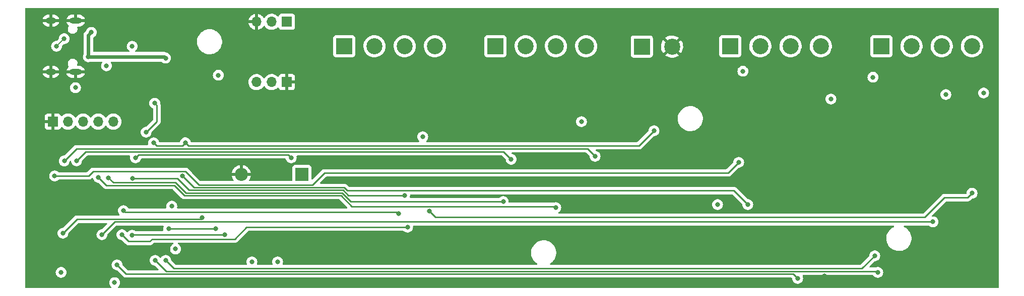
<source format=gbr>
G04 #@! TF.GenerationSoftware,KiCad,Pcbnew,6.0.10-86aedd382b~118~ubuntu22.04.1*
G04 #@! TF.CreationDate,2023-01-30T19:21:06+01:00*
G04 #@! TF.ProjectId,pcb_esp32_wled_pwm_multichannel,7063625f-6573-4703-9332-5f776c65645f,rev?*
G04 #@! TF.SameCoordinates,Original*
G04 #@! TF.FileFunction,Copper,L4,Bot*
G04 #@! TF.FilePolarity,Positive*
%FSLAX46Y46*%
G04 Gerber Fmt 4.6, Leading zero omitted, Abs format (unit mm)*
G04 Created by KiCad (PCBNEW 6.0.10-86aedd382b~118~ubuntu22.04.1) date 2023-01-30 19:21:06*
%MOMM*%
%LPD*%
G01*
G04 APERTURE LIST*
G04 #@! TA.AperFunction,ComponentPad*
%ADD10O,1.700000X1.700000*%
G04 #@! TD*
G04 #@! TA.AperFunction,ComponentPad*
%ADD11R,1.700000X1.700000*%
G04 #@! TD*
G04 #@! TA.AperFunction,ComponentPad*
%ADD12R,2.700000X2.700000*%
G04 #@! TD*
G04 #@! TA.AperFunction,ComponentPad*
%ADD13C,2.700000*%
G04 #@! TD*
G04 #@! TA.AperFunction,ComponentPad*
%ADD14R,2.200000X2.200000*%
G04 #@! TD*
G04 #@! TA.AperFunction,ComponentPad*
%ADD15O,2.200000X2.200000*%
G04 #@! TD*
G04 #@! TA.AperFunction,ComponentPad*
%ADD16O,1.800000X1.000000*%
G04 #@! TD*
G04 #@! TA.AperFunction,ComponentPad*
%ADD17O,2.100000X1.000000*%
G04 #@! TD*
G04 #@! TA.AperFunction,ViaPad*
%ADD18C,0.800000*%
G04 #@! TD*
G04 #@! TA.AperFunction,Conductor*
%ADD19C,0.250000*%
G04 #@! TD*
G04 #@! TA.AperFunction,Conductor*
%ADD20C,0.600000*%
G04 #@! TD*
G04 #@! TA.AperFunction,Conductor*
%ADD21C,0.200000*%
G04 #@! TD*
G04 APERTURE END LIST*
D10*
G04 #@! TO.P,J107,3,Pin_3*
G04 #@! TO.N,/I2S_SCK*
X47020000Y-50490000D03*
G04 #@! TO.P,J107,2,Pin_2*
G04 #@! TO.N,/I2S_SM*
X49560000Y-50490000D03*
D11*
G04 #@! TO.P,J107,1,Pin_1*
G04 #@! TO.N,GND*
X52100000Y-50490000D03*
G04 #@! TD*
D10*
G04 #@! TO.P,J106,3,Pin_3*
G04 #@! TO.N,GND*
X47020000Y-40330000D03*
G04 #@! TO.P,J106,2,Pin_2*
G04 #@! TO.N,+3V3*
X49560000Y-40330000D03*
D11*
G04 #@! TO.P,J106,1,Pin_1*
G04 #@! TO.N,/I2S_SD*
X52100000Y-40330000D03*
G04 #@! TD*
D12*
G04 #@! TO.P,J104,1,Pin_1*
G04 #@! TO.N,VDD*
X151970000Y-44450000D03*
D13*
G04 #@! TO.P,J104,2,Pin_2*
G04 #@! TO.N,/LED_R4*
X157050000Y-44450000D03*
G04 #@! TO.P,J104,3,Pin_3*
G04 #@! TO.N,/LED_G4*
X162130000Y-44450000D03*
G04 #@! TO.P,J104,4,Pin_4*
G04 #@! TO.N,/LED_B4*
X167210000Y-44450000D03*
G04 #@! TD*
D12*
G04 #@! TO.P,J103,1,Pin_1*
G04 #@! TO.N,VDD*
X126570000Y-44450000D03*
D13*
G04 #@! TO.P,J103,2,Pin_2*
G04 #@! TO.N,/LED_R3*
X131650000Y-44450000D03*
G04 #@! TO.P,J103,3,Pin_3*
G04 #@! TO.N,/LED_G3*
X136730000Y-44450000D03*
G04 #@! TO.P,J103,4,Pin_4*
G04 #@! TO.N,/LED_B3*
X141810000Y-44450000D03*
G04 #@! TD*
D12*
G04 #@! TO.P,J102,1,Pin_1*
G04 #@! TO.N,VDD*
X87140000Y-44450000D03*
D13*
G04 #@! TO.P,J102,2,Pin_2*
G04 #@! TO.N,/LED_R2*
X92220000Y-44450000D03*
G04 #@! TO.P,J102,3,Pin_3*
G04 #@! TO.N,/LED_G2*
X97300000Y-44450000D03*
G04 #@! TO.P,J102,4,Pin_4*
G04 #@! TO.N,/LED_B2*
X102380000Y-44450000D03*
G04 #@! TD*
D14*
G04 #@! TO.P,D118,1,K*
G04 #@! TO.N,+3V3*
X54610000Y-66040000D03*
D15*
G04 #@! TO.P,D118,2,A*
G04 #@! TO.N,GND*
X44450000Y-66040000D03*
G04 #@! TD*
D12*
G04 #@! TO.P,J101,1,Pin_1*
G04 #@! TO.N,VDD*
X61740000Y-44450000D03*
D13*
G04 #@! TO.P,J101,2,Pin_2*
G04 #@! TO.N,/LED_R1*
X66820000Y-44450000D03*
G04 #@! TO.P,J101,3,Pin_3*
G04 #@! TO.N,/LED_G1*
X71900000Y-44450000D03*
G04 #@! TO.P,J101,4,Pin_4*
G04 #@! TO.N,/LED_B1*
X76980000Y-44450000D03*
G04 #@! TD*
D11*
G04 #@! TO.P,J105,1,Pin_1*
G04 #@! TO.N,GND*
X12781200Y-57150000D03*
D10*
G04 #@! TO.P,J105,2,Pin_2*
G04 #@! TO.N,/RXD*
X15321200Y-57150000D03*
G04 #@! TO.P,J105,3,Pin_3*
G04 #@! TO.N,/RXD0*
X17861200Y-57150000D03*
G04 #@! TO.P,J105,4,Pin_4*
G04 #@! TO.N,/IO0*
X20401200Y-57150000D03*
G04 #@! TO.P,J105,5,Pin_5*
G04 #@! TO.N,+3V3*
X22941200Y-57150000D03*
G04 #@! TD*
D16*
G04 #@! TO.P,J109,S1,SHIELD*
G04 #@! TO.N,GND*
X12461200Y-48770000D03*
X12461200Y-40130000D03*
D17*
X16611200Y-48770000D03*
X16611200Y-40130000D03*
G04 #@! TD*
D12*
G04 #@! TO.P,J108,1,Pin_1*
G04 #@! TO.N,VDD*
X111736000Y-44501500D03*
D13*
G04 #@! TO.P,J108,2,Pin_2*
G04 #@! TO.N,GND*
X116816000Y-44501500D03*
G04 #@! TD*
D18*
G04 #@! TO.N,GND*
X51816000Y-54356000D03*
X40640000Y-54356000D03*
X34036000Y-48768000D03*
X93980000Y-70104000D03*
X149987000Y-60960000D03*
X93599000Y-67310000D03*
X93726000Y-64135000D03*
X88392000Y-67183000D03*
X114554000Y-62230000D03*
X108712000Y-67310000D03*
X114300000Y-70866000D03*
X145796000Y-67056000D03*
X59690000Y-51562000D03*
X88900000Y-58420000D03*
X122174000Y-50292000D03*
X114046000Y-77216000D03*
X159766000Y-80772000D03*
X37592000Y-80010000D03*
X9398000Y-80010000D03*
X30988000Y-83820000D03*
G04 #@! TO.N,+3V3*
X23163000Y-84279000D03*
X40591000Y-49325000D03*
X32766000Y-71374000D03*
X46228000Y-80772000D03*
X50546000Y-80772000D03*
G04 #@! TO.N,GND*
X66294000Y-78232000D03*
X58420000Y-78232000D03*
G04 #@! TO.N,+3V3*
X124460000Y-71120000D03*
X26111200Y-44450000D03*
X14173200Y-82550000D03*
X21793200Y-47752000D03*
X33401000Y-78613000D03*
X16586200Y-51435000D03*
G04 #@! TO.N,GND*
X24206200Y-53975000D03*
X167210000Y-66040000D03*
X140540000Y-77724000D03*
X19761200Y-50165000D03*
X18542000Y-82550000D03*
X165305000Y-83820000D03*
X121744000Y-43688000D03*
X11506200Y-45720000D03*
X123190000Y-67310000D03*
X26746200Y-50165000D03*
X135460000Y-68580000D03*
X156542000Y-52832000D03*
X170766000Y-69596000D03*
X19761200Y-39370000D03*
X84709000Y-64389000D03*
X99205000Y-78105000D03*
X138635000Y-71755000D03*
X15189200Y-69850000D03*
X132285000Y-68580000D03*
X25476200Y-39370000D03*
X167845000Y-80645000D03*
X154510000Y-64770000D03*
X11506200Y-43180000D03*
X127840000Y-67310000D03*
X28016200Y-51435000D03*
X147144000Y-43180000D03*
X132920000Y-64135000D03*
X14986000Y-72034400D03*
X157988000Y-67818000D03*
X26746200Y-56896000D03*
X82314000Y-43688000D03*
X170385000Y-56515000D03*
X23063200Y-70866000D03*
X169750000Y-83820000D03*
X163400000Y-56515000D03*
X136730000Y-77724000D03*
X150700000Y-67945000D03*
X142445000Y-83185000D03*
G04 #@! TO.N,VDD*
X101600000Y-57150000D03*
X143510000Y-53340000D03*
X74930000Y-59690000D03*
X150570000Y-49660000D03*
X128720000Y-48650000D03*
X169164000Y-52324000D03*
X162814000Y-52578000D03*
G04 #@! TO.N,/ESP_EN*
X37846000Y-73316500D03*
X34544000Y-66256500D03*
X14478000Y-75946000D03*
X129540000Y-71120000D03*
G04 #@! TO.N,/IO0*
X35047356Y-60701356D03*
X113792000Y-58674000D03*
X29718000Y-60706000D03*
G04 #@! TO.N,/UVBUS*
X19253200Y-42099500D03*
X18745200Y-46228000D03*
X31724600Y-46456600D03*
G04 #@! TO.N,/UCD+*
X14681200Y-43180000D03*
X13411200Y-44449998D03*
G04 #@! TO.N,/I2S_SD*
X26670000Y-63246000D03*
X52832000Y-63246000D03*
G04 #@! TO.N,/I2S_SM*
X26111200Y-76289500D03*
X41656000Y-76200000D03*
G04 #@! TO.N,/I2S_SCK*
X32232600Y-75209400D03*
X40132000Y-75184000D03*
G04 #@! TO.N,Net-(Q109-Pad1)*
X31750000Y-80518000D03*
X150876000Y-79756000D03*
G04 #@! TO.N,Net-(Q112-Pad1)*
X76073000Y-72263000D03*
X167210000Y-69215000D03*
G04 #@! TO.N,/RTS*
X29895800Y-54051200D03*
X28448000Y-58928000D03*
G04 #@! TO.N,/PWM_R1*
X71882000Y-69558500D03*
X26180215Y-66707499D03*
G04 #@! TO.N,/PWM_G1*
X24638000Y-72136000D03*
X70866000Y-72644000D03*
G04 #@! TO.N,/PWM_B1*
X88459103Y-70612000D03*
X22098000Y-66598800D03*
G04 #@! TO.N,/PWM_R2*
X20447000Y-66548000D03*
X97282000Y-71628000D03*
G04 #@! TO.N,/PWM_G2*
X16764000Y-63754000D03*
X89789000Y-63500000D03*
G04 #@! TO.N,/PWM_B2*
X103886000Y-62992000D03*
X14706600Y-63770802D03*
G04 #@! TO.N,/PWM_R3*
X13081000Y-66294000D03*
X128016000Y-64008000D03*
G04 #@! TO.N,/PWM_G3*
X137922000Y-83566000D03*
X23571200Y-81280000D03*
G04 #@! TO.N,/PWM_R4*
X151384000Y-82550000D03*
X29972000Y-80518000D03*
G04 #@! TO.N,/PWM_G4*
X160655000Y-74041000D03*
X21031200Y-76200000D03*
G04 #@! TO.N,/PWM_B4*
X72390000Y-74930000D03*
X24384000Y-76200000D03*
G04 #@! TD*
D19*
G04 #@! TO.N,/PWM_G2*
X88519000Y-62230000D02*
X89789000Y-63500000D01*
X18288000Y-62230000D02*
X88519000Y-62230000D01*
X16764000Y-63754000D02*
X18288000Y-62230000D01*
G04 #@! TO.N,/PWM_G1*
X70866000Y-72644000D02*
X70612000Y-72390000D01*
X70612000Y-72390000D02*
X24892000Y-72390000D01*
X24892000Y-72390000D02*
X24638000Y-72136000D01*
G04 #@! TO.N,/PWM_G4*
X160655000Y-74041000D02*
X23190200Y-74041000D01*
G04 #@! TO.N,/ESP_EN*
X37571001Y-73591499D02*
X37846000Y-73316500D01*
X14478000Y-75946000D02*
X16832501Y-73591499D01*
X16832501Y-73591499D02*
X37571001Y-73591499D01*
G04 #@! TO.N,/PWM_G4*
X23190200Y-74041000D02*
X21031200Y-76200000D01*
G04 #@! TO.N,/PWM_B4*
X43344000Y-76925000D02*
X29501000Y-76925000D01*
X45339000Y-74930000D02*
X43344000Y-76925000D01*
X29083000Y-77343000D02*
X25527000Y-77343000D01*
X72390000Y-74930000D02*
X45339000Y-74930000D01*
X29501000Y-76925000D02*
X29083000Y-77343000D01*
X25527000Y-77343000D02*
X24384000Y-76200000D01*
G04 #@! TO.N,/IO0*
X35560000Y-61214000D02*
X111252000Y-61214000D01*
X35047356Y-60701356D02*
X35560000Y-61214000D01*
X111252000Y-61214000D02*
X113792000Y-58674000D01*
G04 #@! TO.N,/PWM_B1*
X35110499Y-69146499D02*
X33395999Y-67431999D01*
X33395999Y-67431999D02*
X22931199Y-67431999D01*
X62836788Y-70612000D02*
X61371287Y-69146499D01*
X22931199Y-67431999D02*
X22098000Y-66598800D01*
X88459103Y-70612000D02*
X62836788Y-70612000D01*
X61371287Y-69146499D02*
X35110499Y-69146499D01*
G04 #@! TO.N,/RTS*
X29895800Y-54051200D02*
X30263100Y-54418500D01*
X30263100Y-57112900D02*
X28448000Y-58928000D01*
X30263100Y-54418500D02*
X30263100Y-57112900D01*
G04 #@! TO.N,Net-(Q109-Pad1)*
X148727002Y-81904998D02*
X150876000Y-79756000D01*
X33136998Y-81904998D02*
X148727002Y-81904998D01*
X31750000Y-80518000D02*
X33136998Y-81904998D01*
G04 #@! TO.N,/PWM_G3*
X25095200Y-82804000D02*
X137160000Y-82804000D01*
X137160000Y-82804000D02*
X137922000Y-83566000D01*
X23571200Y-81280000D02*
X25095200Y-82804000D01*
G04 #@! TO.N,/PWM_R4*
X31808499Y-82354499D02*
X151188499Y-82354499D01*
X151188499Y-82354499D02*
X151384000Y-82550000D01*
X29972000Y-80518000D02*
X31808499Y-82354499D01*
G04 #@! TO.N,/PWM_R3*
X128016000Y-64008000D02*
X126238000Y-65786000D01*
X126238000Y-65786000D02*
X58420000Y-65786000D01*
X19558000Y-65532000D02*
X18796000Y-66294000D01*
X58420000Y-65786000D02*
X56408004Y-67797996D01*
X18796000Y-66294000D02*
X13081000Y-66294000D01*
X56408004Y-67797996D02*
X37317996Y-67797996D01*
X37317996Y-67797996D02*
X35052000Y-65532000D01*
X35052000Y-65532000D02*
X19558000Y-65532000D01*
G04 #@! TO.N,/PWM_R2*
X20447000Y-66548000D02*
X21780500Y-67881500D01*
G04 #@! TO.N,/PWM_R1*
X62418978Y-69558500D02*
X71882000Y-69558500D01*
G04 #@! TO.N,/ESP_EN*
X127175497Y-68755497D02*
X62251665Y-68755497D01*
G04 #@! TO.N,/PWM_R2*
X34902000Y-69596000D02*
X61185098Y-69596000D01*
G04 #@! TO.N,/ESP_EN*
X129540000Y-71120000D02*
X127175497Y-68755497D01*
G04 #@! TO.N,/PWM_R2*
X33187500Y-67881500D02*
X34902000Y-69596000D01*
X21780500Y-67881500D02*
X33187500Y-67881500D01*
G04 #@! TO.N,/PWM_R1*
X61557476Y-68696998D02*
X62418978Y-69558500D01*
G04 #@! TO.N,/ESP_EN*
X61743665Y-68247497D02*
X36534997Y-68247497D01*
X36534997Y-68247497D02*
X34544000Y-66256500D01*
X62251665Y-68755497D02*
X61743665Y-68247497D01*
G04 #@! TO.N,/PWM_R1*
X35676998Y-68696998D02*
X61557476Y-68696998D01*
X26180215Y-66707499D02*
X33687499Y-66707499D01*
X33687499Y-66707499D02*
X35676998Y-68696998D01*
G04 #@! TO.N,/PWM_R2*
X61185098Y-69596000D02*
X63038098Y-71449000D01*
X63038098Y-71449000D02*
X97103000Y-71449000D01*
X97103000Y-71449000D02*
X97282000Y-71628000D01*
G04 #@! TO.N,/I2S_SD*
X27178000Y-62738000D02*
X26670000Y-63246000D01*
X52324000Y-62738000D02*
X27178000Y-62738000D01*
X52832000Y-63246000D02*
X52324000Y-62738000D01*
G04 #@! TO.N,/IO0*
X35047356Y-60701356D02*
X34534712Y-61214000D01*
X34534712Y-61214000D02*
X30226000Y-61214000D01*
X30226000Y-61214000D02*
X29718000Y-60706000D01*
G04 #@! TO.N,/PWM_B2*
X14706600Y-63770802D02*
X16755402Y-61722000D01*
X16755402Y-61722000D02*
X102616000Y-61722000D01*
X102616000Y-61722000D02*
X103886000Y-62992000D01*
D20*
G04 #@! TO.N,/UVBUS*
X18745200Y-46228000D02*
X31496000Y-46228000D01*
X18745200Y-46228000D02*
X18745200Y-42607500D01*
X31496000Y-46228000D02*
X31724600Y-46456600D01*
X18745200Y-42607500D02*
X19253200Y-42099500D01*
D21*
G04 #@! TO.N,/UCD+*
X14681200Y-43180000D02*
X13411200Y-44449998D01*
D19*
G04 #@! TO.N,/I2S_SM*
X26200700Y-76200000D02*
X26111200Y-76289500D01*
X41656000Y-76200000D02*
X26200700Y-76200000D01*
G04 #@! TO.N,/I2S_SCK*
X32258000Y-75184000D02*
X32232600Y-75209400D01*
X40132000Y-75184000D02*
X32258000Y-75184000D01*
G04 #@! TO.N,Net-(Q112-Pad1)*
X167210000Y-69215000D02*
X166485000Y-69940000D01*
X159258000Y-73279000D02*
X77089000Y-73279000D01*
X166485000Y-69940000D02*
X162597000Y-69940000D01*
X162597000Y-69940000D02*
X159258000Y-73279000D01*
X77089000Y-73279000D02*
X76073000Y-72263000D01*
G04 #@! TD*
G04 #@! TA.AperFunction,Conductor*
G04 #@! TO.N,GND*
G36*
X171645621Y-37993502D02*
G01*
X171692114Y-38047158D01*
X171703500Y-38099500D01*
X171703500Y-85090500D01*
X171683498Y-85158621D01*
X171629842Y-85205114D01*
X171577500Y-85216500D01*
X23806062Y-85216500D01*
X23737941Y-85196498D01*
X23691448Y-85142842D01*
X23681344Y-85072568D01*
X23710838Y-85007988D01*
X23732001Y-84988564D01*
X23732121Y-84988477D01*
X23774253Y-84957866D01*
X23902040Y-84815944D01*
X23997527Y-84650556D01*
X24056542Y-84468928D01*
X24059986Y-84436166D01*
X24075814Y-84285565D01*
X24076504Y-84279000D01*
X24056542Y-84089072D01*
X23997527Y-83907444D01*
X23902040Y-83742056D01*
X23774253Y-83600134D01*
X23619752Y-83487882D01*
X23613724Y-83485198D01*
X23613722Y-83485197D01*
X23451319Y-83412891D01*
X23451318Y-83412891D01*
X23445288Y-83410206D01*
X23351887Y-83390353D01*
X23264944Y-83371872D01*
X23264939Y-83371872D01*
X23258487Y-83370500D01*
X23067513Y-83370500D01*
X23061061Y-83371872D01*
X23061056Y-83371872D01*
X22974113Y-83390353D01*
X22880712Y-83410206D01*
X22874682Y-83412891D01*
X22874681Y-83412891D01*
X22712278Y-83485197D01*
X22712276Y-83485198D01*
X22706248Y-83487882D01*
X22551747Y-83600134D01*
X22423960Y-83742056D01*
X22328473Y-83907444D01*
X22269458Y-84089072D01*
X22249496Y-84279000D01*
X22250186Y-84285565D01*
X22266015Y-84436166D01*
X22269458Y-84468928D01*
X22328473Y-84650556D01*
X22423960Y-84815944D01*
X22551747Y-84957866D01*
X22593879Y-84988477D01*
X22593999Y-84988564D01*
X22637353Y-85044786D01*
X22643428Y-85115523D01*
X22610296Y-85178314D01*
X22548476Y-85213226D01*
X22519938Y-85216500D01*
X8254500Y-85216500D01*
X8186379Y-85196498D01*
X8139886Y-85142842D01*
X8128500Y-85090500D01*
X8128500Y-82550000D01*
X13259696Y-82550000D01*
X13279658Y-82739928D01*
X13338673Y-82921556D01*
X13434160Y-83086944D01*
X13438578Y-83091851D01*
X13438579Y-83091852D01*
X13550761Y-83216443D01*
X13561947Y-83228866D01*
X13632511Y-83280134D01*
X13708197Y-83335123D01*
X13716448Y-83341118D01*
X13722476Y-83343802D01*
X13722478Y-83343803D01*
X13884881Y-83416109D01*
X13890912Y-83418794D01*
X13969639Y-83435528D01*
X14071256Y-83457128D01*
X14071261Y-83457128D01*
X14077713Y-83458500D01*
X14268687Y-83458500D01*
X14275139Y-83457128D01*
X14275144Y-83457128D01*
X14376761Y-83435528D01*
X14455488Y-83418794D01*
X14461519Y-83416109D01*
X14623922Y-83343803D01*
X14623924Y-83343802D01*
X14629952Y-83341118D01*
X14638204Y-83335123D01*
X14713889Y-83280134D01*
X14784453Y-83228866D01*
X14795639Y-83216443D01*
X14907821Y-83091852D01*
X14907822Y-83091851D01*
X14912240Y-83086944D01*
X15007727Y-82921556D01*
X15066742Y-82739928D01*
X15086704Y-82550000D01*
X15066742Y-82360072D01*
X15007727Y-82178444D01*
X14912240Y-82013056D01*
X14866944Y-81962749D01*
X14788875Y-81876045D01*
X14788874Y-81876044D01*
X14784453Y-81871134D01*
X14629952Y-81758882D01*
X14623924Y-81756198D01*
X14623922Y-81756197D01*
X14461519Y-81683891D01*
X14461518Y-81683891D01*
X14455488Y-81681206D01*
X14342921Y-81657279D01*
X14275144Y-81642872D01*
X14275139Y-81642872D01*
X14268687Y-81641500D01*
X14077713Y-81641500D01*
X14071261Y-81642872D01*
X14071256Y-81642872D01*
X14003479Y-81657279D01*
X13890912Y-81681206D01*
X13884882Y-81683891D01*
X13884881Y-81683891D01*
X13722478Y-81756197D01*
X13722476Y-81756198D01*
X13716448Y-81758882D01*
X13561947Y-81871134D01*
X13557526Y-81876044D01*
X13557525Y-81876045D01*
X13479457Y-81962749D01*
X13434160Y-82013056D01*
X13338673Y-82178444D01*
X13279658Y-82360072D01*
X13259696Y-82550000D01*
X8128500Y-82550000D01*
X8128500Y-81280000D01*
X22657696Y-81280000D01*
X22658386Y-81286565D01*
X22673094Y-81426500D01*
X22677658Y-81469928D01*
X22736673Y-81651556D01*
X22832160Y-81816944D01*
X22836578Y-81821851D01*
X22836579Y-81821852D01*
X22880953Y-81871134D01*
X22959947Y-81958866D01*
X23114448Y-82071118D01*
X23120476Y-82073802D01*
X23120478Y-82073803D01*
X23254774Y-82133595D01*
X23288912Y-82148794D01*
X23382312Y-82168647D01*
X23469256Y-82187128D01*
X23469261Y-82187128D01*
X23475713Y-82188500D01*
X23531606Y-82188500D01*
X23599727Y-82208502D01*
X23620701Y-82225405D01*
X24591543Y-83196247D01*
X24599087Y-83204537D01*
X24603200Y-83211018D01*
X24608977Y-83216443D01*
X24652867Y-83257658D01*
X24655709Y-83260413D01*
X24675430Y-83280134D01*
X24678625Y-83282612D01*
X24687647Y-83290318D01*
X24719879Y-83320586D01*
X24726828Y-83324406D01*
X24737632Y-83330346D01*
X24754156Y-83341199D01*
X24770159Y-83353613D01*
X24810743Y-83371176D01*
X24821373Y-83376383D01*
X24860140Y-83397695D01*
X24867817Y-83399666D01*
X24867822Y-83399668D01*
X24879758Y-83402732D01*
X24898466Y-83409137D01*
X24917055Y-83417181D01*
X24924880Y-83418420D01*
X24924882Y-83418421D01*
X24960719Y-83424097D01*
X24972340Y-83426504D01*
X25007489Y-83435528D01*
X25015170Y-83437500D01*
X25035431Y-83437500D01*
X25055140Y-83439051D01*
X25075143Y-83442219D01*
X25083035Y-83441473D01*
X25088262Y-83440979D01*
X25119154Y-83438059D01*
X25131011Y-83437500D01*
X136845406Y-83437500D01*
X136913527Y-83457502D01*
X136934501Y-83474405D01*
X136974878Y-83514782D01*
X137008904Y-83577094D01*
X137011092Y-83590703D01*
X137028458Y-83755928D01*
X137087473Y-83937556D01*
X137182960Y-84102944D01*
X137310747Y-84244866D01*
X137465248Y-84357118D01*
X137471276Y-84359802D01*
X137471278Y-84359803D01*
X137633681Y-84432109D01*
X137639712Y-84434794D01*
X137733112Y-84454647D01*
X137820056Y-84473128D01*
X137820061Y-84473128D01*
X137826513Y-84474500D01*
X138017487Y-84474500D01*
X138023939Y-84473128D01*
X138023944Y-84473128D01*
X138110888Y-84454647D01*
X138204288Y-84434794D01*
X138210319Y-84432109D01*
X138372722Y-84359803D01*
X138372724Y-84359802D01*
X138378752Y-84357118D01*
X138533253Y-84244866D01*
X138661040Y-84102944D01*
X138756527Y-83937556D01*
X138815542Y-83755928D01*
X138835504Y-83566000D01*
X138830121Y-83514782D01*
X138816232Y-83382635D01*
X138816232Y-83382633D01*
X138815542Y-83376072D01*
X138756527Y-83194444D01*
X138746455Y-83176998D01*
X138729717Y-83108004D01*
X138752937Y-83040912D01*
X138808744Y-82997025D01*
X138855574Y-82987999D01*
X150515088Y-82987999D01*
X150583209Y-83008001D01*
X150624207Y-83050999D01*
X150641658Y-83081226D01*
X150641661Y-83081231D01*
X150644960Y-83086944D01*
X150649378Y-83091851D01*
X150649379Y-83091852D01*
X150761561Y-83216443D01*
X150772747Y-83228866D01*
X150843311Y-83280134D01*
X150918997Y-83335123D01*
X150927248Y-83341118D01*
X150933276Y-83343802D01*
X150933278Y-83343803D01*
X151095681Y-83416109D01*
X151101712Y-83418794D01*
X151180439Y-83435528D01*
X151282056Y-83457128D01*
X151282061Y-83457128D01*
X151288513Y-83458500D01*
X151479487Y-83458500D01*
X151485939Y-83457128D01*
X151485944Y-83457128D01*
X151587561Y-83435528D01*
X151666288Y-83418794D01*
X151672319Y-83416109D01*
X151834722Y-83343803D01*
X151834724Y-83343802D01*
X151840752Y-83341118D01*
X151849004Y-83335123D01*
X151924689Y-83280134D01*
X151995253Y-83228866D01*
X152006439Y-83216443D01*
X152118621Y-83091852D01*
X152118622Y-83091851D01*
X152123040Y-83086944D01*
X152218527Y-82921556D01*
X152277542Y-82739928D01*
X152297504Y-82550000D01*
X152277542Y-82360072D01*
X152218527Y-82178444D01*
X152123040Y-82013056D01*
X152077744Y-81962749D01*
X151999675Y-81876045D01*
X151999674Y-81876044D01*
X151995253Y-81871134D01*
X151840752Y-81758882D01*
X151834724Y-81756198D01*
X151834722Y-81756197D01*
X151672319Y-81683891D01*
X151672318Y-81683891D01*
X151666288Y-81681206D01*
X151553721Y-81657279D01*
X151485944Y-81642872D01*
X151485939Y-81642872D01*
X151479487Y-81641500D01*
X151288513Y-81641500D01*
X151282061Y-81642872D01*
X151282056Y-81642872D01*
X151214279Y-81657279D01*
X151101712Y-81681206D01*
X151095685Y-81683889D01*
X151095677Y-81683892D01*
X151036800Y-81710106D01*
X150985552Y-81720999D01*
X150111095Y-81720999D01*
X150042974Y-81700997D01*
X149996481Y-81647341D01*
X149986377Y-81577067D01*
X150015871Y-81512487D01*
X150021984Y-81505920D01*
X150826502Y-80701403D01*
X150888812Y-80667379D01*
X150915595Y-80664500D01*
X150971487Y-80664500D01*
X150977939Y-80663128D01*
X150977944Y-80663128D01*
X151064888Y-80644647D01*
X151158288Y-80624794D01*
X151164319Y-80622109D01*
X151326722Y-80549803D01*
X151326724Y-80549802D01*
X151332752Y-80547118D01*
X151363794Y-80524565D01*
X151456089Y-80457508D01*
X151487253Y-80434866D01*
X151583411Y-80328072D01*
X151610621Y-80297852D01*
X151610622Y-80297851D01*
X151615040Y-80292944D01*
X151710527Y-80127556D01*
X151769542Y-79945928D01*
X151774177Y-79901834D01*
X151788814Y-79762565D01*
X151789504Y-79756000D01*
X151786161Y-79724197D01*
X151770232Y-79572635D01*
X151770232Y-79572633D01*
X151769542Y-79566072D01*
X151710527Y-79384444D01*
X151615040Y-79219056D01*
X151505602Y-79097512D01*
X151491675Y-79082045D01*
X151491674Y-79082044D01*
X151487253Y-79077134D01*
X151359831Y-78984556D01*
X151338094Y-78968763D01*
X151338093Y-78968762D01*
X151332752Y-78964882D01*
X151326724Y-78962198D01*
X151326722Y-78962197D01*
X151164319Y-78889891D01*
X151164318Y-78889891D01*
X151158288Y-78887206D01*
X151044578Y-78863036D01*
X150977944Y-78848872D01*
X150977939Y-78848872D01*
X150971487Y-78847500D01*
X150780513Y-78847500D01*
X150774061Y-78848872D01*
X150774056Y-78848872D01*
X150707422Y-78863036D01*
X150593712Y-78887206D01*
X150587682Y-78889891D01*
X150587681Y-78889891D01*
X150425278Y-78962197D01*
X150425276Y-78962198D01*
X150419248Y-78964882D01*
X150413907Y-78968762D01*
X150413906Y-78968763D01*
X150392169Y-78984556D01*
X150264747Y-79077134D01*
X150260326Y-79082044D01*
X150260325Y-79082045D01*
X150246399Y-79097512D01*
X150136960Y-79219056D01*
X150041473Y-79384444D01*
X149982458Y-79566072D01*
X149981768Y-79572633D01*
X149981768Y-79572635D01*
X149977749Y-79610872D01*
X149965149Y-79730763D01*
X149965093Y-79731293D01*
X149938080Y-79796950D01*
X149928878Y-79807218D01*
X148501502Y-81234593D01*
X148439190Y-81268619D01*
X148412407Y-81271498D01*
X96436242Y-81271498D01*
X96368121Y-81251496D01*
X96321628Y-81197840D01*
X96311524Y-81127566D01*
X96341018Y-81062986D01*
X96363791Y-81042411D01*
X96580023Y-80890441D01*
X96700416Y-80778565D01*
X96787479Y-80697661D01*
X96787481Y-80697658D01*
X96790622Y-80694740D01*
X96972713Y-80472268D01*
X97122927Y-80227142D01*
X97238483Y-79963898D01*
X97245472Y-79939365D01*
X97297704Y-79756000D01*
X97317244Y-79687406D01*
X97357751Y-79402784D01*
X97357815Y-79390729D01*
X97359235Y-79119583D01*
X97359235Y-79119576D01*
X97359257Y-79115297D01*
X97321732Y-78830266D01*
X97306506Y-78774607D01*
X97270971Y-78644715D01*
X97245871Y-78552964D01*
X97214708Y-78479904D01*
X97134763Y-78292476D01*
X97134761Y-78292472D01*
X97133077Y-78288524D01*
X97009340Y-78081774D01*
X96987643Y-78045521D01*
X96987640Y-78045517D01*
X96985439Y-78041839D01*
X96805687Y-77817472D01*
X96597149Y-77619577D01*
X96373077Y-77458564D01*
X96367172Y-77454321D01*
X96367171Y-77454320D01*
X96363683Y-77451814D01*
X96341843Y-77440250D01*
X96281324Y-77408207D01*
X96109608Y-77317288D01*
X95974617Y-77267888D01*
X95843658Y-77219964D01*
X95843656Y-77219963D01*
X95839627Y-77218489D01*
X95558736Y-77157245D01*
X95527685Y-77154801D01*
X95335718Y-77139693D01*
X95335709Y-77139693D01*
X95333261Y-77139500D01*
X95177729Y-77139500D01*
X95175593Y-77139646D01*
X95175582Y-77139646D01*
X94967452Y-77153835D01*
X94967446Y-77153836D01*
X94963175Y-77154127D01*
X94958980Y-77154996D01*
X94958978Y-77154996D01*
X94822416Y-77183277D01*
X94681658Y-77212426D01*
X94410657Y-77308393D01*
X94406848Y-77310359D01*
X94186806Y-77423931D01*
X94155188Y-77440250D01*
X94151687Y-77442711D01*
X94151683Y-77442713D01*
X94054495Y-77511018D01*
X93919977Y-77605559D01*
X93907243Y-77617392D01*
X93712711Y-77798163D01*
X93709378Y-77801260D01*
X93527287Y-78023732D01*
X93377073Y-78268858D01*
X93261517Y-78532102D01*
X93182756Y-78808594D01*
X93142249Y-79093216D01*
X93142227Y-79097505D01*
X93142226Y-79097512D01*
X93141234Y-79286955D01*
X93140743Y-79380703D01*
X93141302Y-79384947D01*
X93141302Y-79384951D01*
X93144179Y-79406803D01*
X93178268Y-79665734D01*
X93254129Y-79943036D01*
X93255813Y-79946984D01*
X93318152Y-80093134D01*
X93366923Y-80207476D01*
X93418075Y-80292944D01*
X93486174Y-80406729D01*
X93514561Y-80454161D01*
X93694313Y-80678528D01*
X93902851Y-80876423D01*
X94012710Y-80955365D01*
X94134911Y-81043176D01*
X94178559Y-81099170D01*
X94185005Y-81169874D01*
X94152202Y-81232838D01*
X94090565Y-81268072D01*
X94061385Y-81271498D01*
X51512380Y-81271498D01*
X51444259Y-81251496D01*
X51397766Y-81197840D01*
X51387662Y-81127566D01*
X51392546Y-81106566D01*
X51439542Y-80961928D01*
X51447056Y-80890441D01*
X51458814Y-80778565D01*
X51459504Y-80772000D01*
X51448508Y-80667379D01*
X51440232Y-80588635D01*
X51440232Y-80588633D01*
X51439542Y-80582072D01*
X51380527Y-80400444D01*
X51285040Y-80235056D01*
X51256649Y-80203524D01*
X51161675Y-80098045D01*
X51161674Y-80098044D01*
X51157253Y-80093134D01*
X51002752Y-79980882D01*
X50996724Y-79978198D01*
X50996722Y-79978197D01*
X50834319Y-79905891D01*
X50834318Y-79905891D01*
X50828288Y-79903206D01*
X50734888Y-79883353D01*
X50647944Y-79864872D01*
X50647939Y-79864872D01*
X50641487Y-79863500D01*
X50450513Y-79863500D01*
X50444061Y-79864872D01*
X50444056Y-79864872D01*
X50357112Y-79883353D01*
X50263712Y-79903206D01*
X50257682Y-79905891D01*
X50257681Y-79905891D01*
X50095278Y-79978197D01*
X50095276Y-79978198D01*
X50089248Y-79980882D01*
X49934747Y-80093134D01*
X49930326Y-80098044D01*
X49930325Y-80098045D01*
X49835352Y-80203524D01*
X49806960Y-80235056D01*
X49711473Y-80400444D01*
X49652458Y-80582072D01*
X49651768Y-80588633D01*
X49651768Y-80588635D01*
X49643492Y-80667379D01*
X49632496Y-80772000D01*
X49633186Y-80778565D01*
X49644945Y-80890441D01*
X49652458Y-80961928D01*
X49699453Y-81106563D01*
X49701481Y-81177529D01*
X49664818Y-81238327D01*
X49601106Y-81269653D01*
X49579620Y-81271498D01*
X47194380Y-81271498D01*
X47126259Y-81251496D01*
X47079766Y-81197840D01*
X47069662Y-81127566D01*
X47074546Y-81106566D01*
X47121542Y-80961928D01*
X47129056Y-80890441D01*
X47140814Y-80778565D01*
X47141504Y-80772000D01*
X47130508Y-80667379D01*
X47122232Y-80588635D01*
X47122232Y-80588633D01*
X47121542Y-80582072D01*
X47062527Y-80400444D01*
X46967040Y-80235056D01*
X46938649Y-80203524D01*
X46843675Y-80098045D01*
X46843674Y-80098044D01*
X46839253Y-80093134D01*
X46684752Y-79980882D01*
X46678724Y-79978198D01*
X46678722Y-79978197D01*
X46516319Y-79905891D01*
X46516318Y-79905891D01*
X46510288Y-79903206D01*
X46416888Y-79883353D01*
X46329944Y-79864872D01*
X46329939Y-79864872D01*
X46323487Y-79863500D01*
X46132513Y-79863500D01*
X46126061Y-79864872D01*
X46126056Y-79864872D01*
X46039112Y-79883353D01*
X45945712Y-79903206D01*
X45939682Y-79905891D01*
X45939681Y-79905891D01*
X45777278Y-79978197D01*
X45777276Y-79978198D01*
X45771248Y-79980882D01*
X45616747Y-80093134D01*
X45612326Y-80098044D01*
X45612325Y-80098045D01*
X45517352Y-80203524D01*
X45488960Y-80235056D01*
X45393473Y-80400444D01*
X45334458Y-80582072D01*
X45333768Y-80588633D01*
X45333768Y-80588635D01*
X45325492Y-80667379D01*
X45314496Y-80772000D01*
X45315186Y-80778565D01*
X45326945Y-80890441D01*
X45334458Y-80961928D01*
X45381453Y-81106563D01*
X45383481Y-81177529D01*
X45346818Y-81238327D01*
X45283106Y-81269653D01*
X45261620Y-81271498D01*
X33451593Y-81271498D01*
X33383472Y-81251496D01*
X33362498Y-81234593D01*
X32697122Y-80569217D01*
X32663096Y-80506905D01*
X32660907Y-80493292D01*
X32660852Y-80492763D01*
X32648251Y-80372872D01*
X32644232Y-80334635D01*
X32644232Y-80334633D01*
X32643542Y-80328072D01*
X32584527Y-80146444D01*
X32558168Y-80100788D01*
X32492341Y-79986774D01*
X32489040Y-79981056D01*
X32463064Y-79952206D01*
X32365675Y-79844045D01*
X32365674Y-79844044D01*
X32361253Y-79839134D01*
X32246829Y-79756000D01*
X32212094Y-79730763D01*
X32212093Y-79730762D01*
X32206752Y-79726882D01*
X32200724Y-79724198D01*
X32200722Y-79724197D01*
X32038319Y-79651891D01*
X32038318Y-79651891D01*
X32032288Y-79649206D01*
X31938887Y-79629353D01*
X31851944Y-79610872D01*
X31851939Y-79610872D01*
X31845487Y-79609500D01*
X31654513Y-79609500D01*
X31648061Y-79610872D01*
X31648056Y-79610872D01*
X31561113Y-79629353D01*
X31467712Y-79649206D01*
X31461682Y-79651891D01*
X31461681Y-79651891D01*
X31299278Y-79724197D01*
X31299276Y-79724198D01*
X31293248Y-79726882D01*
X31287907Y-79730762D01*
X31287906Y-79730763D01*
X31253171Y-79756000D01*
X31138747Y-79839134D01*
X31134326Y-79844044D01*
X31134325Y-79844045D01*
X31036937Y-79952206D01*
X31010960Y-79981056D01*
X31007659Y-79986774D01*
X30970119Y-80051795D01*
X30918737Y-80100788D01*
X30849023Y-80114224D01*
X30783112Y-80087838D01*
X30751881Y-80051795D01*
X30714341Y-79986774D01*
X30711040Y-79981056D01*
X30685064Y-79952206D01*
X30587675Y-79844045D01*
X30587674Y-79844044D01*
X30583253Y-79839134D01*
X30468829Y-79756000D01*
X30434094Y-79730763D01*
X30434093Y-79730762D01*
X30428752Y-79726882D01*
X30422724Y-79724198D01*
X30422722Y-79724197D01*
X30260319Y-79651891D01*
X30260318Y-79651891D01*
X30254288Y-79649206D01*
X30160887Y-79629353D01*
X30073944Y-79610872D01*
X30073939Y-79610872D01*
X30067487Y-79609500D01*
X29876513Y-79609500D01*
X29870061Y-79610872D01*
X29870056Y-79610872D01*
X29783113Y-79629353D01*
X29689712Y-79649206D01*
X29683682Y-79651891D01*
X29683681Y-79651891D01*
X29521278Y-79724197D01*
X29521276Y-79724198D01*
X29515248Y-79726882D01*
X29509907Y-79730762D01*
X29509906Y-79730763D01*
X29475171Y-79756000D01*
X29360747Y-79839134D01*
X29356326Y-79844044D01*
X29356325Y-79844045D01*
X29258937Y-79952206D01*
X29232960Y-79981056D01*
X29229659Y-79986774D01*
X29163833Y-80100788D01*
X29137473Y-80146444D01*
X29078458Y-80328072D01*
X29077768Y-80334633D01*
X29077768Y-80334635D01*
X29065593Y-80450479D01*
X29058496Y-80518000D01*
X29059186Y-80524565D01*
X29073894Y-80664500D01*
X29078458Y-80707928D01*
X29137473Y-80889556D01*
X29232960Y-81054944D01*
X29237378Y-81059851D01*
X29237379Y-81059852D01*
X29336443Y-81169874D01*
X29360747Y-81196866D01*
X29441163Y-81255292D01*
X29484207Y-81286565D01*
X29515248Y-81309118D01*
X29521276Y-81311802D01*
X29521278Y-81311803D01*
X29564883Y-81331217D01*
X29689712Y-81386794D01*
X29783112Y-81406647D01*
X29870056Y-81425128D01*
X29870061Y-81425128D01*
X29876513Y-81426500D01*
X29932405Y-81426500D01*
X30000526Y-81446502D01*
X30021501Y-81463405D01*
X30513500Y-81955405D01*
X30547525Y-82017717D01*
X30542460Y-82088533D01*
X30499913Y-82145368D01*
X30433393Y-82170179D01*
X30424404Y-82170500D01*
X25409795Y-82170500D01*
X25341674Y-82150498D01*
X25320700Y-82133595D01*
X24518322Y-81331217D01*
X24484296Y-81268905D01*
X24482107Y-81255292D01*
X24465432Y-81096635D01*
X24465432Y-81096633D01*
X24464742Y-81090072D01*
X24405727Y-80908444D01*
X24385537Y-80873473D01*
X24326951Y-80772000D01*
X24310240Y-80743056D01*
X24284264Y-80714206D01*
X24186875Y-80606045D01*
X24186874Y-80606044D01*
X24182453Y-80601134D01*
X24068029Y-80518000D01*
X24033294Y-80492763D01*
X24033293Y-80492762D01*
X24027952Y-80488882D01*
X24021924Y-80486198D01*
X24021922Y-80486197D01*
X23859519Y-80413891D01*
X23859518Y-80413891D01*
X23853488Y-80411206D01*
X23760088Y-80391353D01*
X23673144Y-80372872D01*
X23673139Y-80372872D01*
X23666687Y-80371500D01*
X23475713Y-80371500D01*
X23469261Y-80372872D01*
X23469256Y-80372872D01*
X23382312Y-80391353D01*
X23288912Y-80411206D01*
X23282882Y-80413891D01*
X23282881Y-80413891D01*
X23120478Y-80486197D01*
X23120476Y-80486198D01*
X23114448Y-80488882D01*
X23109107Y-80492762D01*
X23109106Y-80492763D01*
X23074371Y-80518000D01*
X22959947Y-80601134D01*
X22955526Y-80606044D01*
X22955525Y-80606045D01*
X22858137Y-80714206D01*
X22832160Y-80743056D01*
X22815449Y-80772000D01*
X22756864Y-80873473D01*
X22736673Y-80908444D01*
X22677658Y-81090072D01*
X22676968Y-81096633D01*
X22676968Y-81096635D01*
X22658590Y-81271498D01*
X22657696Y-81280000D01*
X8128500Y-81280000D01*
X8128500Y-66294000D01*
X12167496Y-66294000D01*
X12168186Y-66300565D01*
X12179212Y-66405468D01*
X12187458Y-66483928D01*
X12246473Y-66665556D01*
X12341960Y-66830944D01*
X12346378Y-66835851D01*
X12346379Y-66835852D01*
X12428452Y-66927003D01*
X12469747Y-66972866D01*
X12624248Y-67085118D01*
X12630276Y-67087802D01*
X12630278Y-67087803D01*
X12677598Y-67108871D01*
X12798712Y-67162794D01*
X12892112Y-67182647D01*
X12979056Y-67201128D01*
X12979061Y-67201128D01*
X12985513Y-67202500D01*
X13176487Y-67202500D01*
X13182939Y-67201128D01*
X13182944Y-67201128D01*
X13269888Y-67182647D01*
X13363288Y-67162794D01*
X13484402Y-67108871D01*
X13531722Y-67087803D01*
X13531724Y-67087802D01*
X13537752Y-67085118D01*
X13601922Y-67038496D01*
X13670671Y-66988546D01*
X13692253Y-66972866D01*
X13696668Y-66967963D01*
X13701580Y-66963540D01*
X13702705Y-66964789D01*
X13756014Y-66931949D01*
X13789200Y-66927500D01*
X18717233Y-66927500D01*
X18728416Y-66928027D01*
X18735909Y-66929702D01*
X18743835Y-66929453D01*
X18743836Y-66929453D01*
X18803986Y-66927562D01*
X18807945Y-66927500D01*
X18835856Y-66927500D01*
X18839791Y-66927003D01*
X18839856Y-66926995D01*
X18851693Y-66926062D01*
X18883951Y-66925048D01*
X18887970Y-66924922D01*
X18895889Y-66924673D01*
X18915343Y-66919021D01*
X18934700Y-66915013D01*
X18946930Y-66913468D01*
X18946931Y-66913468D01*
X18954797Y-66912474D01*
X18962168Y-66909555D01*
X18962170Y-66909555D01*
X18995912Y-66896196D01*
X19007142Y-66892351D01*
X19041983Y-66882229D01*
X19041984Y-66882229D01*
X19049593Y-66880018D01*
X19056412Y-66875985D01*
X19056417Y-66875983D01*
X19067028Y-66869707D01*
X19084776Y-66861012D01*
X19103617Y-66853552D01*
X19139387Y-66827564D01*
X19149307Y-66821048D01*
X19180535Y-66802580D01*
X19180538Y-66802578D01*
X19187362Y-66798542D01*
X19201683Y-66784221D01*
X19216717Y-66771380D01*
X19226693Y-66764132D01*
X19233107Y-66759472D01*
X19261293Y-66725401D01*
X19269282Y-66716622D01*
X19337612Y-66648292D01*
X19399924Y-66614266D01*
X19470739Y-66619331D01*
X19527575Y-66661878D01*
X19552017Y-66724217D01*
X19553458Y-66737928D01*
X19612473Y-66919556D01*
X19615776Y-66925278D01*
X19615777Y-66925279D01*
X19617059Y-66927500D01*
X19707960Y-67084944D01*
X19712378Y-67089851D01*
X19712379Y-67089852D01*
X19727474Y-67106617D01*
X19835747Y-67226866D01*
X19990248Y-67339118D01*
X19996276Y-67341802D01*
X19996278Y-67341803D01*
X20124523Y-67398901D01*
X20164712Y-67416794D01*
X20258112Y-67436647D01*
X20345056Y-67455128D01*
X20345061Y-67455128D01*
X20351513Y-67456500D01*
X20407405Y-67456500D01*
X20475526Y-67476502D01*
X20496501Y-67493405D01*
X21276853Y-68273758D01*
X21284387Y-68282037D01*
X21288500Y-68288518D01*
X21338151Y-68335143D01*
X21340993Y-68337898D01*
X21360730Y-68357635D01*
X21363927Y-68360115D01*
X21372947Y-68367818D01*
X21405179Y-68398086D01*
X21412125Y-68401905D01*
X21412128Y-68401907D01*
X21422934Y-68407848D01*
X21439453Y-68418699D01*
X21455459Y-68431114D01*
X21462728Y-68434259D01*
X21462732Y-68434262D01*
X21496037Y-68448674D01*
X21506687Y-68453891D01*
X21545440Y-68475195D01*
X21553115Y-68477166D01*
X21553116Y-68477166D01*
X21565062Y-68480233D01*
X21583767Y-68486637D01*
X21602355Y-68494681D01*
X21610178Y-68495920D01*
X21610188Y-68495923D01*
X21646024Y-68501599D01*
X21657644Y-68504005D01*
X21692789Y-68513028D01*
X21700470Y-68515000D01*
X21720724Y-68515000D01*
X21740434Y-68516551D01*
X21760443Y-68519720D01*
X21768335Y-68518974D01*
X21804461Y-68515559D01*
X21816319Y-68515000D01*
X32872906Y-68515000D01*
X32941027Y-68535002D01*
X32962001Y-68551905D01*
X34398343Y-69988247D01*
X34405887Y-69996537D01*
X34410000Y-70003018D01*
X34415777Y-70008443D01*
X34459667Y-70049658D01*
X34462509Y-70052413D01*
X34482230Y-70072134D01*
X34485425Y-70074612D01*
X34494447Y-70082318D01*
X34526679Y-70112586D01*
X34533628Y-70116406D01*
X34544432Y-70122346D01*
X34560956Y-70133199D01*
X34576959Y-70145613D01*
X34617543Y-70163176D01*
X34628173Y-70168383D01*
X34666940Y-70189695D01*
X34674617Y-70191666D01*
X34674622Y-70191668D01*
X34686558Y-70194732D01*
X34705266Y-70201137D01*
X34723855Y-70209181D01*
X34731683Y-70210421D01*
X34731690Y-70210423D01*
X34767524Y-70216099D01*
X34779144Y-70218505D01*
X34814289Y-70227528D01*
X34821970Y-70229500D01*
X34842224Y-70229500D01*
X34861934Y-70231051D01*
X34881943Y-70234220D01*
X34889835Y-70233474D01*
X34925961Y-70230059D01*
X34937819Y-70229500D01*
X60870504Y-70229500D01*
X60938625Y-70249502D01*
X60959599Y-70266405D01*
X62234598Y-71541405D01*
X62268624Y-71603717D01*
X62263559Y-71674533D01*
X62221012Y-71731368D01*
X62154492Y-71756179D01*
X62145503Y-71756500D01*
X33770395Y-71756500D01*
X33702274Y-71736498D01*
X33655781Y-71682842D01*
X33645677Y-71612568D01*
X33650563Y-71591562D01*
X33657502Y-71570208D01*
X33657503Y-71570203D01*
X33659542Y-71563928D01*
X33671175Y-71453251D01*
X33678814Y-71380565D01*
X33679504Y-71374000D01*
X33668280Y-71267206D01*
X33660232Y-71190635D01*
X33660232Y-71190633D01*
X33659542Y-71184072D01*
X33600527Y-71002444D01*
X33505040Y-70837056D01*
X33425254Y-70748444D01*
X33381675Y-70700045D01*
X33381674Y-70700044D01*
X33377253Y-70695134D01*
X33260634Y-70610405D01*
X33228094Y-70586763D01*
X33228093Y-70586762D01*
X33222752Y-70582882D01*
X33216724Y-70580198D01*
X33216722Y-70580197D01*
X33054319Y-70507891D01*
X33054318Y-70507891D01*
X33048288Y-70505206D01*
X32954888Y-70485353D01*
X32867944Y-70466872D01*
X32867939Y-70466872D01*
X32861487Y-70465500D01*
X32670513Y-70465500D01*
X32664061Y-70466872D01*
X32664056Y-70466872D01*
X32577112Y-70485353D01*
X32483712Y-70505206D01*
X32477682Y-70507891D01*
X32477681Y-70507891D01*
X32315278Y-70580197D01*
X32315276Y-70580198D01*
X32309248Y-70582882D01*
X32303907Y-70586762D01*
X32303906Y-70586763D01*
X32271366Y-70610405D01*
X32154747Y-70695134D01*
X32150326Y-70700044D01*
X32150325Y-70700045D01*
X32106747Y-70748444D01*
X32026960Y-70837056D01*
X31931473Y-71002444D01*
X31872458Y-71184072D01*
X31871768Y-71190633D01*
X31871768Y-71190635D01*
X31863720Y-71267206D01*
X31852496Y-71374000D01*
X31853186Y-71380565D01*
X31860826Y-71453251D01*
X31872458Y-71563928D01*
X31874497Y-71570203D01*
X31874498Y-71570208D01*
X31881437Y-71591562D01*
X31883466Y-71662529D01*
X31846805Y-71723328D01*
X31783093Y-71754654D01*
X31761605Y-71756500D01*
X25540687Y-71756500D01*
X25472566Y-71736498D01*
X25431568Y-71693501D01*
X25413686Y-71662529D01*
X25377040Y-71599056D01*
X25370293Y-71591562D01*
X25253675Y-71462045D01*
X25253674Y-71462044D01*
X25249253Y-71457134D01*
X25134829Y-71374000D01*
X25100094Y-71348763D01*
X25100093Y-71348762D01*
X25094752Y-71344882D01*
X25088724Y-71342198D01*
X25088722Y-71342197D01*
X24926319Y-71269891D01*
X24926318Y-71269891D01*
X24920288Y-71267206D01*
X24826887Y-71247353D01*
X24739944Y-71228872D01*
X24739939Y-71228872D01*
X24733487Y-71227500D01*
X24542513Y-71227500D01*
X24536061Y-71228872D01*
X24536056Y-71228872D01*
X24449113Y-71247353D01*
X24355712Y-71267206D01*
X24349682Y-71269891D01*
X24349681Y-71269891D01*
X24187278Y-71342197D01*
X24187276Y-71342198D01*
X24181248Y-71344882D01*
X24175907Y-71348762D01*
X24175906Y-71348763D01*
X24141171Y-71374000D01*
X24026747Y-71457134D01*
X24022326Y-71462044D01*
X24022325Y-71462045D01*
X23905708Y-71591562D01*
X23898960Y-71599056D01*
X23803473Y-71764444D01*
X23744458Y-71946072D01*
X23743768Y-71952633D01*
X23743768Y-71952635D01*
X23730119Y-72082500D01*
X23724496Y-72136000D01*
X23725186Y-72142565D01*
X23742863Y-72310749D01*
X23744458Y-72325928D01*
X23803473Y-72507556D01*
X23898960Y-72672944D01*
X23966262Y-72747691D01*
X23996978Y-72811696D01*
X23988215Y-72882149D01*
X23942752Y-72936681D01*
X23872625Y-72957999D01*
X16911268Y-72957999D01*
X16900085Y-72957472D01*
X16892592Y-72955797D01*
X16884666Y-72956046D01*
X16884665Y-72956046D01*
X16824515Y-72957937D01*
X16820556Y-72957999D01*
X16792645Y-72957999D01*
X16788711Y-72958496D01*
X16788710Y-72958496D01*
X16788645Y-72958504D01*
X16776808Y-72959437D01*
X16744991Y-72960437D01*
X16740530Y-72960577D01*
X16732611Y-72960826D01*
X16714955Y-72965955D01*
X16713159Y-72966477D01*
X16693807Y-72970485D01*
X16686736Y-72971379D01*
X16673704Y-72973025D01*
X16666335Y-72975942D01*
X16666333Y-72975943D01*
X16632598Y-72989299D01*
X16621370Y-72993144D01*
X16578908Y-73005481D01*
X16572086Y-73009515D01*
X16572080Y-73009518D01*
X16561469Y-73015793D01*
X16543719Y-73024489D01*
X16532257Y-73029027D01*
X16532252Y-73029030D01*
X16524884Y-73031947D01*
X16518469Y-73036608D01*
X16489126Y-73057926D01*
X16479208Y-73064442D01*
X16460520Y-73075494D01*
X16441138Y-73086957D01*
X16426814Y-73101281D01*
X16411782Y-73114120D01*
X16395394Y-73126027D01*
X16368734Y-73158253D01*
X16367213Y-73160092D01*
X16359223Y-73168872D01*
X14527500Y-75000595D01*
X14465188Y-75034621D01*
X14438405Y-75037500D01*
X14382513Y-75037500D01*
X14376061Y-75038872D01*
X14376056Y-75038872D01*
X14289113Y-75057353D01*
X14195712Y-75077206D01*
X14189682Y-75079891D01*
X14189681Y-75079891D01*
X14027278Y-75152197D01*
X14027276Y-75152198D01*
X14021248Y-75154882D01*
X14015907Y-75158762D01*
X14015906Y-75158763D01*
X13981171Y-75184000D01*
X13866747Y-75267134D01*
X13862326Y-75272044D01*
X13862325Y-75272045D01*
X13744442Y-75402968D01*
X13738960Y-75409056D01*
X13735659Y-75414774D01*
X13649128Y-75564650D01*
X13643473Y-75574444D01*
X13584458Y-75756072D01*
X13583768Y-75762633D01*
X13583768Y-75762635D01*
X13573970Y-75855858D01*
X13564496Y-75946000D01*
X13565186Y-75952565D01*
X13582690Y-76119102D01*
X13584458Y-76135928D01*
X13643473Y-76317556D01*
X13738960Y-76482944D01*
X13743378Y-76487851D01*
X13743379Y-76487852D01*
X13862325Y-76619955D01*
X13866747Y-76624866D01*
X14021248Y-76737118D01*
X14027276Y-76739802D01*
X14027278Y-76739803D01*
X14189681Y-76812109D01*
X14195712Y-76814794D01*
X14289112Y-76834647D01*
X14376056Y-76853128D01*
X14376061Y-76853128D01*
X14382513Y-76854500D01*
X14573487Y-76854500D01*
X14579939Y-76853128D01*
X14579944Y-76853128D01*
X14666888Y-76834647D01*
X14760288Y-76814794D01*
X14766319Y-76812109D01*
X14928722Y-76739803D01*
X14928724Y-76739802D01*
X14934752Y-76737118D01*
X15089253Y-76624866D01*
X15093675Y-76619955D01*
X15212621Y-76487852D01*
X15212622Y-76487851D01*
X15217040Y-76482944D01*
X15312527Y-76317556D01*
X15371542Y-76135928D01*
X15373311Y-76119102D01*
X15388907Y-75970707D01*
X15415920Y-75905050D01*
X15425122Y-75894782D01*
X17058000Y-74261904D01*
X17120312Y-74227878D01*
X17147095Y-74224999D01*
X21806107Y-74224999D01*
X21874228Y-74245001D01*
X21920721Y-74298657D01*
X21930825Y-74368931D01*
X21901331Y-74433511D01*
X21895218Y-74440078D01*
X21080698Y-75254597D01*
X21018388Y-75288621D01*
X20991605Y-75291500D01*
X20935713Y-75291500D01*
X20929261Y-75292872D01*
X20929256Y-75292872D01*
X20861479Y-75307279D01*
X20748912Y-75331206D01*
X20742882Y-75333891D01*
X20742881Y-75333891D01*
X20580478Y-75406197D01*
X20580476Y-75406198D01*
X20574448Y-75408882D01*
X20419947Y-75521134D01*
X20415526Y-75526044D01*
X20415525Y-75526045D01*
X20335983Y-75614386D01*
X20292160Y-75663056D01*
X20196673Y-75828444D01*
X20137658Y-76010072D01*
X20117696Y-76200000D01*
X20137658Y-76389928D01*
X20196673Y-76571556D01*
X20292160Y-76736944D01*
X20419947Y-76878866D01*
X20574448Y-76991118D01*
X20580476Y-76993802D01*
X20580478Y-76993803D01*
X20742881Y-77066109D01*
X20748912Y-77068794D01*
X20842313Y-77088647D01*
X20929256Y-77107128D01*
X20929261Y-77107128D01*
X20935713Y-77108500D01*
X21126687Y-77108500D01*
X21133139Y-77107128D01*
X21133144Y-77107128D01*
X21220087Y-77088647D01*
X21313488Y-77068794D01*
X21319519Y-77066109D01*
X21481922Y-76993803D01*
X21481924Y-76993802D01*
X21487952Y-76991118D01*
X21642453Y-76878866D01*
X21770240Y-76736944D01*
X21865727Y-76571556D01*
X21924742Y-76389928D01*
X21942107Y-76224706D01*
X21969120Y-76159050D01*
X21978322Y-76148782D01*
X23415700Y-74711405D01*
X23478012Y-74677379D01*
X23504795Y-74674500D01*
X31277723Y-74674500D01*
X31345844Y-74694502D01*
X31392337Y-74748158D01*
X31402441Y-74818432D01*
X31397558Y-74839430D01*
X31339058Y-75019472D01*
X31338368Y-75026033D01*
X31338368Y-75026035D01*
X31328500Y-75119928D01*
X31319096Y-75209400D01*
X31319786Y-75215965D01*
X31338244Y-75391579D01*
X31339058Y-75399328D01*
X31341097Y-75405605D01*
X31342471Y-75412066D01*
X31340095Y-75412571D01*
X31341819Y-75472508D01*
X31305168Y-75533313D01*
X31241462Y-75564650D01*
X31219952Y-75566500D01*
X26702648Y-75566500D01*
X26634527Y-75546498D01*
X26628587Y-75542436D01*
X26573294Y-75502263D01*
X26573293Y-75502262D01*
X26567952Y-75498382D01*
X26561924Y-75495698D01*
X26561922Y-75495697D01*
X26399519Y-75423391D01*
X26399518Y-75423391D01*
X26393488Y-75420706D01*
X26292913Y-75399328D01*
X26213144Y-75382372D01*
X26213139Y-75382372D01*
X26206687Y-75381000D01*
X26015713Y-75381000D01*
X26009261Y-75382372D01*
X26009256Y-75382372D01*
X25929487Y-75399328D01*
X25828912Y-75420706D01*
X25822882Y-75423391D01*
X25822881Y-75423391D01*
X25660478Y-75495697D01*
X25660476Y-75495698D01*
X25654448Y-75498382D01*
X25499947Y-75610634D01*
X25495526Y-75615544D01*
X25495525Y-75615545D01*
X25447598Y-75668774D01*
X25372160Y-75752556D01*
X25371269Y-75751754D01*
X25320338Y-75791026D01*
X25249602Y-75797101D01*
X25186811Y-75763969D01*
X25165507Y-75736611D01*
X25126341Y-75668774D01*
X25123040Y-75663056D01*
X25079218Y-75614386D01*
X24999675Y-75526045D01*
X24999674Y-75526044D01*
X24995253Y-75521134D01*
X24840752Y-75408882D01*
X24834724Y-75406198D01*
X24834722Y-75406197D01*
X24672319Y-75333891D01*
X24672318Y-75333891D01*
X24666288Y-75331206D01*
X24553721Y-75307279D01*
X24485944Y-75292872D01*
X24485939Y-75292872D01*
X24479487Y-75291500D01*
X24288513Y-75291500D01*
X24282061Y-75292872D01*
X24282056Y-75292872D01*
X24214279Y-75307279D01*
X24101712Y-75331206D01*
X24095682Y-75333891D01*
X24095681Y-75333891D01*
X23933278Y-75406197D01*
X23933276Y-75406198D01*
X23927248Y-75408882D01*
X23772747Y-75521134D01*
X23768326Y-75526044D01*
X23768325Y-75526045D01*
X23688783Y-75614386D01*
X23644960Y-75663056D01*
X23549473Y-75828444D01*
X23490458Y-76010072D01*
X23470496Y-76200000D01*
X23490458Y-76389928D01*
X23549473Y-76571556D01*
X23644960Y-76736944D01*
X23772747Y-76878866D01*
X23927248Y-76991118D01*
X23933276Y-76993802D01*
X23933278Y-76993803D01*
X24095681Y-77066109D01*
X24101712Y-77068794D01*
X24195113Y-77088647D01*
X24282056Y-77107128D01*
X24282061Y-77107128D01*
X24288513Y-77108500D01*
X24344405Y-77108500D01*
X24412526Y-77128502D01*
X24433501Y-77145405D01*
X24730808Y-77442713D01*
X25023353Y-77735258D01*
X25030887Y-77743537D01*
X25035000Y-77750018D01*
X25053097Y-77767012D01*
X25084651Y-77796643D01*
X25087493Y-77799398D01*
X25107230Y-77819135D01*
X25110427Y-77821615D01*
X25119447Y-77829318D01*
X25151679Y-77859586D01*
X25158625Y-77863405D01*
X25158628Y-77863407D01*
X25169434Y-77869348D01*
X25185953Y-77880199D01*
X25201959Y-77892614D01*
X25209228Y-77895759D01*
X25209232Y-77895762D01*
X25242537Y-77910174D01*
X25253187Y-77915391D01*
X25291940Y-77936695D01*
X25299615Y-77938666D01*
X25299616Y-77938666D01*
X25311562Y-77941733D01*
X25330267Y-77948137D01*
X25348855Y-77956181D01*
X25356678Y-77957420D01*
X25356688Y-77957423D01*
X25392524Y-77963099D01*
X25404144Y-77965505D01*
X25435959Y-77973673D01*
X25446970Y-77976500D01*
X25467224Y-77976500D01*
X25486934Y-77978051D01*
X25506943Y-77981220D01*
X25514835Y-77980474D01*
X25533580Y-77978702D01*
X25550962Y-77977059D01*
X25562819Y-77976500D01*
X29004233Y-77976500D01*
X29015416Y-77977027D01*
X29022909Y-77978702D01*
X29030835Y-77978453D01*
X29030836Y-77978453D01*
X29090986Y-77976562D01*
X29094945Y-77976500D01*
X29122856Y-77976500D01*
X29126791Y-77976003D01*
X29126856Y-77975995D01*
X29138693Y-77975062D01*
X29170951Y-77974048D01*
X29174970Y-77973922D01*
X29182889Y-77973673D01*
X29202343Y-77968021D01*
X29221700Y-77964013D01*
X29233930Y-77962468D01*
X29233931Y-77962468D01*
X29241797Y-77961474D01*
X29249168Y-77958555D01*
X29249170Y-77958555D01*
X29282912Y-77945196D01*
X29294142Y-77941351D01*
X29328983Y-77931229D01*
X29328984Y-77931229D01*
X29336593Y-77929018D01*
X29343412Y-77924985D01*
X29343417Y-77924983D01*
X29354028Y-77918707D01*
X29371776Y-77910012D01*
X29390617Y-77902552D01*
X29426387Y-77876564D01*
X29436307Y-77870048D01*
X29467535Y-77851580D01*
X29467538Y-77851578D01*
X29474362Y-77847542D01*
X29488683Y-77833221D01*
X29503717Y-77820380D01*
X29505431Y-77819135D01*
X29520107Y-77808472D01*
X29548298Y-77774395D01*
X29556288Y-77765616D01*
X29726499Y-77595405D01*
X29788811Y-77561379D01*
X29815594Y-77558500D01*
X32943030Y-77558500D01*
X33011151Y-77578502D01*
X33057644Y-77632158D01*
X33067748Y-77702432D01*
X33038254Y-77767012D01*
X32994278Y-77799607D01*
X32950281Y-77819195D01*
X32950274Y-77819199D01*
X32944248Y-77821882D01*
X32938907Y-77825762D01*
X32938906Y-77825763D01*
X32928641Y-77833221D01*
X32789747Y-77934134D01*
X32785326Y-77939044D01*
X32785325Y-77939045D01*
X32693380Y-78041161D01*
X32661960Y-78076056D01*
X32566473Y-78241444D01*
X32507458Y-78423072D01*
X32487496Y-78613000D01*
X32488186Y-78619565D01*
X32503702Y-78767187D01*
X32507458Y-78802928D01*
X32566473Y-78984556D01*
X32661960Y-79149944D01*
X32789747Y-79291866D01*
X32888843Y-79363864D01*
X32925820Y-79390729D01*
X32944248Y-79404118D01*
X32950276Y-79406802D01*
X32950278Y-79406803D01*
X33112681Y-79479109D01*
X33118712Y-79481794D01*
X33212113Y-79501647D01*
X33299056Y-79520128D01*
X33299061Y-79520128D01*
X33305513Y-79521500D01*
X33496487Y-79521500D01*
X33502939Y-79520128D01*
X33502944Y-79520128D01*
X33589887Y-79501647D01*
X33683288Y-79481794D01*
X33689319Y-79479109D01*
X33851722Y-79406803D01*
X33851724Y-79406802D01*
X33857752Y-79404118D01*
X33876181Y-79390729D01*
X33913157Y-79363864D01*
X34012253Y-79291866D01*
X34140040Y-79149944D01*
X34235527Y-78984556D01*
X34294542Y-78802928D01*
X34298299Y-78767187D01*
X34313814Y-78619565D01*
X34314504Y-78613000D01*
X34294542Y-78423072D01*
X34235527Y-78241444D01*
X34140040Y-78076056D01*
X34108621Y-78041161D01*
X34016675Y-77939045D01*
X34016674Y-77939044D01*
X34012253Y-77934134D01*
X33873359Y-77833221D01*
X33863094Y-77825763D01*
X33863093Y-77825762D01*
X33857752Y-77821882D01*
X33851726Y-77819199D01*
X33851719Y-77819195D01*
X33807722Y-77799607D01*
X33753626Y-77753627D01*
X33732976Y-77685700D01*
X33752328Y-77617392D01*
X33805539Y-77570390D01*
X33858970Y-77558500D01*
X43265233Y-77558500D01*
X43276416Y-77559027D01*
X43283909Y-77560702D01*
X43291835Y-77560453D01*
X43291836Y-77560453D01*
X43351986Y-77558562D01*
X43355945Y-77558500D01*
X43383856Y-77558500D01*
X43387791Y-77558003D01*
X43387856Y-77557995D01*
X43399693Y-77557062D01*
X43431951Y-77556048D01*
X43435970Y-77555922D01*
X43443889Y-77555673D01*
X43463343Y-77550021D01*
X43482700Y-77546013D01*
X43494930Y-77544468D01*
X43494931Y-77544468D01*
X43502797Y-77543474D01*
X43510168Y-77540555D01*
X43510170Y-77540555D01*
X43543912Y-77527196D01*
X43555142Y-77523351D01*
X43589983Y-77513229D01*
X43589984Y-77513229D01*
X43597593Y-77511018D01*
X43604412Y-77506985D01*
X43604417Y-77506983D01*
X43615028Y-77500707D01*
X43632776Y-77492012D01*
X43651617Y-77484552D01*
X43687387Y-77458564D01*
X43697307Y-77452048D01*
X43728535Y-77433580D01*
X43728538Y-77433578D01*
X43735362Y-77429542D01*
X43749683Y-77415221D01*
X43764717Y-77402380D01*
X43774694Y-77395131D01*
X43781107Y-77390472D01*
X43809298Y-77356395D01*
X43817288Y-77347616D01*
X45564500Y-75600405D01*
X45626812Y-75566379D01*
X45653595Y-75563500D01*
X71681800Y-75563500D01*
X71749921Y-75583502D01*
X71769147Y-75599843D01*
X71769420Y-75599540D01*
X71774332Y-75603963D01*
X71778747Y-75608866D01*
X71786345Y-75614386D01*
X71846578Y-75658148D01*
X71933248Y-75721118D01*
X71939276Y-75723802D01*
X71939278Y-75723803D01*
X72101681Y-75796109D01*
X72107712Y-75798794D01*
X72201112Y-75818647D01*
X72288056Y-75837128D01*
X72288061Y-75837128D01*
X72294513Y-75838500D01*
X72485487Y-75838500D01*
X72491939Y-75837128D01*
X72491944Y-75837128D01*
X72578888Y-75818647D01*
X72672288Y-75798794D01*
X72678319Y-75796109D01*
X72840722Y-75723803D01*
X72840724Y-75723802D01*
X72846752Y-75721118D01*
X73001253Y-75608866D01*
X73037400Y-75568721D01*
X73124621Y-75471852D01*
X73124622Y-75471851D01*
X73129040Y-75466944D01*
X73224527Y-75301556D01*
X73283542Y-75119928D01*
X73288177Y-75075834D01*
X73302814Y-74936565D01*
X73303504Y-74930000D01*
X73291277Y-74813669D01*
X73304049Y-74743832D01*
X73352551Y-74691986D01*
X73416587Y-74674500D01*
X154009789Y-74674500D01*
X154077910Y-74694502D01*
X154124403Y-74748158D01*
X154134507Y-74818432D01*
X154105013Y-74883012D01*
X154067580Y-74912465D01*
X153845188Y-75027250D01*
X153841687Y-75029711D01*
X153841683Y-75029713D01*
X153825167Y-75041321D01*
X153609977Y-75192559D01*
X153594892Y-75206577D01*
X153407191Y-75381000D01*
X153399378Y-75388260D01*
X153217287Y-75610732D01*
X153067073Y-75855858D01*
X153065347Y-75859791D01*
X153065346Y-75859792D01*
X153045479Y-75905050D01*
X152951517Y-76119102D01*
X152950342Y-76123229D01*
X152950341Y-76123230D01*
X152946724Y-76135928D01*
X152872756Y-76395594D01*
X152832249Y-76680216D01*
X152832227Y-76684505D01*
X152832226Y-76684512D01*
X152831343Y-76853128D01*
X152830743Y-76967703D01*
X152831302Y-76971947D01*
X152831302Y-76971951D01*
X152834179Y-76993803D01*
X152868268Y-77252734D01*
X152869401Y-77256874D01*
X152869401Y-77256876D01*
X152884032Y-77310359D01*
X152944129Y-77530036D01*
X152945813Y-77533984D01*
X153048358Y-77774395D01*
X153056923Y-77794476D01*
X153118815Y-77897890D01*
X153196317Y-78027386D01*
X153204561Y-78041161D01*
X153384313Y-78265528D01*
X153592851Y-78463423D01*
X153826317Y-78631186D01*
X153830112Y-78633195D01*
X153830113Y-78633196D01*
X153851869Y-78644715D01*
X154080392Y-78765712D01*
X154104699Y-78774607D01*
X154245476Y-78826124D01*
X154350373Y-78864511D01*
X154631264Y-78925755D01*
X154659841Y-78928004D01*
X154854282Y-78943307D01*
X154854291Y-78943307D01*
X154856739Y-78943500D01*
X155012271Y-78943500D01*
X155014407Y-78943354D01*
X155014418Y-78943354D01*
X155222548Y-78929165D01*
X155222554Y-78929164D01*
X155226825Y-78928873D01*
X155231020Y-78928004D01*
X155231022Y-78928004D01*
X155415063Y-78889891D01*
X155508342Y-78870574D01*
X155779343Y-78774607D01*
X156034812Y-78642750D01*
X156038313Y-78640289D01*
X156038317Y-78640287D01*
X156197843Y-78528170D01*
X156270023Y-78477441D01*
X156473322Y-78288524D01*
X156477479Y-78284661D01*
X156477481Y-78284658D01*
X156480622Y-78281740D01*
X156662713Y-78059268D01*
X156812927Y-77814142D01*
X156819308Y-77799607D01*
X156926757Y-77554830D01*
X156928483Y-77550898D01*
X157007244Y-77274406D01*
X157047751Y-76989784D01*
X157047845Y-76971951D01*
X157049235Y-76706583D01*
X157049235Y-76706576D01*
X157049257Y-76702297D01*
X157038417Y-76619955D01*
X157021025Y-76487852D01*
X157011732Y-76417266D01*
X156935871Y-76139964D01*
X156835671Y-75905050D01*
X156824763Y-75879476D01*
X156824761Y-75879472D01*
X156823077Y-75875524D01*
X156699340Y-75668774D01*
X156677643Y-75632521D01*
X156677640Y-75632517D01*
X156675439Y-75628839D01*
X156495687Y-75404472D01*
X156287149Y-75206577D01*
X156053683Y-75038814D01*
X156036494Y-75029713D01*
X155813898Y-74911854D01*
X155763055Y-74862301D01*
X155747073Y-74793127D01*
X155771027Y-74726293D01*
X155827311Y-74683020D01*
X155872857Y-74674500D01*
X159946800Y-74674500D01*
X160014921Y-74694502D01*
X160034147Y-74710843D01*
X160034420Y-74710540D01*
X160039332Y-74714963D01*
X160043747Y-74719866D01*
X160052593Y-74726293D01*
X160153252Y-74799426D01*
X160198248Y-74832118D01*
X160204276Y-74834802D01*
X160204278Y-74834803D01*
X160360345Y-74904288D01*
X160372712Y-74909794D01*
X160466112Y-74929647D01*
X160553056Y-74948128D01*
X160553061Y-74948128D01*
X160559513Y-74949500D01*
X160750487Y-74949500D01*
X160756939Y-74948128D01*
X160756944Y-74948128D01*
X160843888Y-74929647D01*
X160937288Y-74909794D01*
X160949655Y-74904288D01*
X161105722Y-74834803D01*
X161105724Y-74834802D01*
X161111752Y-74832118D01*
X161156749Y-74799426D01*
X161199357Y-74768469D01*
X161266253Y-74719866D01*
X161274650Y-74710540D01*
X161389621Y-74582852D01*
X161389622Y-74582851D01*
X161394040Y-74577944D01*
X161489527Y-74412556D01*
X161548542Y-74230928D01*
X161568504Y-74041000D01*
X161548542Y-73851072D01*
X161489527Y-73669444D01*
X161394040Y-73504056D01*
X161266253Y-73362134D01*
X161127326Y-73261197D01*
X161117094Y-73253763D01*
X161117093Y-73253762D01*
X161111752Y-73249882D01*
X161105724Y-73247198D01*
X161105722Y-73247197D01*
X160943319Y-73174891D01*
X160943318Y-73174891D01*
X160937288Y-73172206D01*
X160843887Y-73152353D01*
X160756944Y-73133872D01*
X160756939Y-73133872D01*
X160750487Y-73132500D01*
X160604594Y-73132500D01*
X160536473Y-73112498D01*
X160489980Y-73058842D01*
X160479876Y-72988568D01*
X160509370Y-72923988D01*
X160515499Y-72917405D01*
X161519102Y-71913803D01*
X162822500Y-70610405D01*
X162884812Y-70576379D01*
X162911595Y-70573500D01*
X166406233Y-70573500D01*
X166417416Y-70574027D01*
X166424909Y-70575702D01*
X166432835Y-70575453D01*
X166432836Y-70575453D01*
X166492986Y-70573562D01*
X166496945Y-70573500D01*
X166524856Y-70573500D01*
X166528791Y-70573003D01*
X166528856Y-70572995D01*
X166540693Y-70572062D01*
X166572951Y-70571048D01*
X166576970Y-70570922D01*
X166584889Y-70570673D01*
X166604343Y-70565021D01*
X166623700Y-70561013D01*
X166635930Y-70559468D01*
X166635931Y-70559468D01*
X166643797Y-70558474D01*
X166651168Y-70555555D01*
X166651170Y-70555555D01*
X166684912Y-70542196D01*
X166696142Y-70538351D01*
X166730983Y-70528229D01*
X166730984Y-70528229D01*
X166738593Y-70526018D01*
X166745412Y-70521985D01*
X166745417Y-70521983D01*
X166756028Y-70515707D01*
X166773776Y-70507012D01*
X166792617Y-70499552D01*
X166828387Y-70473564D01*
X166838307Y-70467048D01*
X166869535Y-70448580D01*
X166869538Y-70448578D01*
X166876362Y-70444542D01*
X166890683Y-70430221D01*
X166905717Y-70417380D01*
X166915693Y-70410132D01*
X166922107Y-70405472D01*
X166950293Y-70371401D01*
X166958282Y-70362622D01*
X167160499Y-70160405D01*
X167222811Y-70126379D01*
X167249594Y-70123500D01*
X167305487Y-70123500D01*
X167311939Y-70122128D01*
X167311944Y-70122128D01*
X167398888Y-70103647D01*
X167492288Y-70083794D01*
X167499071Y-70080774D01*
X167660722Y-70008803D01*
X167660724Y-70008802D01*
X167666752Y-70006118D01*
X167821253Y-69893866D01*
X167949040Y-69751944D01*
X168044527Y-69586556D01*
X168103542Y-69404928D01*
X168105217Y-69388997D01*
X168122814Y-69221565D01*
X168123504Y-69215000D01*
X168103542Y-69025072D01*
X168044527Y-68843444D01*
X167949040Y-68678056D01*
X167821253Y-68536134D01*
X167666752Y-68423882D01*
X167660724Y-68421198D01*
X167660722Y-68421197D01*
X167498319Y-68348891D01*
X167498318Y-68348891D01*
X167492288Y-68346206D01*
X167398888Y-68326353D01*
X167311944Y-68307872D01*
X167311939Y-68307872D01*
X167305487Y-68306500D01*
X167114513Y-68306500D01*
X167108061Y-68307872D01*
X167108056Y-68307872D01*
X167021112Y-68326353D01*
X166927712Y-68346206D01*
X166921682Y-68348891D01*
X166921681Y-68348891D01*
X166759278Y-68421197D01*
X166759276Y-68421198D01*
X166753248Y-68423882D01*
X166598747Y-68536134D01*
X166470960Y-68678056D01*
X166375473Y-68843444D01*
X166316458Y-69025072D01*
X166315768Y-69031633D01*
X166315768Y-69031635D01*
X166299093Y-69190292D01*
X166272080Y-69255949D01*
X166262865Y-69266231D01*
X166259486Y-69269609D01*
X166197169Y-69303624D01*
X166170404Y-69306500D01*
X162675767Y-69306500D01*
X162664584Y-69305973D01*
X162657091Y-69304298D01*
X162649165Y-69304547D01*
X162649164Y-69304547D01*
X162589014Y-69306438D01*
X162585055Y-69306500D01*
X162557144Y-69306500D01*
X162553210Y-69306997D01*
X162553209Y-69306997D01*
X162553144Y-69307005D01*
X162541307Y-69307938D01*
X162509049Y-69308952D01*
X162505030Y-69309078D01*
X162497111Y-69309327D01*
X162477657Y-69314979D01*
X162458300Y-69318987D01*
X162446070Y-69320532D01*
X162446069Y-69320532D01*
X162438203Y-69321526D01*
X162430832Y-69324445D01*
X162430830Y-69324445D01*
X162397088Y-69337804D01*
X162385858Y-69341649D01*
X162351017Y-69351771D01*
X162351016Y-69351771D01*
X162343407Y-69353982D01*
X162336588Y-69358015D01*
X162336583Y-69358017D01*
X162325972Y-69364293D01*
X162308224Y-69372988D01*
X162289383Y-69380448D01*
X162282967Y-69385110D01*
X162282966Y-69385110D01*
X162253613Y-69406436D01*
X162243693Y-69412952D01*
X162212465Y-69431420D01*
X162212462Y-69431422D01*
X162205638Y-69435458D01*
X162191317Y-69449779D01*
X162176284Y-69462619D01*
X162159893Y-69474528D01*
X162154842Y-69480634D01*
X162131702Y-69508605D01*
X162123712Y-69517384D01*
X159032500Y-72608595D01*
X158970188Y-72642621D01*
X158943405Y-72645500D01*
X97814952Y-72645500D01*
X97746831Y-72625498D01*
X97700338Y-72571842D01*
X97690234Y-72501568D01*
X97719728Y-72436988D01*
X97740891Y-72417564D01*
X97766351Y-72399066D01*
X97893253Y-72306866D01*
X97934827Y-72260693D01*
X98016621Y-72169852D01*
X98016622Y-72169851D01*
X98021040Y-72164944D01*
X98116527Y-71999556D01*
X98175542Y-71817928D01*
X98177138Y-71802749D01*
X98194814Y-71634565D01*
X98195504Y-71628000D01*
X98178062Y-71462045D01*
X98176232Y-71444635D01*
X98176232Y-71444633D01*
X98175542Y-71438072D01*
X98116527Y-71256444D01*
X98037751Y-71120000D01*
X123546496Y-71120000D01*
X123547186Y-71126565D01*
X123561824Y-71265834D01*
X123566458Y-71309928D01*
X123625473Y-71491556D01*
X123720960Y-71656944D01*
X123725378Y-71661851D01*
X123725379Y-71661852D01*
X123812600Y-71758721D01*
X123848747Y-71798866D01*
X124003248Y-71911118D01*
X124009276Y-71913802D01*
X124009278Y-71913803D01*
X124081756Y-71946072D01*
X124177712Y-71988794D01*
X124271112Y-72008647D01*
X124358056Y-72027128D01*
X124358061Y-72027128D01*
X124364513Y-72028500D01*
X124555487Y-72028500D01*
X124561939Y-72027128D01*
X124561944Y-72027128D01*
X124648888Y-72008647D01*
X124742288Y-71988794D01*
X124838244Y-71946072D01*
X124910722Y-71913803D01*
X124910724Y-71913802D01*
X124916752Y-71911118D01*
X125071253Y-71798866D01*
X125107400Y-71758721D01*
X125194621Y-71661852D01*
X125194622Y-71661851D01*
X125199040Y-71656944D01*
X125294527Y-71491556D01*
X125353542Y-71309928D01*
X125358177Y-71265834D01*
X125372814Y-71126565D01*
X125373504Y-71120000D01*
X125356062Y-70954045D01*
X125354232Y-70936635D01*
X125354232Y-70936633D01*
X125353542Y-70930072D01*
X125294527Y-70748444D01*
X125290716Y-70741842D01*
X125214830Y-70610405D01*
X125199040Y-70583056D01*
X125192419Y-70575702D01*
X125075675Y-70446045D01*
X125075674Y-70446044D01*
X125071253Y-70441134D01*
X124916752Y-70328882D01*
X124910724Y-70326198D01*
X124910722Y-70326197D01*
X124748319Y-70253891D01*
X124748318Y-70253891D01*
X124742288Y-70251206D01*
X124640170Y-70229500D01*
X124561944Y-70212872D01*
X124561939Y-70212872D01*
X124555487Y-70211500D01*
X124364513Y-70211500D01*
X124358061Y-70212872D01*
X124358056Y-70212872D01*
X124279830Y-70229500D01*
X124177712Y-70251206D01*
X124171682Y-70253891D01*
X124171681Y-70253891D01*
X124009278Y-70326197D01*
X124009276Y-70326198D01*
X124003248Y-70328882D01*
X123848747Y-70441134D01*
X123844326Y-70446044D01*
X123844325Y-70446045D01*
X123727582Y-70575702D01*
X123720960Y-70583056D01*
X123705170Y-70610405D01*
X123629285Y-70741842D01*
X123625473Y-70748444D01*
X123566458Y-70930072D01*
X123565768Y-70936633D01*
X123565768Y-70936635D01*
X123563938Y-70954045D01*
X123546496Y-71120000D01*
X98037751Y-71120000D01*
X98021040Y-71091056D01*
X98000985Y-71068782D01*
X97897675Y-70954045D01*
X97897674Y-70954044D01*
X97893253Y-70949134D01*
X97738752Y-70836882D01*
X97732724Y-70834198D01*
X97732722Y-70834197D01*
X97570319Y-70761891D01*
X97570318Y-70761891D01*
X97564288Y-70759206D01*
X97470888Y-70739353D01*
X97383944Y-70720872D01*
X97383939Y-70720872D01*
X97377487Y-70719500D01*
X97186513Y-70719500D01*
X97180061Y-70720872D01*
X97180056Y-70720872D01*
X97093112Y-70739353D01*
X96999712Y-70759206D01*
X96993682Y-70761891D01*
X96993681Y-70761891D01*
X96897739Y-70804607D01*
X96846490Y-70815500D01*
X89491156Y-70815500D01*
X89423035Y-70795498D01*
X89376542Y-70741842D01*
X89365846Y-70676330D01*
X89371917Y-70618565D01*
X89372607Y-70612000D01*
X89368031Y-70568462D01*
X89353335Y-70428635D01*
X89353335Y-70428633D01*
X89352645Y-70422072D01*
X89293630Y-70240444D01*
X89287312Y-70229500D01*
X89255612Y-70174595D01*
X89198143Y-70075056D01*
X89138165Y-70008443D01*
X89074778Y-69938045D01*
X89074777Y-69938044D01*
X89070356Y-69933134D01*
X88915855Y-69820882D01*
X88909827Y-69818198D01*
X88909825Y-69818197D01*
X88747422Y-69745891D01*
X88747421Y-69745891D01*
X88741391Y-69743206D01*
X88647991Y-69723353D01*
X88561047Y-69704872D01*
X88561042Y-69704872D01*
X88554590Y-69703500D01*
X88363616Y-69703500D01*
X88357164Y-69704872D01*
X88357159Y-69704872D01*
X88270215Y-69723353D01*
X88176815Y-69743206D01*
X88170785Y-69745891D01*
X88170784Y-69745891D01*
X88008381Y-69818197D01*
X88008379Y-69818198D01*
X88002351Y-69820882D01*
X87997010Y-69824762D01*
X87997009Y-69824763D01*
X87896553Y-69897749D01*
X87847850Y-69933134D01*
X87843435Y-69938037D01*
X87838523Y-69942460D01*
X87837398Y-69941211D01*
X87784089Y-69974051D01*
X87750903Y-69978500D01*
X72874211Y-69978500D01*
X72806090Y-69958498D01*
X72759597Y-69904842D01*
X72749493Y-69834568D01*
X72754378Y-69813564D01*
X72773502Y-69754706D01*
X72775542Y-69748428D01*
X72795504Y-69558500D01*
X72792316Y-69528167D01*
X72805088Y-69458329D01*
X72853591Y-69406482D01*
X72917626Y-69388997D01*
X126860903Y-69388997D01*
X126929024Y-69408999D01*
X126949998Y-69425902D01*
X128592878Y-71068782D01*
X128626904Y-71131094D01*
X128629093Y-71144707D01*
X128641824Y-71265834D01*
X128646458Y-71309928D01*
X128705473Y-71491556D01*
X128800960Y-71656944D01*
X128805378Y-71661851D01*
X128805379Y-71661852D01*
X128892600Y-71758721D01*
X128928747Y-71798866D01*
X129083248Y-71911118D01*
X129089276Y-71913802D01*
X129089278Y-71913803D01*
X129161756Y-71946072D01*
X129257712Y-71988794D01*
X129351112Y-72008647D01*
X129438056Y-72027128D01*
X129438061Y-72027128D01*
X129444513Y-72028500D01*
X129635487Y-72028500D01*
X129641939Y-72027128D01*
X129641944Y-72027128D01*
X129728888Y-72008647D01*
X129822288Y-71988794D01*
X129918244Y-71946072D01*
X129990722Y-71913803D01*
X129990724Y-71913802D01*
X129996752Y-71911118D01*
X130151253Y-71798866D01*
X130187400Y-71758721D01*
X130274621Y-71661852D01*
X130274622Y-71661851D01*
X130279040Y-71656944D01*
X130374527Y-71491556D01*
X130433542Y-71309928D01*
X130438177Y-71265834D01*
X130452814Y-71126565D01*
X130453504Y-71120000D01*
X130436062Y-70954045D01*
X130434232Y-70936635D01*
X130434232Y-70936633D01*
X130433542Y-70930072D01*
X130374527Y-70748444D01*
X130370716Y-70741842D01*
X130294830Y-70610405D01*
X130279040Y-70583056D01*
X130272419Y-70575702D01*
X130155675Y-70446045D01*
X130155674Y-70446044D01*
X130151253Y-70441134D01*
X129996752Y-70328882D01*
X129990724Y-70326198D01*
X129990722Y-70326197D01*
X129828319Y-70253891D01*
X129828318Y-70253891D01*
X129822288Y-70251206D01*
X129720170Y-70229500D01*
X129641944Y-70212872D01*
X129641939Y-70212872D01*
X129635487Y-70211500D01*
X129579595Y-70211500D01*
X129511474Y-70191498D01*
X129490500Y-70174595D01*
X127679149Y-68363244D01*
X127671609Y-68354958D01*
X127667497Y-68348479D01*
X127653296Y-68335143D01*
X127617846Y-68301854D01*
X127615004Y-68299099D01*
X127595267Y-68279362D01*
X127592070Y-68276882D01*
X127583048Y-68269177D01*
X127556597Y-68244338D01*
X127550818Y-68238911D01*
X127543872Y-68235092D01*
X127543869Y-68235090D01*
X127533063Y-68229149D01*
X127516544Y-68218298D01*
X127516080Y-68217938D01*
X127500538Y-68205883D01*
X127493269Y-68202738D01*
X127493265Y-68202735D01*
X127459960Y-68188323D01*
X127449310Y-68183106D01*
X127410557Y-68161802D01*
X127390934Y-68156764D01*
X127372231Y-68150360D01*
X127360917Y-68145464D01*
X127360916Y-68145464D01*
X127353642Y-68142316D01*
X127345819Y-68141077D01*
X127345809Y-68141074D01*
X127309973Y-68135398D01*
X127298353Y-68132992D01*
X127263208Y-68123969D01*
X127263207Y-68123969D01*
X127255527Y-68121997D01*
X127235273Y-68121997D01*
X127215562Y-68120446D01*
X127203383Y-68118517D01*
X127195554Y-68117277D01*
X127187662Y-68118023D01*
X127151536Y-68121438D01*
X127139678Y-68121997D01*
X62566260Y-68121997D01*
X62498139Y-68101995D01*
X62477165Y-68085092D01*
X62247317Y-67855244D01*
X62239777Y-67846958D01*
X62235665Y-67840479D01*
X62186013Y-67793853D01*
X62183172Y-67791099D01*
X62163435Y-67771362D01*
X62160238Y-67768882D01*
X62151216Y-67761177D01*
X62124765Y-67736338D01*
X62118986Y-67730911D01*
X62112040Y-67727092D01*
X62112037Y-67727090D01*
X62101231Y-67721149D01*
X62084712Y-67710298D01*
X62084248Y-67709938D01*
X62068706Y-67697883D01*
X62061437Y-67694738D01*
X62061433Y-67694735D01*
X62028128Y-67680323D01*
X62017478Y-67675106D01*
X61978725Y-67653802D01*
X61959102Y-67648764D01*
X61940399Y-67642360D01*
X61929085Y-67637464D01*
X61929084Y-67637464D01*
X61921810Y-67634316D01*
X61913987Y-67633077D01*
X61913977Y-67633074D01*
X61878141Y-67627398D01*
X61866521Y-67624992D01*
X61831376Y-67615969D01*
X61831375Y-67615969D01*
X61823695Y-67613997D01*
X61803441Y-67613997D01*
X61783730Y-67612446D01*
X61771551Y-67610517D01*
X61763722Y-67609277D01*
X61755830Y-67610023D01*
X61719704Y-67613438D01*
X61707846Y-67613997D01*
X57792097Y-67613997D01*
X57723976Y-67593995D01*
X57677483Y-67540339D01*
X57667379Y-67470065D01*
X57696873Y-67405485D01*
X57702986Y-67398918D01*
X58645502Y-66456403D01*
X58707812Y-66422379D01*
X58734595Y-66419500D01*
X126159233Y-66419500D01*
X126170416Y-66420027D01*
X126177909Y-66421702D01*
X126185835Y-66421453D01*
X126185836Y-66421453D01*
X126245986Y-66419562D01*
X126249945Y-66419500D01*
X126277856Y-66419500D01*
X126281791Y-66419003D01*
X126281856Y-66418995D01*
X126293693Y-66418062D01*
X126325951Y-66417048D01*
X126329970Y-66416922D01*
X126337889Y-66416673D01*
X126357343Y-66411021D01*
X126376700Y-66407013D01*
X126388930Y-66405468D01*
X126388931Y-66405468D01*
X126396797Y-66404474D01*
X126404168Y-66401555D01*
X126404170Y-66401555D01*
X126437912Y-66388196D01*
X126449142Y-66384351D01*
X126483983Y-66374229D01*
X126483984Y-66374229D01*
X126491593Y-66372018D01*
X126498412Y-66367985D01*
X126498417Y-66367983D01*
X126509028Y-66361707D01*
X126526776Y-66353012D01*
X126545617Y-66345552D01*
X126558970Y-66335851D01*
X126581387Y-66319564D01*
X126591307Y-66313048D01*
X126622535Y-66294580D01*
X126622538Y-66294578D01*
X126629362Y-66290542D01*
X126643683Y-66276221D01*
X126658717Y-66263380D01*
X126668694Y-66256131D01*
X126675107Y-66251472D01*
X126703298Y-66217395D01*
X126711288Y-66208616D01*
X127966499Y-64953405D01*
X128028811Y-64919379D01*
X128055594Y-64916500D01*
X128111487Y-64916500D01*
X128117939Y-64915128D01*
X128117944Y-64915128D01*
X128206760Y-64896249D01*
X128298288Y-64876794D01*
X128304319Y-64874109D01*
X128466722Y-64801803D01*
X128466724Y-64801802D01*
X128472752Y-64799118D01*
X128627253Y-64686866D01*
X128755040Y-64544944D01*
X128850527Y-64379556D01*
X128909542Y-64197928D01*
X128911138Y-64182749D01*
X128928814Y-64014565D01*
X128929504Y-64008000D01*
X128922080Y-63937365D01*
X128910232Y-63824635D01*
X128910232Y-63824633D01*
X128909542Y-63818072D01*
X128850527Y-63636444D01*
X128755040Y-63471056D01*
X128734985Y-63448782D01*
X128631675Y-63334045D01*
X128631674Y-63334044D01*
X128627253Y-63329134D01*
X128512829Y-63246000D01*
X128478094Y-63220763D01*
X128478093Y-63220762D01*
X128472752Y-63216882D01*
X128466724Y-63214198D01*
X128466722Y-63214197D01*
X128304319Y-63141891D01*
X128304318Y-63141891D01*
X128298288Y-63139206D01*
X128204887Y-63119353D01*
X128117944Y-63100872D01*
X128117939Y-63100872D01*
X128111487Y-63099500D01*
X127920513Y-63099500D01*
X127914061Y-63100872D01*
X127914056Y-63100872D01*
X127827113Y-63119353D01*
X127733712Y-63139206D01*
X127727682Y-63141891D01*
X127727681Y-63141891D01*
X127565278Y-63214197D01*
X127565276Y-63214198D01*
X127559248Y-63216882D01*
X127553907Y-63220762D01*
X127553906Y-63220763D01*
X127519171Y-63246000D01*
X127404747Y-63329134D01*
X127400326Y-63334044D01*
X127400325Y-63334045D01*
X127297016Y-63448782D01*
X127276960Y-63471056D01*
X127181473Y-63636444D01*
X127122458Y-63818072D01*
X127121768Y-63824633D01*
X127121768Y-63824635D01*
X127117497Y-63865271D01*
X127106805Y-63967008D01*
X127105093Y-63983293D01*
X127078080Y-64048950D01*
X127068878Y-64059218D01*
X126012500Y-65115595D01*
X125950188Y-65149621D01*
X125923405Y-65152500D01*
X58498767Y-65152500D01*
X58487584Y-65151973D01*
X58480091Y-65150298D01*
X58472165Y-65150547D01*
X58472164Y-65150547D01*
X58412014Y-65152438D01*
X58408055Y-65152500D01*
X58380144Y-65152500D01*
X58376210Y-65152997D01*
X58376209Y-65152997D01*
X58376144Y-65153005D01*
X58364307Y-65153938D01*
X58332049Y-65154952D01*
X58328030Y-65155078D01*
X58320111Y-65155327D01*
X58300657Y-65160979D01*
X58281300Y-65164987D01*
X58269070Y-65166532D01*
X58269069Y-65166532D01*
X58261203Y-65167526D01*
X58253832Y-65170445D01*
X58253830Y-65170445D01*
X58220088Y-65183804D01*
X58208858Y-65187649D01*
X58174017Y-65197771D01*
X58174016Y-65197771D01*
X58166407Y-65199982D01*
X58159588Y-65204015D01*
X58159583Y-65204017D01*
X58148972Y-65210293D01*
X58131224Y-65218988D01*
X58112383Y-65226448D01*
X58105967Y-65231110D01*
X58105966Y-65231110D01*
X58076613Y-65252436D01*
X58066693Y-65258952D01*
X58035465Y-65277420D01*
X58035462Y-65277422D01*
X58028638Y-65281458D01*
X58014317Y-65295779D01*
X57999284Y-65308619D01*
X57982893Y-65320528D01*
X57977842Y-65326634D01*
X57954702Y-65354605D01*
X57946712Y-65363384D01*
X56433595Y-66876500D01*
X56371283Y-66910526D01*
X56300467Y-66905461D01*
X56243632Y-66862914D01*
X56218821Y-66796394D01*
X56218500Y-66787405D01*
X56218500Y-64891866D01*
X56211745Y-64829684D01*
X56160615Y-64693295D01*
X56073261Y-64576739D01*
X55956705Y-64489385D01*
X55820316Y-64438255D01*
X55758134Y-64431500D01*
X53461866Y-64431500D01*
X53399684Y-64438255D01*
X53263295Y-64489385D01*
X53146739Y-64576739D01*
X53059385Y-64693295D01*
X53008255Y-64829684D01*
X53001500Y-64891866D01*
X53001500Y-67038496D01*
X52981498Y-67106617D01*
X52927842Y-67153110D01*
X52875500Y-67164496D01*
X45871804Y-67164496D01*
X45803683Y-67144494D01*
X45757190Y-67090838D01*
X45747086Y-67020564D01*
X45764372Y-66972661D01*
X45884578Y-66776504D01*
X45889064Y-66767700D01*
X45982134Y-66543009D01*
X45985183Y-66533624D01*
X46038483Y-66311615D01*
X46037778Y-66297530D01*
X46028899Y-66294000D01*
X42875403Y-66294000D01*
X42861872Y-66297973D01*
X42860512Y-66307431D01*
X42914817Y-66533624D01*
X42917866Y-66543009D01*
X43010936Y-66767700D01*
X43015422Y-66776504D01*
X43135628Y-66972661D01*
X43154167Y-67041194D01*
X43132711Y-67108871D01*
X43078072Y-67154204D01*
X43028196Y-67164496D01*
X37632591Y-67164496D01*
X37564470Y-67144494D01*
X37543496Y-67127591D01*
X36184290Y-65768385D01*
X42861517Y-65768385D01*
X42862222Y-65782470D01*
X42871101Y-65786000D01*
X44177885Y-65786000D01*
X44193124Y-65781525D01*
X44194329Y-65780135D01*
X44196000Y-65772452D01*
X44196000Y-65767885D01*
X44704000Y-65767885D01*
X44708475Y-65783124D01*
X44709865Y-65784329D01*
X44717548Y-65786000D01*
X46024597Y-65786000D01*
X46038128Y-65782027D01*
X46039488Y-65772569D01*
X45985183Y-65546376D01*
X45982134Y-65536991D01*
X45889064Y-65312300D01*
X45884583Y-65303506D01*
X45757504Y-65096133D01*
X45751711Y-65088160D01*
X45593751Y-64903213D01*
X45586787Y-64896249D01*
X45401840Y-64738289D01*
X45393867Y-64732496D01*
X45186494Y-64605417D01*
X45177700Y-64600936D01*
X44953009Y-64507866D01*
X44943624Y-64504817D01*
X44721615Y-64451517D01*
X44707530Y-64452222D01*
X44704000Y-64461101D01*
X44704000Y-65767885D01*
X44196000Y-65767885D01*
X44196000Y-64465403D01*
X44192027Y-64451872D01*
X44182569Y-64450512D01*
X43956376Y-64504817D01*
X43946991Y-64507866D01*
X43722300Y-64600936D01*
X43713506Y-64605417D01*
X43506133Y-64732496D01*
X43498160Y-64738289D01*
X43313213Y-64896249D01*
X43306249Y-64903213D01*
X43148289Y-65088160D01*
X43142496Y-65096133D01*
X43015417Y-65303506D01*
X43010936Y-65312300D01*
X42917866Y-65536991D01*
X42914817Y-65546376D01*
X42861517Y-65768385D01*
X36184290Y-65768385D01*
X35555652Y-65139747D01*
X35548112Y-65131461D01*
X35544000Y-65124982D01*
X35494348Y-65078356D01*
X35491507Y-65075602D01*
X35471770Y-65055865D01*
X35468573Y-65053385D01*
X35459551Y-65045680D01*
X35446122Y-65033069D01*
X35427321Y-65015414D01*
X35420375Y-65011595D01*
X35420372Y-65011593D01*
X35409566Y-65005652D01*
X35393047Y-64994801D01*
X35392583Y-64994441D01*
X35377041Y-64982386D01*
X35369772Y-64979241D01*
X35369768Y-64979238D01*
X35336463Y-64964826D01*
X35325813Y-64959609D01*
X35287060Y-64938305D01*
X35267437Y-64933267D01*
X35248734Y-64926863D01*
X35237420Y-64921967D01*
X35237419Y-64921967D01*
X35230145Y-64918819D01*
X35222322Y-64917580D01*
X35222312Y-64917577D01*
X35186476Y-64911901D01*
X35174856Y-64909495D01*
X35139711Y-64900472D01*
X35139710Y-64900472D01*
X35132030Y-64898500D01*
X35111776Y-64898500D01*
X35092065Y-64896949D01*
X35087646Y-64896249D01*
X35072057Y-64893780D01*
X35042786Y-64896547D01*
X35028039Y-64897941D01*
X35016181Y-64898500D01*
X19636768Y-64898500D01*
X19625585Y-64897973D01*
X19618092Y-64896298D01*
X19610166Y-64896547D01*
X19610165Y-64896547D01*
X19550002Y-64898438D01*
X19546044Y-64898500D01*
X19518144Y-64898500D01*
X19514154Y-64899004D01*
X19502320Y-64899936D01*
X19458111Y-64901326D01*
X19450497Y-64903538D01*
X19450492Y-64903539D01*
X19438659Y-64906977D01*
X19419296Y-64910988D01*
X19399203Y-64913526D01*
X19391836Y-64916443D01*
X19391831Y-64916444D01*
X19358092Y-64929802D01*
X19346865Y-64933646D01*
X19304407Y-64945982D01*
X19297581Y-64950019D01*
X19286972Y-64956293D01*
X19269224Y-64964988D01*
X19250383Y-64972448D01*
X19243967Y-64977110D01*
X19243966Y-64977110D01*
X19214613Y-64998436D01*
X19204693Y-65004952D01*
X19173465Y-65023420D01*
X19173462Y-65023422D01*
X19166638Y-65027458D01*
X19152317Y-65041779D01*
X19137284Y-65054619D01*
X19120893Y-65066528D01*
X19102998Y-65088160D01*
X19092712Y-65100593D01*
X19084722Y-65109374D01*
X18570499Y-65623596D01*
X18508187Y-65657621D01*
X18481404Y-65660500D01*
X13789200Y-65660500D01*
X13721079Y-65640498D01*
X13701853Y-65624157D01*
X13701580Y-65624460D01*
X13696668Y-65620037D01*
X13692253Y-65615134D01*
X13537752Y-65502882D01*
X13531724Y-65500198D01*
X13531722Y-65500197D01*
X13369319Y-65427891D01*
X13369318Y-65427891D01*
X13363288Y-65425206D01*
X13269888Y-65405353D01*
X13182944Y-65386872D01*
X13182939Y-65386872D01*
X13176487Y-65385500D01*
X12985513Y-65385500D01*
X12979061Y-65386872D01*
X12979056Y-65386872D01*
X12892112Y-65405353D01*
X12798712Y-65425206D01*
X12792682Y-65427891D01*
X12792681Y-65427891D01*
X12630278Y-65500197D01*
X12630276Y-65500198D01*
X12624248Y-65502882D01*
X12469747Y-65615134D01*
X12465326Y-65620044D01*
X12465325Y-65620045D01*
X12431492Y-65657621D01*
X12341960Y-65757056D01*
X12246473Y-65922444D01*
X12187458Y-66104072D01*
X12186768Y-66110633D01*
X12186768Y-66110635D01*
X12175547Y-66217395D01*
X12167496Y-66294000D01*
X8128500Y-66294000D01*
X8128500Y-63770802D01*
X13793096Y-63770802D01*
X13793786Y-63777367D01*
X13809289Y-63924866D01*
X13813058Y-63960730D01*
X13872073Y-64142358D01*
X13875376Y-64148080D01*
X13875377Y-64148081D01*
X13893151Y-64178866D01*
X13967560Y-64307746D01*
X13971978Y-64312653D01*
X13971979Y-64312654D01*
X14078988Y-64431500D01*
X14095347Y-64449668D01*
X14145674Y-64486233D01*
X14230418Y-64547803D01*
X14249848Y-64561920D01*
X14255876Y-64564604D01*
X14255878Y-64564605D01*
X14389655Y-64624166D01*
X14424312Y-64639596D01*
X14517712Y-64659449D01*
X14604656Y-64677930D01*
X14604661Y-64677930D01*
X14611113Y-64679302D01*
X14802087Y-64679302D01*
X14808539Y-64677930D01*
X14808544Y-64677930D01*
X14895488Y-64659449D01*
X14988888Y-64639596D01*
X15023545Y-64624166D01*
X15157322Y-64564605D01*
X15157324Y-64564604D01*
X15163352Y-64561920D01*
X15182783Y-64547803D01*
X15267526Y-64486233D01*
X15317853Y-64449668D01*
X15334212Y-64431500D01*
X15441221Y-64312654D01*
X15441222Y-64312653D01*
X15445640Y-64307746D01*
X15520049Y-64178866D01*
X15537823Y-64148081D01*
X15537824Y-64148080D01*
X15541127Y-64142358D01*
X15600142Y-63960730D01*
X15603912Y-63924866D01*
X15610873Y-63858630D01*
X15637886Y-63792973D01*
X15696108Y-63752343D01*
X15767053Y-63749640D01*
X15828197Y-63785722D01*
X15860127Y-63849133D01*
X15861493Y-63858628D01*
X15863453Y-63877279D01*
X15868863Y-63928749D01*
X15870458Y-63943928D01*
X15929473Y-64125556D01*
X16024960Y-64290944D01*
X16029378Y-64295851D01*
X16029379Y-64295852D01*
X16129572Y-64407128D01*
X16152747Y-64432866D01*
X16307248Y-64545118D01*
X16313276Y-64547802D01*
X16313278Y-64547803D01*
X16442682Y-64605417D01*
X16481712Y-64622794D01*
X16575113Y-64642647D01*
X16662056Y-64661128D01*
X16662061Y-64661128D01*
X16668513Y-64662500D01*
X16859487Y-64662500D01*
X16865939Y-64661128D01*
X16865944Y-64661128D01*
X16952887Y-64642647D01*
X17046288Y-64622794D01*
X17085318Y-64605417D01*
X17214722Y-64547803D01*
X17214724Y-64547802D01*
X17220752Y-64545118D01*
X17375253Y-64432866D01*
X17398428Y-64407128D01*
X17498621Y-64295852D01*
X17498622Y-64295851D01*
X17503040Y-64290944D01*
X17598527Y-64125556D01*
X17657542Y-63943928D01*
X17659138Y-63928749D01*
X17674170Y-63785722D01*
X17674907Y-63778706D01*
X17701920Y-63713050D01*
X17711122Y-63702782D01*
X18513499Y-62900405D01*
X18575811Y-62866379D01*
X18602594Y-62863500D01*
X25665605Y-62863500D01*
X25733726Y-62883502D01*
X25780219Y-62937158D01*
X25790323Y-63007432D01*
X25785437Y-63028438D01*
X25778498Y-63049792D01*
X25778497Y-63049797D01*
X25776458Y-63056072D01*
X25775768Y-63062633D01*
X25775768Y-63062635D01*
X25767720Y-63139206D01*
X25756496Y-63246000D01*
X25757186Y-63252565D01*
X25772603Y-63399246D01*
X25776458Y-63435928D01*
X25835473Y-63617556D01*
X25930960Y-63782944D01*
X25935378Y-63787851D01*
X25935379Y-63787852D01*
X26035572Y-63899128D01*
X26058747Y-63924866D01*
X26116750Y-63967008D01*
X26182207Y-64014565D01*
X26213248Y-64037118D01*
X26219276Y-64039802D01*
X26219278Y-64039803D01*
X26381681Y-64112109D01*
X26387712Y-64114794D01*
X26481113Y-64134647D01*
X26568056Y-64153128D01*
X26568061Y-64153128D01*
X26574513Y-64154500D01*
X26765487Y-64154500D01*
X26771939Y-64153128D01*
X26771944Y-64153128D01*
X26858887Y-64134647D01*
X26952288Y-64114794D01*
X26958319Y-64112109D01*
X27120722Y-64039803D01*
X27120724Y-64039802D01*
X27126752Y-64037118D01*
X27157794Y-64014565D01*
X27223250Y-63967008D01*
X27281253Y-63924866D01*
X27304428Y-63899128D01*
X27404621Y-63787852D01*
X27404622Y-63787851D01*
X27409040Y-63782944D01*
X27504527Y-63617556D01*
X27556187Y-63458564D01*
X27596261Y-63399958D01*
X27661657Y-63372321D01*
X27676020Y-63371500D01*
X51825980Y-63371500D01*
X51894101Y-63391502D01*
X51940594Y-63445158D01*
X51945813Y-63458563D01*
X51997473Y-63617556D01*
X52092960Y-63782944D01*
X52097378Y-63787851D01*
X52097379Y-63787852D01*
X52197572Y-63899128D01*
X52220747Y-63924866D01*
X52278750Y-63967008D01*
X52344207Y-64014565D01*
X52375248Y-64037118D01*
X52381276Y-64039802D01*
X52381278Y-64039803D01*
X52543681Y-64112109D01*
X52549712Y-64114794D01*
X52643113Y-64134647D01*
X52730056Y-64153128D01*
X52730061Y-64153128D01*
X52736513Y-64154500D01*
X52927487Y-64154500D01*
X52933939Y-64153128D01*
X52933944Y-64153128D01*
X53020887Y-64134647D01*
X53114288Y-64114794D01*
X53120319Y-64112109D01*
X53282722Y-64039803D01*
X53282724Y-64039802D01*
X53288752Y-64037118D01*
X53319794Y-64014565D01*
X53385250Y-63967008D01*
X53443253Y-63924866D01*
X53466428Y-63899128D01*
X53566621Y-63787852D01*
X53566622Y-63787851D01*
X53571040Y-63782944D01*
X53666527Y-63617556D01*
X53725542Y-63435928D01*
X53729398Y-63399246D01*
X53744814Y-63252565D01*
X53745504Y-63246000D01*
X53734280Y-63139206D01*
X53726232Y-63062635D01*
X53726232Y-63062633D01*
X53725542Y-63056072D01*
X53723503Y-63049797D01*
X53723502Y-63049792D01*
X53716563Y-63028438D01*
X53714534Y-62957471D01*
X53751195Y-62896672D01*
X53814907Y-62865346D01*
X53836395Y-62863500D01*
X88204406Y-62863500D01*
X88272527Y-62883502D01*
X88293501Y-62900405D01*
X88841878Y-63448782D01*
X88875904Y-63511094D01*
X88878093Y-63524707D01*
X88893863Y-63674749D01*
X88895458Y-63689928D01*
X88954473Y-63871556D01*
X89049960Y-64036944D01*
X89054378Y-64041851D01*
X89054379Y-64041852D01*
X89139216Y-64136073D01*
X89177747Y-64178866D01*
X89332248Y-64291118D01*
X89338276Y-64293802D01*
X89338278Y-64293803D01*
X89500681Y-64366109D01*
X89506712Y-64368794D01*
X89600113Y-64388647D01*
X89687056Y-64407128D01*
X89687061Y-64407128D01*
X89693513Y-64408500D01*
X89884487Y-64408500D01*
X89890939Y-64407128D01*
X89890944Y-64407128D01*
X89977887Y-64388647D01*
X90071288Y-64368794D01*
X90077319Y-64366109D01*
X90239722Y-64293803D01*
X90239724Y-64293802D01*
X90245752Y-64291118D01*
X90400253Y-64178866D01*
X90438784Y-64136073D01*
X90523621Y-64041852D01*
X90523622Y-64041851D01*
X90528040Y-64036944D01*
X90623527Y-63871556D01*
X90682542Y-63689928D01*
X90684138Y-63674749D01*
X90701814Y-63506565D01*
X90702504Y-63500000D01*
X90691989Y-63399958D01*
X90683232Y-63316635D01*
X90683232Y-63316633D01*
X90682542Y-63310072D01*
X90623527Y-63128444D01*
X90605285Y-63096847D01*
X90559015Y-63016707D01*
X90528040Y-62963056D01*
X90507985Y-62940782D01*
X90404675Y-62826045D01*
X90404674Y-62826044D01*
X90400253Y-62821134D01*
X90245752Y-62708882D01*
X90239724Y-62706198D01*
X90239722Y-62706197D01*
X90077319Y-62633891D01*
X90077318Y-62633891D01*
X90071288Y-62631206D01*
X89946809Y-62604747D01*
X89884336Y-62571018D01*
X89850014Y-62508869D01*
X89854742Y-62438030D01*
X89897018Y-62380992D01*
X89963419Y-62355865D01*
X89973006Y-62355500D01*
X102301406Y-62355500D01*
X102369527Y-62375502D01*
X102390501Y-62392405D01*
X102938878Y-62940782D01*
X102972904Y-63003094D01*
X102975093Y-63016707D01*
X102987824Y-63137834D01*
X102992458Y-63181928D01*
X103051473Y-63363556D01*
X103146960Y-63528944D01*
X103151378Y-63533851D01*
X103151379Y-63533852D01*
X103238600Y-63630721D01*
X103274747Y-63670866D01*
X103332808Y-63713050D01*
X103412297Y-63770802D01*
X103429248Y-63783118D01*
X103435276Y-63785802D01*
X103435278Y-63785803D01*
X103597681Y-63858109D01*
X103603712Y-63860794D01*
X103697112Y-63880647D01*
X103784056Y-63899128D01*
X103784061Y-63899128D01*
X103790513Y-63900500D01*
X103981487Y-63900500D01*
X103987939Y-63899128D01*
X103987944Y-63899128D01*
X104074888Y-63880647D01*
X104168288Y-63860794D01*
X104174319Y-63858109D01*
X104336722Y-63785803D01*
X104336724Y-63785802D01*
X104342752Y-63783118D01*
X104359704Y-63770802D01*
X104439192Y-63713050D01*
X104497253Y-63670866D01*
X104533400Y-63630721D01*
X104620621Y-63533852D01*
X104620622Y-63533851D01*
X104625040Y-63528944D01*
X104720527Y-63363556D01*
X104779542Y-63181928D01*
X104784177Y-63137834D01*
X104798814Y-62998565D01*
X104799504Y-62992000D01*
X104788101Y-62883502D01*
X104780232Y-62808635D01*
X104780232Y-62808633D01*
X104779542Y-62802072D01*
X104720527Y-62620444D01*
X104625040Y-62455056D01*
X104535400Y-62355500D01*
X104501675Y-62318045D01*
X104501674Y-62318044D01*
X104497253Y-62313134D01*
X104342752Y-62200882D01*
X104336724Y-62198198D01*
X104336722Y-62198197D01*
X104174319Y-62125891D01*
X104174318Y-62125891D01*
X104168288Y-62123206D01*
X104043809Y-62096747D01*
X103981336Y-62063018D01*
X103947014Y-62000869D01*
X103951742Y-61930030D01*
X103994018Y-61872992D01*
X104060419Y-61847865D01*
X104070006Y-61847500D01*
X111173233Y-61847500D01*
X111184416Y-61848027D01*
X111191909Y-61849702D01*
X111199835Y-61849453D01*
X111199836Y-61849453D01*
X111259986Y-61847562D01*
X111263945Y-61847500D01*
X111291856Y-61847500D01*
X111295791Y-61847003D01*
X111295856Y-61846995D01*
X111307693Y-61846062D01*
X111339951Y-61845048D01*
X111343970Y-61844922D01*
X111351889Y-61844673D01*
X111371343Y-61839021D01*
X111390700Y-61835013D01*
X111402930Y-61833468D01*
X111402931Y-61833468D01*
X111410797Y-61832474D01*
X111418168Y-61829555D01*
X111418170Y-61829555D01*
X111451912Y-61816196D01*
X111463142Y-61812351D01*
X111497983Y-61802229D01*
X111497984Y-61802229D01*
X111505593Y-61800018D01*
X111512412Y-61795985D01*
X111512417Y-61795983D01*
X111523028Y-61789707D01*
X111540776Y-61781012D01*
X111559617Y-61773552D01*
X111595387Y-61747564D01*
X111605307Y-61741048D01*
X111636535Y-61722580D01*
X111636538Y-61722578D01*
X111643362Y-61718542D01*
X111657683Y-61704221D01*
X111672717Y-61691380D01*
X111682694Y-61684131D01*
X111689107Y-61679472D01*
X111717298Y-61645395D01*
X111725288Y-61636616D01*
X113742499Y-59619405D01*
X113804811Y-59585379D01*
X113831594Y-59582500D01*
X113887487Y-59582500D01*
X113893939Y-59581128D01*
X113893944Y-59581128D01*
X113980888Y-59562647D01*
X114074288Y-59542794D01*
X114170244Y-59500072D01*
X114242722Y-59467803D01*
X114242724Y-59467802D01*
X114248752Y-59465118D01*
X114403253Y-59352866D01*
X114439400Y-59312721D01*
X114526621Y-59215852D01*
X114526622Y-59215851D01*
X114531040Y-59210944D01*
X114626527Y-59045556D01*
X114685542Y-58863928D01*
X114690177Y-58819834D01*
X114704814Y-58680565D01*
X114705504Y-58674000D01*
X114692547Y-58550721D01*
X114686232Y-58490635D01*
X114686232Y-58490633D01*
X114685542Y-58484072D01*
X114626527Y-58302444D01*
X114606337Y-58267473D01*
X114564015Y-58194171D01*
X114531040Y-58137056D01*
X114513526Y-58117604D01*
X114407675Y-58000045D01*
X114407674Y-58000044D01*
X114403253Y-57995134D01*
X114248752Y-57882882D01*
X114242724Y-57880198D01*
X114242722Y-57880197D01*
X114080319Y-57807891D01*
X114080318Y-57807891D01*
X114074288Y-57805206D01*
X113980887Y-57785353D01*
X113893944Y-57766872D01*
X113893939Y-57766872D01*
X113887487Y-57765500D01*
X113696513Y-57765500D01*
X113690061Y-57766872D01*
X113690056Y-57766872D01*
X113603113Y-57785353D01*
X113509712Y-57805206D01*
X113503682Y-57807891D01*
X113503681Y-57807891D01*
X113341278Y-57880197D01*
X113341276Y-57880198D01*
X113335248Y-57882882D01*
X113180747Y-57995134D01*
X113176326Y-58000044D01*
X113176325Y-58000045D01*
X113070475Y-58117604D01*
X113052960Y-58137056D01*
X113019985Y-58194171D01*
X112977664Y-58267473D01*
X112957473Y-58302444D01*
X112898458Y-58484072D01*
X112897768Y-58490633D01*
X112897768Y-58490635D01*
X112881093Y-58649292D01*
X112854080Y-58714949D01*
X112844878Y-58725217D01*
X111026500Y-60543595D01*
X110964188Y-60577621D01*
X110937405Y-60580500D01*
X75633419Y-60580500D01*
X75565298Y-60560498D01*
X75518805Y-60506842D01*
X75508701Y-60436568D01*
X75538195Y-60371988D01*
X75541255Y-60368868D01*
X75541253Y-60368866D01*
X75664621Y-60231852D01*
X75664622Y-60231851D01*
X75669040Y-60226944D01*
X75764527Y-60061556D01*
X75823542Y-59879928D01*
X75828107Y-59836500D01*
X75842814Y-59696565D01*
X75843504Y-59690000D01*
X75836084Y-59619405D01*
X75824232Y-59506635D01*
X75824232Y-59506633D01*
X75823542Y-59500072D01*
X75764527Y-59318444D01*
X75669040Y-59153056D01*
X75643064Y-59124206D01*
X75545675Y-59016045D01*
X75545674Y-59016044D01*
X75541253Y-59011134D01*
X75426829Y-58928000D01*
X75392094Y-58902763D01*
X75392093Y-58902762D01*
X75386752Y-58898882D01*
X75380724Y-58896198D01*
X75380722Y-58896197D01*
X75218319Y-58823891D01*
X75218318Y-58823891D01*
X75212288Y-58821206D01*
X75118887Y-58801353D01*
X75031944Y-58782872D01*
X75031939Y-58782872D01*
X75025487Y-58781500D01*
X74834513Y-58781500D01*
X74828061Y-58782872D01*
X74828056Y-58782872D01*
X74741113Y-58801353D01*
X74647712Y-58821206D01*
X74641682Y-58823891D01*
X74641681Y-58823891D01*
X74479278Y-58896197D01*
X74479276Y-58896198D01*
X74473248Y-58898882D01*
X74467907Y-58902762D01*
X74467906Y-58902763D01*
X74433171Y-58928000D01*
X74318747Y-59011134D01*
X74314326Y-59016044D01*
X74314325Y-59016045D01*
X74216937Y-59124206D01*
X74190960Y-59153056D01*
X74095473Y-59318444D01*
X74036458Y-59500072D01*
X74035768Y-59506633D01*
X74035768Y-59506635D01*
X74023916Y-59619405D01*
X74016496Y-59690000D01*
X74017186Y-59696565D01*
X74031894Y-59836500D01*
X74036458Y-59879928D01*
X74095473Y-60061556D01*
X74190960Y-60226944D01*
X74195378Y-60231851D01*
X74195379Y-60231852D01*
X74318747Y-60368866D01*
X74316868Y-60370558D01*
X74348136Y-60421328D01*
X74346774Y-60492312D01*
X74307251Y-60551290D01*
X74242116Y-60579539D01*
X74226581Y-60580500D01*
X36054885Y-60580500D01*
X35986764Y-60560498D01*
X35940271Y-60506842D01*
X35935052Y-60493436D01*
X35883925Y-60336085D01*
X35881883Y-60329800D01*
X35786396Y-60164412D01*
X35658609Y-60022490D01*
X35504108Y-59910238D01*
X35498080Y-59907554D01*
X35498078Y-59907553D01*
X35335675Y-59835247D01*
X35335674Y-59835247D01*
X35329644Y-59832562D01*
X35236243Y-59812709D01*
X35149300Y-59794228D01*
X35149295Y-59794228D01*
X35142843Y-59792856D01*
X34951869Y-59792856D01*
X34945417Y-59794228D01*
X34945412Y-59794228D01*
X34858469Y-59812709D01*
X34765068Y-59832562D01*
X34759038Y-59835247D01*
X34759037Y-59835247D01*
X34596634Y-59907553D01*
X34596632Y-59907554D01*
X34590604Y-59910238D01*
X34436103Y-60022490D01*
X34308316Y-60164412D01*
X34212829Y-60329800D01*
X34210787Y-60336085D01*
X34159660Y-60493436D01*
X34119586Y-60552042D01*
X34054190Y-60579679D01*
X34039827Y-60580500D01*
X30724020Y-60580500D01*
X30655899Y-60560498D01*
X30609406Y-60506842D01*
X30604187Y-60493436D01*
X30585709Y-60436568D01*
X30552527Y-60334444D01*
X30457040Y-60169056D01*
X30448440Y-60159504D01*
X30333675Y-60032045D01*
X30333674Y-60032044D01*
X30329253Y-60027134D01*
X30174752Y-59914882D01*
X30168724Y-59912198D01*
X30168722Y-59912197D01*
X30006319Y-59839891D01*
X30006318Y-59839891D01*
X30000288Y-59837206D01*
X29906887Y-59817353D01*
X29819944Y-59798872D01*
X29819939Y-59798872D01*
X29813487Y-59797500D01*
X29622513Y-59797500D01*
X29616061Y-59798872D01*
X29616056Y-59798872D01*
X29529113Y-59817353D01*
X29435712Y-59837206D01*
X29429682Y-59839891D01*
X29429681Y-59839891D01*
X29267278Y-59912197D01*
X29267276Y-59912198D01*
X29261248Y-59914882D01*
X29106747Y-60027134D01*
X29102326Y-60032044D01*
X29102325Y-60032045D01*
X28987561Y-60159504D01*
X28978960Y-60169056D01*
X28883473Y-60334444D01*
X28824458Y-60516072D01*
X28804496Y-60706000D01*
X28824458Y-60895928D01*
X28826497Y-60902203D01*
X28826498Y-60902208D01*
X28833437Y-60923562D01*
X28835466Y-60994529D01*
X28798805Y-61055328D01*
X28735093Y-61086654D01*
X28713605Y-61088500D01*
X16834170Y-61088500D01*
X16822987Y-61087973D01*
X16815494Y-61086298D01*
X16807568Y-61086547D01*
X16807567Y-61086547D01*
X16747404Y-61088438D01*
X16743446Y-61088500D01*
X16715546Y-61088500D01*
X16711556Y-61089004D01*
X16699722Y-61089936D01*
X16655513Y-61091326D01*
X16647897Y-61093539D01*
X16647895Y-61093539D01*
X16636054Y-61096979D01*
X16616695Y-61100988D01*
X16615385Y-61101154D01*
X16596605Y-61103526D01*
X16589239Y-61106442D01*
X16589233Y-61106444D01*
X16555500Y-61119800D01*
X16544270Y-61123645D01*
X16509419Y-61133770D01*
X16501809Y-61135981D01*
X16494986Y-61140016D01*
X16484368Y-61146295D01*
X16466615Y-61154992D01*
X16458970Y-61158019D01*
X16447785Y-61162448D01*
X16441370Y-61167109D01*
X16412014Y-61188437D01*
X16402097Y-61194951D01*
X16364040Y-61217458D01*
X16349719Y-61231779D01*
X16334686Y-61244619D01*
X16318295Y-61256528D01*
X16313244Y-61262634D01*
X16290104Y-61290605D01*
X16282114Y-61299384D01*
X14756100Y-62825397D01*
X14693788Y-62859423D01*
X14667005Y-62862302D01*
X14611113Y-62862302D01*
X14604661Y-62863674D01*
X14604656Y-62863674D01*
X14517713Y-62882155D01*
X14424312Y-62902008D01*
X14418282Y-62904693D01*
X14418281Y-62904693D01*
X14255878Y-62976999D01*
X14255876Y-62977000D01*
X14249848Y-62979684D01*
X14244507Y-62983564D01*
X14244506Y-62983565D01*
X14217627Y-63003094D01*
X14095347Y-63091936D01*
X13967560Y-63233858D01*
X13872073Y-63399246D01*
X13813058Y-63580874D01*
X13812368Y-63587435D01*
X13812368Y-63587437D01*
X13803191Y-63674749D01*
X13793096Y-63770802D01*
X8128500Y-63770802D01*
X8128500Y-58928000D01*
X27534496Y-58928000D01*
X27535186Y-58934565D01*
X27542826Y-59007251D01*
X27554458Y-59117928D01*
X27613473Y-59299556D01*
X27708960Y-59464944D01*
X27713378Y-59469851D01*
X27713379Y-59469852D01*
X27740589Y-59500072D01*
X27836747Y-59606866D01*
X27935843Y-59678864D01*
X27960207Y-59696565D01*
X27991248Y-59719118D01*
X27997276Y-59721802D01*
X27997278Y-59721803D01*
X28156867Y-59792856D01*
X28165712Y-59796794D01*
X28259113Y-59816647D01*
X28346056Y-59835128D01*
X28346061Y-59835128D01*
X28352513Y-59836500D01*
X28543487Y-59836500D01*
X28549939Y-59835128D01*
X28549944Y-59835128D01*
X28636887Y-59816647D01*
X28730288Y-59796794D01*
X28739133Y-59792856D01*
X28898722Y-59721803D01*
X28898724Y-59721802D01*
X28904752Y-59719118D01*
X28935794Y-59696565D01*
X28960157Y-59678864D01*
X29059253Y-59606866D01*
X29155411Y-59500072D01*
X29182621Y-59469852D01*
X29182622Y-59469851D01*
X29187040Y-59464944D01*
X29282527Y-59299556D01*
X29341542Y-59117928D01*
X29358907Y-58952706D01*
X29385920Y-58887050D01*
X29395122Y-58876782D01*
X30017860Y-58254045D01*
X30655353Y-57616552D01*
X30663639Y-57609012D01*
X30670118Y-57604900D01*
X30677045Y-57597524D01*
X30716743Y-57555249D01*
X30719498Y-57552407D01*
X30739235Y-57532670D01*
X30741715Y-57529473D01*
X30749420Y-57520451D01*
X30774259Y-57494000D01*
X30779686Y-57488221D01*
X30783505Y-57481275D01*
X30783507Y-57481272D01*
X30789448Y-57470466D01*
X30800299Y-57453947D01*
X30807858Y-57444201D01*
X30812714Y-57437941D01*
X30815859Y-57430672D01*
X30815862Y-57430668D01*
X30830274Y-57397363D01*
X30835491Y-57386713D01*
X30856795Y-57347960D01*
X30861833Y-57328337D01*
X30868237Y-57309634D01*
X30873133Y-57298320D01*
X30873133Y-57298319D01*
X30876281Y-57291045D01*
X30877520Y-57283222D01*
X30877523Y-57283212D01*
X30883199Y-57247376D01*
X30885605Y-57235756D01*
X30894628Y-57200611D01*
X30894628Y-57200610D01*
X30896600Y-57192930D01*
X30896600Y-57172676D01*
X30898151Y-57152965D01*
X30898621Y-57150000D01*
X100686496Y-57150000D01*
X100687186Y-57156565D01*
X100696731Y-57247376D01*
X100706458Y-57339928D01*
X100765473Y-57521556D01*
X100768776Y-57527278D01*
X100768777Y-57527279D01*
X100802686Y-57586010D01*
X100860960Y-57686944D01*
X100865378Y-57691851D01*
X100865379Y-57691852D01*
X100966208Y-57803834D01*
X100988747Y-57828866D01*
X101143248Y-57941118D01*
X101149276Y-57943802D01*
X101149278Y-57943803D01*
X101311681Y-58016109D01*
X101317712Y-58018794D01*
X101404009Y-58037137D01*
X101498056Y-58057128D01*
X101498061Y-58057128D01*
X101504513Y-58058500D01*
X101695487Y-58058500D01*
X101701939Y-58057128D01*
X101701944Y-58057128D01*
X101795991Y-58037137D01*
X101882288Y-58018794D01*
X101888319Y-58016109D01*
X102050722Y-57943803D01*
X102050724Y-57943802D01*
X102056752Y-57941118D01*
X102211253Y-57828866D01*
X102233792Y-57803834D01*
X102334621Y-57691852D01*
X102334622Y-57691851D01*
X102339040Y-57686944D01*
X102397314Y-57586010D01*
X102431223Y-57527279D01*
X102431224Y-57527278D01*
X102434527Y-57521556D01*
X102493542Y-57339928D01*
X102503270Y-57247376D01*
X102512814Y-57156565D01*
X102513504Y-57150000D01*
X102507086Y-57088939D01*
X102494232Y-56966635D01*
X102494232Y-56966633D01*
X102493542Y-56960072D01*
X102434527Y-56778444D01*
X102432367Y-56774703D01*
X117778743Y-56774703D01*
X117816268Y-57059734D01*
X117817401Y-57063874D01*
X117817401Y-57063876D01*
X117831851Y-57116695D01*
X117892129Y-57337036D01*
X117893813Y-57340984D01*
X117976771Y-57535474D01*
X118004923Y-57601476D01*
X118056075Y-57686944D01*
X118138786Y-57825144D01*
X118152561Y-57848161D01*
X118332313Y-58072528D01*
X118540851Y-58270423D01*
X118774317Y-58438186D01*
X118778112Y-58440195D01*
X118778113Y-58440196D01*
X118819346Y-58462028D01*
X119028392Y-58572712D01*
X119052699Y-58581607D01*
X119287235Y-58667435D01*
X119298373Y-58671511D01*
X119579264Y-58732755D01*
X119607841Y-58735004D01*
X119802282Y-58750307D01*
X119802291Y-58750307D01*
X119804739Y-58750500D01*
X119960271Y-58750500D01*
X119962407Y-58750354D01*
X119962418Y-58750354D01*
X120170548Y-58736165D01*
X120170554Y-58736164D01*
X120174825Y-58735873D01*
X120179020Y-58735004D01*
X120179022Y-58735004D01*
X120315584Y-58706723D01*
X120456342Y-58677574D01*
X120727343Y-58581607D01*
X120873194Y-58506328D01*
X120979005Y-58451715D01*
X120979006Y-58451715D01*
X120982812Y-58449750D01*
X120986313Y-58447289D01*
X120986317Y-58447287D01*
X121100418Y-58367095D01*
X121218023Y-58284441D01*
X121428622Y-58088740D01*
X121610713Y-57866268D01*
X121760927Y-57621142D01*
X121799764Y-57532670D01*
X121874757Y-57361830D01*
X121876483Y-57357898D01*
X121881501Y-57340284D01*
X121936660Y-57146646D01*
X121955244Y-57081406D01*
X121995751Y-56796784D01*
X121995815Y-56784729D01*
X121997235Y-56513583D01*
X121997235Y-56513576D01*
X121997257Y-56509297D01*
X121996230Y-56501492D01*
X121977965Y-56362763D01*
X121959732Y-56224266D01*
X121952451Y-56197649D01*
X121903249Y-56017800D01*
X121883871Y-55946964D01*
X121834864Y-55832069D01*
X121772763Y-55686476D01*
X121772761Y-55686472D01*
X121771077Y-55682524D01*
X121623439Y-55435839D01*
X121443687Y-55211472D01*
X121235149Y-55013577D01*
X121001683Y-54845814D01*
X120979843Y-54834250D01*
X120956654Y-54821972D01*
X120747608Y-54711288D01*
X120477627Y-54612489D01*
X120196736Y-54551245D01*
X120165685Y-54548801D01*
X119973718Y-54533693D01*
X119973709Y-54533693D01*
X119971261Y-54533500D01*
X119815729Y-54533500D01*
X119813593Y-54533646D01*
X119813582Y-54533646D01*
X119605452Y-54547835D01*
X119605446Y-54547836D01*
X119601175Y-54548127D01*
X119596980Y-54548996D01*
X119596978Y-54548996D01*
X119460416Y-54577277D01*
X119319658Y-54606426D01*
X119048657Y-54702393D01*
X118793188Y-54834250D01*
X118789687Y-54836711D01*
X118789683Y-54836713D01*
X118787230Y-54838437D01*
X118557977Y-54999559D01*
X118347378Y-55195260D01*
X118165287Y-55417732D01*
X118015073Y-55662858D01*
X117899517Y-55926102D01*
X117820756Y-56202594D01*
X117780249Y-56487216D01*
X117780227Y-56491505D01*
X117780226Y-56491512D01*
X117779103Y-56705954D01*
X117778743Y-56774703D01*
X102432367Y-56774703D01*
X102339040Y-56613056D01*
X102242503Y-56505840D01*
X102215675Y-56476045D01*
X102215674Y-56476044D01*
X102211253Y-56471134D01*
X102056752Y-56358882D01*
X102050724Y-56356198D01*
X102050722Y-56356197D01*
X101888319Y-56283891D01*
X101888318Y-56283891D01*
X101882288Y-56281206D01*
X101788887Y-56261353D01*
X101701944Y-56242872D01*
X101701939Y-56242872D01*
X101695487Y-56241500D01*
X101504513Y-56241500D01*
X101498061Y-56242872D01*
X101498056Y-56242872D01*
X101411113Y-56261353D01*
X101317712Y-56281206D01*
X101311682Y-56283891D01*
X101311681Y-56283891D01*
X101149278Y-56356197D01*
X101149276Y-56356198D01*
X101143248Y-56358882D01*
X100988747Y-56471134D01*
X100984326Y-56476044D01*
X100984325Y-56476045D01*
X100957498Y-56505840D01*
X100860960Y-56613056D01*
X100765473Y-56778444D01*
X100706458Y-56960072D01*
X100705768Y-56966633D01*
X100705768Y-56966635D01*
X100692914Y-57088939D01*
X100686496Y-57150000D01*
X30898621Y-57150000D01*
X30900080Y-57140786D01*
X30901320Y-57132957D01*
X30897159Y-57088938D01*
X30896600Y-57077081D01*
X30896600Y-54497268D01*
X30897127Y-54486085D01*
X30898802Y-54478592D01*
X30896662Y-54410501D01*
X30896600Y-54406544D01*
X30896600Y-54378644D01*
X30896096Y-54374653D01*
X30895163Y-54362811D01*
X30894023Y-54326536D01*
X30893774Y-54318611D01*
X30888121Y-54299152D01*
X30884112Y-54279793D01*
X30883946Y-54278483D01*
X30881574Y-54259703D01*
X30878658Y-54252337D01*
X30878656Y-54252331D01*
X30865300Y-54218598D01*
X30861455Y-54207368D01*
X30851330Y-54172517D01*
X30851330Y-54172516D01*
X30849119Y-54164907D01*
X30838805Y-54147466D01*
X30830108Y-54129713D01*
X30825570Y-54118252D01*
X30825569Y-54118250D01*
X30822652Y-54110883D01*
X30822652Y-54110882D01*
X30822920Y-54110776D01*
X30808816Y-54055844D01*
X30809304Y-54051200D01*
X30789342Y-53861272D01*
X30730327Y-53679644D01*
X30634840Y-53514256D01*
X30609849Y-53486500D01*
X30511475Y-53377245D01*
X30511474Y-53377244D01*
X30507053Y-53372334D01*
X30462549Y-53340000D01*
X142596496Y-53340000D01*
X142597186Y-53346565D01*
X142611894Y-53486500D01*
X142616458Y-53529928D01*
X142675473Y-53711556D01*
X142770960Y-53876944D01*
X142898747Y-54018866D01*
X142934215Y-54044635D01*
X143035540Y-54118252D01*
X143053248Y-54131118D01*
X143059276Y-54133802D01*
X143059278Y-54133803D01*
X143146232Y-54172517D01*
X143227712Y-54208794D01*
X143321112Y-54228647D01*
X143408056Y-54247128D01*
X143408061Y-54247128D01*
X143414513Y-54248500D01*
X143605487Y-54248500D01*
X143611939Y-54247128D01*
X143611944Y-54247128D01*
X143698888Y-54228647D01*
X143792288Y-54208794D01*
X143873768Y-54172517D01*
X143960722Y-54133803D01*
X143960724Y-54133802D01*
X143966752Y-54131118D01*
X143984461Y-54118252D01*
X144085785Y-54044635D01*
X144121253Y-54018866D01*
X144249040Y-53876944D01*
X144344527Y-53711556D01*
X144403542Y-53529928D01*
X144408107Y-53486500D01*
X144422814Y-53346565D01*
X144423504Y-53340000D01*
X144415512Y-53263963D01*
X144404232Y-53156635D01*
X144404232Y-53156633D01*
X144403542Y-53150072D01*
X144344527Y-52968444D01*
X144249040Y-52803056D01*
X144223064Y-52774206D01*
X144125675Y-52666045D01*
X144125674Y-52666044D01*
X144121253Y-52661134D01*
X144006829Y-52578000D01*
X161900496Y-52578000D01*
X161901186Y-52584565D01*
X161908826Y-52657251D01*
X161920458Y-52767928D01*
X161979473Y-52949556D01*
X162074960Y-53114944D01*
X162079378Y-53119851D01*
X162079379Y-53119852D01*
X162142639Y-53190109D01*
X162202747Y-53256866D01*
X162301843Y-53328864D01*
X162326207Y-53346565D01*
X162357248Y-53369118D01*
X162363276Y-53371802D01*
X162363278Y-53371803D01*
X162525681Y-53444109D01*
X162531712Y-53446794D01*
X162625113Y-53466647D01*
X162712056Y-53485128D01*
X162712061Y-53485128D01*
X162718513Y-53486500D01*
X162909487Y-53486500D01*
X162915939Y-53485128D01*
X162915944Y-53485128D01*
X163002888Y-53466647D01*
X163096288Y-53446794D01*
X163102319Y-53444109D01*
X163264722Y-53371803D01*
X163264724Y-53371802D01*
X163270752Y-53369118D01*
X163301794Y-53346565D01*
X163326157Y-53328864D01*
X163425253Y-53256866D01*
X163485361Y-53190109D01*
X163548621Y-53119852D01*
X163548622Y-53119851D01*
X163553040Y-53114944D01*
X163648527Y-52949556D01*
X163707542Y-52767928D01*
X163719175Y-52657251D01*
X163726814Y-52584565D01*
X163727504Y-52578000D01*
X163716280Y-52471206D01*
X163708232Y-52394635D01*
X163708232Y-52394633D01*
X163707542Y-52388072D01*
X163686724Y-52324000D01*
X168250496Y-52324000D01*
X168251186Y-52330565D01*
X168265824Y-52469834D01*
X168270458Y-52513928D01*
X168329473Y-52695556D01*
X168424960Y-52860944D01*
X168429378Y-52865851D01*
X168429379Y-52865852D01*
X168516600Y-52962721D01*
X168552747Y-53002866D01*
X168707248Y-53115118D01*
X168713276Y-53117802D01*
X168713278Y-53117803D01*
X168875681Y-53190109D01*
X168881712Y-53192794D01*
X168975113Y-53212647D01*
X169062056Y-53231128D01*
X169062061Y-53231128D01*
X169068513Y-53232500D01*
X169259487Y-53232500D01*
X169265939Y-53231128D01*
X169265944Y-53231128D01*
X169352888Y-53212647D01*
X169446288Y-53192794D01*
X169452319Y-53190109D01*
X169614722Y-53117803D01*
X169614724Y-53117802D01*
X169620752Y-53115118D01*
X169775253Y-53002866D01*
X169811400Y-52962721D01*
X169898621Y-52865852D01*
X169898622Y-52865851D01*
X169903040Y-52860944D01*
X169998527Y-52695556D01*
X170057542Y-52513928D01*
X170062177Y-52469834D01*
X170076814Y-52330565D01*
X170077504Y-52324000D01*
X170076814Y-52317435D01*
X170058232Y-52140635D01*
X170058232Y-52140633D01*
X170057542Y-52134072D01*
X169998527Y-51952444D01*
X169903040Y-51787056D01*
X169820805Y-51695724D01*
X169779675Y-51650045D01*
X169779674Y-51650044D01*
X169775253Y-51645134D01*
X169620752Y-51532882D01*
X169614724Y-51530198D01*
X169614722Y-51530197D01*
X169452319Y-51457891D01*
X169452318Y-51457891D01*
X169446288Y-51455206D01*
X169351227Y-51435000D01*
X169265944Y-51416872D01*
X169265939Y-51416872D01*
X169259487Y-51415500D01*
X169068513Y-51415500D01*
X169062061Y-51416872D01*
X169062056Y-51416872D01*
X168976773Y-51435000D01*
X168881712Y-51455206D01*
X168875682Y-51457891D01*
X168875681Y-51457891D01*
X168713278Y-51530197D01*
X168713276Y-51530198D01*
X168707248Y-51532882D01*
X168552747Y-51645134D01*
X168548326Y-51650044D01*
X168548325Y-51650045D01*
X168507196Y-51695724D01*
X168424960Y-51787056D01*
X168329473Y-51952444D01*
X168270458Y-52134072D01*
X168269768Y-52140633D01*
X168269768Y-52140635D01*
X168251186Y-52317435D01*
X168250496Y-52324000D01*
X163686724Y-52324000D01*
X163648527Y-52206444D01*
X163553040Y-52041056D01*
X163473254Y-51952444D01*
X163429675Y-51904045D01*
X163429674Y-51904044D01*
X163425253Y-51899134D01*
X163297831Y-51806556D01*
X163276094Y-51790763D01*
X163276093Y-51790762D01*
X163270752Y-51786882D01*
X163264724Y-51784198D01*
X163264722Y-51784197D01*
X163102319Y-51711891D01*
X163102318Y-51711891D01*
X163096288Y-51709206D01*
X163002888Y-51689353D01*
X162915944Y-51670872D01*
X162915939Y-51670872D01*
X162909487Y-51669500D01*
X162718513Y-51669500D01*
X162712061Y-51670872D01*
X162712056Y-51670872D01*
X162625113Y-51689353D01*
X162531712Y-51709206D01*
X162525682Y-51711891D01*
X162525681Y-51711891D01*
X162363278Y-51784197D01*
X162363276Y-51784198D01*
X162357248Y-51786882D01*
X162351907Y-51790762D01*
X162351906Y-51790763D01*
X162330169Y-51806556D01*
X162202747Y-51899134D01*
X162198326Y-51904044D01*
X162198325Y-51904045D01*
X162154747Y-51952444D01*
X162074960Y-52041056D01*
X161979473Y-52206444D01*
X161920458Y-52388072D01*
X161919768Y-52394633D01*
X161919768Y-52394635D01*
X161911720Y-52471206D01*
X161900496Y-52578000D01*
X144006829Y-52578000D01*
X143972094Y-52552763D01*
X143972093Y-52552762D01*
X143966752Y-52548882D01*
X143960724Y-52546198D01*
X143960722Y-52546197D01*
X143798319Y-52473891D01*
X143798318Y-52473891D01*
X143792288Y-52471206D01*
X143698887Y-52451353D01*
X143611944Y-52432872D01*
X143611939Y-52432872D01*
X143605487Y-52431500D01*
X143414513Y-52431500D01*
X143408061Y-52432872D01*
X143408056Y-52432872D01*
X143321113Y-52451353D01*
X143227712Y-52471206D01*
X143221682Y-52473891D01*
X143221681Y-52473891D01*
X143059278Y-52546197D01*
X143059276Y-52546198D01*
X143053248Y-52548882D01*
X143047907Y-52552762D01*
X143047906Y-52552763D01*
X143013171Y-52578000D01*
X142898747Y-52661134D01*
X142894326Y-52666044D01*
X142894325Y-52666045D01*
X142796937Y-52774206D01*
X142770960Y-52803056D01*
X142675473Y-52968444D01*
X142616458Y-53150072D01*
X142615768Y-53156633D01*
X142615768Y-53156635D01*
X142604488Y-53263963D01*
X142596496Y-53340000D01*
X30462549Y-53340000D01*
X30352552Y-53260082D01*
X30346524Y-53257398D01*
X30346522Y-53257397D01*
X30184119Y-53185091D01*
X30184118Y-53185091D01*
X30178088Y-53182406D01*
X30056846Y-53156635D01*
X29997744Y-53144072D01*
X29997739Y-53144072D01*
X29991287Y-53142700D01*
X29800313Y-53142700D01*
X29793861Y-53144072D01*
X29793856Y-53144072D01*
X29734754Y-53156635D01*
X29613512Y-53182406D01*
X29607482Y-53185091D01*
X29607481Y-53185091D01*
X29445078Y-53257397D01*
X29445076Y-53257398D01*
X29439048Y-53260082D01*
X29284547Y-53372334D01*
X29280126Y-53377244D01*
X29280125Y-53377245D01*
X29181752Y-53486500D01*
X29156760Y-53514256D01*
X29061273Y-53679644D01*
X29002258Y-53861272D01*
X28982296Y-54051200D01*
X28982986Y-54057765D01*
X28998860Y-54208794D01*
X29002258Y-54241128D01*
X29061273Y-54422756D01*
X29156760Y-54588144D01*
X29284547Y-54730066D01*
X29439048Y-54842318D01*
X29445076Y-54845002D01*
X29445078Y-54845003D01*
X29554849Y-54893876D01*
X29608945Y-54939856D01*
X29629600Y-55008983D01*
X29629600Y-56798306D01*
X29609598Y-56866427D01*
X29592695Y-56887401D01*
X28497500Y-57982595D01*
X28435188Y-58016621D01*
X28408405Y-58019500D01*
X28352513Y-58019500D01*
X28346061Y-58020872D01*
X28346056Y-58020872D01*
X28286700Y-58033489D01*
X28165712Y-58059206D01*
X28159682Y-58061891D01*
X28159681Y-58061891D01*
X27997278Y-58134197D01*
X27997276Y-58134198D01*
X27991248Y-58136882D01*
X27836747Y-58249134D01*
X27832326Y-58254044D01*
X27832325Y-58254045D01*
X27788747Y-58302444D01*
X27708960Y-58391056D01*
X27670780Y-58457185D01*
X27639385Y-58511564D01*
X27613473Y-58556444D01*
X27554458Y-58738072D01*
X27553768Y-58744633D01*
X27553768Y-58744635D01*
X27545720Y-58821206D01*
X27534496Y-58928000D01*
X8128500Y-58928000D01*
X8128500Y-58044669D01*
X11423201Y-58044669D01*
X11423571Y-58051490D01*
X11429095Y-58102352D01*
X11432721Y-58117604D01*
X11477876Y-58238054D01*
X11486414Y-58253649D01*
X11562915Y-58355724D01*
X11575476Y-58368285D01*
X11677551Y-58444786D01*
X11693146Y-58453324D01*
X11813594Y-58498478D01*
X11828849Y-58502105D01*
X11879714Y-58507631D01*
X11886528Y-58508000D01*
X12509085Y-58508000D01*
X12524324Y-58503525D01*
X12525529Y-58502135D01*
X12527200Y-58494452D01*
X12527200Y-58489884D01*
X13035200Y-58489884D01*
X13039675Y-58505123D01*
X13041065Y-58506328D01*
X13048748Y-58507999D01*
X13675869Y-58507999D01*
X13682690Y-58507629D01*
X13733552Y-58502105D01*
X13748804Y-58498479D01*
X13869254Y-58453324D01*
X13884849Y-58444786D01*
X13986924Y-58368285D01*
X13999485Y-58355724D01*
X14075986Y-58253649D01*
X14084524Y-58238054D01*
X14125425Y-58128952D01*
X14168067Y-58072188D01*
X14234628Y-58047488D01*
X14303977Y-58062696D01*
X14338644Y-58090684D01*
X14364065Y-58120031D01*
X14364069Y-58120035D01*
X14367450Y-58123938D01*
X14539326Y-58266632D01*
X14732200Y-58379338D01*
X14737025Y-58381180D01*
X14737026Y-58381181D01*
X14762886Y-58391056D01*
X14940892Y-58459030D01*
X14945960Y-58460061D01*
X14945963Y-58460062D01*
X15033119Y-58477794D01*
X15159797Y-58503567D01*
X15164972Y-58503757D01*
X15164974Y-58503757D01*
X15377873Y-58511564D01*
X15377877Y-58511564D01*
X15383037Y-58511753D01*
X15388157Y-58511097D01*
X15388159Y-58511097D01*
X15599488Y-58484025D01*
X15599489Y-58484025D01*
X15604616Y-58483368D01*
X15623195Y-58477794D01*
X15813629Y-58420661D01*
X15813634Y-58420659D01*
X15818584Y-58419174D01*
X16019194Y-58320896D01*
X16201060Y-58191173D01*
X16249629Y-58142774D01*
X16320120Y-58072528D01*
X16359296Y-58033489D01*
X16368870Y-58020166D01*
X16489653Y-57852077D01*
X16490976Y-57853028D01*
X16537845Y-57809857D01*
X16607780Y-57797625D01*
X16673226Y-57825144D01*
X16701075Y-57856994D01*
X16761187Y-57955088D01*
X16907450Y-58123938D01*
X17079326Y-58266632D01*
X17272200Y-58379338D01*
X17277025Y-58381180D01*
X17277026Y-58381181D01*
X17302886Y-58391056D01*
X17480892Y-58459030D01*
X17485960Y-58460061D01*
X17485963Y-58460062D01*
X17573119Y-58477794D01*
X17699797Y-58503567D01*
X17704972Y-58503757D01*
X17704974Y-58503757D01*
X17917873Y-58511564D01*
X17917877Y-58511564D01*
X17923037Y-58511753D01*
X17928157Y-58511097D01*
X17928159Y-58511097D01*
X18139488Y-58484025D01*
X18139489Y-58484025D01*
X18144616Y-58483368D01*
X18163195Y-58477794D01*
X18353629Y-58420661D01*
X18353634Y-58420659D01*
X18358584Y-58419174D01*
X18559194Y-58320896D01*
X18741060Y-58191173D01*
X18789629Y-58142774D01*
X18860120Y-58072528D01*
X18899296Y-58033489D01*
X18908870Y-58020166D01*
X19029653Y-57852077D01*
X19030976Y-57853028D01*
X19077845Y-57809857D01*
X19147780Y-57797625D01*
X19213226Y-57825144D01*
X19241075Y-57856994D01*
X19301187Y-57955088D01*
X19447450Y-58123938D01*
X19619326Y-58266632D01*
X19812200Y-58379338D01*
X19817025Y-58381180D01*
X19817026Y-58381181D01*
X19842886Y-58391056D01*
X20020892Y-58459030D01*
X20025960Y-58460061D01*
X20025963Y-58460062D01*
X20113119Y-58477794D01*
X20239797Y-58503567D01*
X20244972Y-58503757D01*
X20244974Y-58503757D01*
X20457873Y-58511564D01*
X20457877Y-58511564D01*
X20463037Y-58511753D01*
X20468157Y-58511097D01*
X20468159Y-58511097D01*
X20679488Y-58484025D01*
X20679489Y-58484025D01*
X20684616Y-58483368D01*
X20703195Y-58477794D01*
X20893629Y-58420661D01*
X20893634Y-58420659D01*
X20898584Y-58419174D01*
X21099194Y-58320896D01*
X21281060Y-58191173D01*
X21329629Y-58142774D01*
X21400120Y-58072528D01*
X21439296Y-58033489D01*
X21448870Y-58020166D01*
X21569653Y-57852077D01*
X21570976Y-57853028D01*
X21617845Y-57809857D01*
X21687780Y-57797625D01*
X21753226Y-57825144D01*
X21781075Y-57856994D01*
X21841187Y-57955088D01*
X21987450Y-58123938D01*
X22159326Y-58266632D01*
X22352200Y-58379338D01*
X22357025Y-58381180D01*
X22357026Y-58381181D01*
X22382886Y-58391056D01*
X22560892Y-58459030D01*
X22565960Y-58460061D01*
X22565963Y-58460062D01*
X22653119Y-58477794D01*
X22779797Y-58503567D01*
X22784972Y-58503757D01*
X22784974Y-58503757D01*
X22997873Y-58511564D01*
X22997877Y-58511564D01*
X23003037Y-58511753D01*
X23008157Y-58511097D01*
X23008159Y-58511097D01*
X23219488Y-58484025D01*
X23219489Y-58484025D01*
X23224616Y-58483368D01*
X23243195Y-58477794D01*
X23433629Y-58420661D01*
X23433634Y-58420659D01*
X23438584Y-58419174D01*
X23639194Y-58320896D01*
X23821060Y-58191173D01*
X23869629Y-58142774D01*
X23940120Y-58072528D01*
X23979296Y-58033489D01*
X23988870Y-58020166D01*
X24106635Y-57856277D01*
X24109653Y-57852077D01*
X24119206Y-57832749D01*
X24206336Y-57656453D01*
X24206337Y-57656451D01*
X24208630Y-57651811D01*
X24273570Y-57438069D01*
X24302729Y-57216590D01*
X24302811Y-57213240D01*
X24304274Y-57153365D01*
X24304274Y-57153361D01*
X24304356Y-57150000D01*
X24286052Y-56927361D01*
X24231631Y-56710702D01*
X24142554Y-56505840D01*
X24103106Y-56444862D01*
X24024022Y-56322617D01*
X24024020Y-56322614D01*
X24021214Y-56318277D01*
X23870870Y-56153051D01*
X23866819Y-56149852D01*
X23866815Y-56149848D01*
X23699614Y-56017800D01*
X23699610Y-56017798D01*
X23695559Y-56014598D01*
X23499989Y-55906638D01*
X23495120Y-55904914D01*
X23495116Y-55904912D01*
X23294287Y-55833795D01*
X23294283Y-55833794D01*
X23289412Y-55832069D01*
X23284319Y-55831162D01*
X23284316Y-55831161D01*
X23074573Y-55793800D01*
X23074567Y-55793799D01*
X23069484Y-55792894D01*
X22995652Y-55791992D01*
X22851281Y-55790228D01*
X22851279Y-55790228D01*
X22846111Y-55790165D01*
X22625291Y-55823955D01*
X22412956Y-55893357D01*
X22214807Y-55996507D01*
X22210674Y-55999610D01*
X22210671Y-55999612D01*
X22127650Y-56061946D01*
X22036165Y-56130635D01*
X21881829Y-56292138D01*
X21774401Y-56449621D01*
X21719493Y-56494621D01*
X21648968Y-56502792D01*
X21585221Y-56471538D01*
X21564524Y-56447054D01*
X21484022Y-56322617D01*
X21484020Y-56322614D01*
X21481214Y-56318277D01*
X21330870Y-56153051D01*
X21326819Y-56149852D01*
X21326815Y-56149848D01*
X21159614Y-56017800D01*
X21159610Y-56017798D01*
X21155559Y-56014598D01*
X20959989Y-55906638D01*
X20955120Y-55904914D01*
X20955116Y-55904912D01*
X20754287Y-55833795D01*
X20754283Y-55833794D01*
X20749412Y-55832069D01*
X20744319Y-55831162D01*
X20744316Y-55831161D01*
X20534573Y-55793800D01*
X20534567Y-55793799D01*
X20529484Y-55792894D01*
X20455652Y-55791992D01*
X20311281Y-55790228D01*
X20311279Y-55790228D01*
X20306111Y-55790165D01*
X20085291Y-55823955D01*
X19872956Y-55893357D01*
X19674807Y-55996507D01*
X19670674Y-55999610D01*
X19670671Y-55999612D01*
X19587650Y-56061946D01*
X19496165Y-56130635D01*
X19341829Y-56292138D01*
X19234401Y-56449621D01*
X19179493Y-56494621D01*
X19108968Y-56502792D01*
X19045221Y-56471538D01*
X19024524Y-56447054D01*
X18944022Y-56322617D01*
X18944020Y-56322614D01*
X18941214Y-56318277D01*
X18790870Y-56153051D01*
X18786819Y-56149852D01*
X18786815Y-56149848D01*
X18619614Y-56017800D01*
X18619610Y-56017798D01*
X18615559Y-56014598D01*
X18419989Y-55906638D01*
X18415120Y-55904914D01*
X18415116Y-55904912D01*
X18214287Y-55833795D01*
X18214283Y-55833794D01*
X18209412Y-55832069D01*
X18204319Y-55831162D01*
X18204316Y-55831161D01*
X17994573Y-55793800D01*
X17994567Y-55793799D01*
X17989484Y-55792894D01*
X17915652Y-55791992D01*
X17771281Y-55790228D01*
X17771279Y-55790228D01*
X17766111Y-55790165D01*
X17545291Y-55823955D01*
X17332956Y-55893357D01*
X17134807Y-55996507D01*
X17130674Y-55999610D01*
X17130671Y-55999612D01*
X17047650Y-56061946D01*
X16956165Y-56130635D01*
X16801829Y-56292138D01*
X16694401Y-56449621D01*
X16639493Y-56494621D01*
X16568968Y-56502792D01*
X16505221Y-56471538D01*
X16484524Y-56447054D01*
X16404022Y-56322617D01*
X16404020Y-56322614D01*
X16401214Y-56318277D01*
X16250870Y-56153051D01*
X16246819Y-56149852D01*
X16246815Y-56149848D01*
X16079614Y-56017800D01*
X16079610Y-56017798D01*
X16075559Y-56014598D01*
X15879989Y-55906638D01*
X15875120Y-55904914D01*
X15875116Y-55904912D01*
X15674287Y-55833795D01*
X15674283Y-55833794D01*
X15669412Y-55832069D01*
X15664319Y-55831162D01*
X15664316Y-55831161D01*
X15454573Y-55793800D01*
X15454567Y-55793799D01*
X15449484Y-55792894D01*
X15375652Y-55791992D01*
X15231281Y-55790228D01*
X15231279Y-55790228D01*
X15226111Y-55790165D01*
X15005291Y-55823955D01*
X14792956Y-55893357D01*
X14594807Y-55996507D01*
X14590674Y-55999610D01*
X14590671Y-55999612D01*
X14507650Y-56061946D01*
X14416165Y-56130635D01*
X14412593Y-56134373D01*
X14335098Y-56215466D01*
X14273574Y-56250895D01*
X14202662Y-56247438D01*
X14144876Y-56206192D01*
X14126023Y-56172644D01*
X14084524Y-56061946D01*
X14075986Y-56046351D01*
X13999485Y-55944276D01*
X13986924Y-55931715D01*
X13884849Y-55855214D01*
X13869254Y-55846676D01*
X13748806Y-55801522D01*
X13733551Y-55797895D01*
X13682686Y-55792369D01*
X13675872Y-55792000D01*
X13053315Y-55792000D01*
X13038076Y-55796475D01*
X13036871Y-55797865D01*
X13035200Y-55805548D01*
X13035200Y-58489884D01*
X12527200Y-58489884D01*
X12527200Y-57422115D01*
X12522725Y-57406876D01*
X12521335Y-57405671D01*
X12513652Y-57404000D01*
X11441316Y-57404000D01*
X11426077Y-57408475D01*
X11424872Y-57409865D01*
X11423201Y-57417548D01*
X11423201Y-58044669D01*
X8128500Y-58044669D01*
X8128500Y-56877885D01*
X11423200Y-56877885D01*
X11427675Y-56893124D01*
X11429065Y-56894329D01*
X11436748Y-56896000D01*
X12509085Y-56896000D01*
X12524324Y-56891525D01*
X12525529Y-56890135D01*
X12527200Y-56882452D01*
X12527200Y-55810116D01*
X12522725Y-55794877D01*
X12521335Y-55793672D01*
X12513652Y-55792001D01*
X11886531Y-55792001D01*
X11879710Y-55792371D01*
X11828848Y-55797895D01*
X11813596Y-55801521D01*
X11693146Y-55846676D01*
X11677551Y-55855214D01*
X11575476Y-55931715D01*
X11562915Y-55944276D01*
X11486414Y-56046351D01*
X11477876Y-56061946D01*
X11432722Y-56182394D01*
X11429095Y-56197649D01*
X11423569Y-56248514D01*
X11423200Y-56255328D01*
X11423200Y-56877885D01*
X8128500Y-56877885D01*
X8128500Y-51435000D01*
X15672696Y-51435000D01*
X15673386Y-51441565D01*
X15690388Y-51603327D01*
X15692658Y-51624928D01*
X15751673Y-51806556D01*
X15754976Y-51812278D01*
X15754977Y-51812279D01*
X15788886Y-51871010D01*
X15847160Y-51971944D01*
X15974947Y-52113866D01*
X16074043Y-52185864D01*
X16111020Y-52212729D01*
X16129448Y-52226118D01*
X16135476Y-52228802D01*
X16135478Y-52228803D01*
X16297881Y-52301109D01*
X16303912Y-52303794D01*
X16368088Y-52317435D01*
X16484256Y-52342128D01*
X16484261Y-52342128D01*
X16490713Y-52343500D01*
X16681687Y-52343500D01*
X16688139Y-52342128D01*
X16688144Y-52342128D01*
X16804312Y-52317435D01*
X16868488Y-52303794D01*
X16874519Y-52301109D01*
X17036922Y-52228803D01*
X17036924Y-52228802D01*
X17042952Y-52226118D01*
X17061381Y-52212729D01*
X17098357Y-52185864D01*
X17197453Y-52113866D01*
X17325240Y-51971944D01*
X17383514Y-51871010D01*
X17417423Y-51812279D01*
X17417424Y-51812278D01*
X17420727Y-51806556D01*
X17479742Y-51624928D01*
X17482013Y-51603327D01*
X17499014Y-51441565D01*
X17499704Y-51435000D01*
X17497799Y-51416872D01*
X17480432Y-51251635D01*
X17480432Y-51251633D01*
X17479742Y-51245072D01*
X17420727Y-51063444D01*
X17325240Y-50898056D01*
X17197453Y-50756134D01*
X17042952Y-50643882D01*
X17036924Y-50641198D01*
X17036922Y-50641197D01*
X16874519Y-50568891D01*
X16874518Y-50568891D01*
X16868488Y-50566206D01*
X16775088Y-50546353D01*
X16688144Y-50527872D01*
X16688139Y-50527872D01*
X16681687Y-50526500D01*
X16490713Y-50526500D01*
X16484261Y-50527872D01*
X16484256Y-50527872D01*
X16397312Y-50546353D01*
X16303912Y-50566206D01*
X16297882Y-50568891D01*
X16297881Y-50568891D01*
X16135478Y-50641197D01*
X16135476Y-50641198D01*
X16129448Y-50643882D01*
X15974947Y-50756134D01*
X15847160Y-50898056D01*
X15751673Y-51063444D01*
X15692658Y-51245072D01*
X15691968Y-51251633D01*
X15691968Y-51251635D01*
X15674601Y-51416872D01*
X15672696Y-51435000D01*
X8128500Y-51435000D01*
X8128500Y-50456695D01*
X45657251Y-50456695D01*
X45657548Y-50461848D01*
X45657548Y-50461851D01*
X45663720Y-50568891D01*
X45670110Y-50679715D01*
X45671247Y-50684761D01*
X45671248Y-50684767D01*
X45685606Y-50748475D01*
X45719222Y-50897639D01*
X45803266Y-51104616D01*
X45854942Y-51188944D01*
X45917291Y-51290688D01*
X45919987Y-51295088D01*
X46066250Y-51463938D01*
X46238126Y-51606632D01*
X46431000Y-51719338D01*
X46639692Y-51799030D01*
X46644760Y-51800061D01*
X46644763Y-51800062D01*
X46752017Y-51821883D01*
X46858597Y-51843567D01*
X46863772Y-51843757D01*
X46863774Y-51843757D01*
X47076673Y-51851564D01*
X47076677Y-51851564D01*
X47081837Y-51851753D01*
X47086957Y-51851097D01*
X47086959Y-51851097D01*
X47298288Y-51824025D01*
X47298289Y-51824025D01*
X47303416Y-51823368D01*
X47308366Y-51821883D01*
X47512429Y-51760661D01*
X47512434Y-51760659D01*
X47517384Y-51759174D01*
X47717994Y-51660896D01*
X47899860Y-51531173D01*
X48058096Y-51373489D01*
X48117594Y-51290689D01*
X48188453Y-51192077D01*
X48189776Y-51193028D01*
X48236645Y-51149857D01*
X48306580Y-51137625D01*
X48372026Y-51165144D01*
X48399875Y-51196994D01*
X48459987Y-51295088D01*
X48606250Y-51463938D01*
X48778126Y-51606632D01*
X48971000Y-51719338D01*
X49179692Y-51799030D01*
X49184760Y-51800061D01*
X49184763Y-51800062D01*
X49292017Y-51821883D01*
X49398597Y-51843567D01*
X49403772Y-51843757D01*
X49403774Y-51843757D01*
X49616673Y-51851564D01*
X49616677Y-51851564D01*
X49621837Y-51851753D01*
X49626957Y-51851097D01*
X49626959Y-51851097D01*
X49838288Y-51824025D01*
X49838289Y-51824025D01*
X49843416Y-51823368D01*
X49848366Y-51821883D01*
X50052429Y-51760661D01*
X50052434Y-51760659D01*
X50057384Y-51759174D01*
X50257994Y-51660896D01*
X50439860Y-51531173D01*
X50507331Y-51463938D01*
X50548479Y-51422933D01*
X50610851Y-51389017D01*
X50681658Y-51394205D01*
X50738419Y-51436851D01*
X50755401Y-51467954D01*
X50796676Y-51578054D01*
X50805214Y-51593649D01*
X50881715Y-51695724D01*
X50894276Y-51708285D01*
X50996351Y-51784786D01*
X51011946Y-51793324D01*
X51132394Y-51838478D01*
X51147649Y-51842105D01*
X51198514Y-51847631D01*
X51205328Y-51848000D01*
X51827885Y-51848000D01*
X51843124Y-51843525D01*
X51844329Y-51842135D01*
X51846000Y-51834452D01*
X51846000Y-51829884D01*
X52354000Y-51829884D01*
X52358475Y-51845123D01*
X52359865Y-51846328D01*
X52367548Y-51847999D01*
X52994669Y-51847999D01*
X53001490Y-51847629D01*
X53052352Y-51842105D01*
X53067604Y-51838479D01*
X53188054Y-51793324D01*
X53203649Y-51784786D01*
X53305724Y-51708285D01*
X53318285Y-51695724D01*
X53394786Y-51593649D01*
X53403324Y-51578054D01*
X53448478Y-51457606D01*
X53452105Y-51442351D01*
X53457631Y-51391486D01*
X53458000Y-51384672D01*
X53458000Y-50762115D01*
X53453525Y-50746876D01*
X53452135Y-50745671D01*
X53444452Y-50744000D01*
X52372115Y-50744000D01*
X52356876Y-50748475D01*
X52355671Y-50749865D01*
X52354000Y-50757548D01*
X52354000Y-51829884D01*
X51846000Y-51829884D01*
X51846000Y-50217885D01*
X52354000Y-50217885D01*
X52358475Y-50233124D01*
X52359865Y-50234329D01*
X52367548Y-50236000D01*
X53439884Y-50236000D01*
X53455123Y-50231525D01*
X53456328Y-50230135D01*
X53457999Y-50222452D01*
X53457999Y-49660000D01*
X149656496Y-49660000D01*
X149657186Y-49666565D01*
X149672964Y-49816680D01*
X149676458Y-49849928D01*
X149735473Y-50031556D01*
X149830960Y-50196944D01*
X149835378Y-50201851D01*
X149835379Y-50201852D01*
X149866126Y-50236000D01*
X149958747Y-50338866D01*
X150113248Y-50451118D01*
X150119276Y-50453802D01*
X150119278Y-50453803D01*
X150281681Y-50526109D01*
X150287712Y-50528794D01*
X150381112Y-50548647D01*
X150468056Y-50567128D01*
X150468061Y-50567128D01*
X150474513Y-50568500D01*
X150665487Y-50568500D01*
X150671939Y-50567128D01*
X150671944Y-50567128D01*
X150758888Y-50548647D01*
X150852288Y-50528794D01*
X150858319Y-50526109D01*
X151020722Y-50453803D01*
X151020724Y-50453802D01*
X151026752Y-50451118D01*
X151181253Y-50338866D01*
X151273874Y-50236000D01*
X151304621Y-50201852D01*
X151304622Y-50201851D01*
X151309040Y-50196944D01*
X151404527Y-50031556D01*
X151463542Y-49849928D01*
X151467037Y-49816680D01*
X151482814Y-49666565D01*
X151483504Y-49660000D01*
X151472247Y-49552891D01*
X151464232Y-49476635D01*
X151464232Y-49476633D01*
X151463542Y-49470072D01*
X151404527Y-49288444D01*
X151394869Y-49271715D01*
X151367314Y-49223990D01*
X151309040Y-49123056D01*
X151236161Y-49042115D01*
X151185675Y-48986045D01*
X151185674Y-48986044D01*
X151181253Y-48981134D01*
X151026752Y-48868882D01*
X151020724Y-48866198D01*
X151020722Y-48866197D01*
X150858319Y-48793891D01*
X150858318Y-48793891D01*
X150852288Y-48791206D01*
X150758888Y-48771353D01*
X150671944Y-48752872D01*
X150671939Y-48752872D01*
X150665487Y-48751500D01*
X150474513Y-48751500D01*
X150468061Y-48752872D01*
X150468056Y-48752872D01*
X150381113Y-48771353D01*
X150287712Y-48791206D01*
X150281682Y-48793891D01*
X150281681Y-48793891D01*
X150119278Y-48866197D01*
X150119276Y-48866198D01*
X150113248Y-48868882D01*
X149958747Y-48981134D01*
X149954326Y-48986044D01*
X149954325Y-48986045D01*
X149903840Y-49042115D01*
X149830960Y-49123056D01*
X149772686Y-49223990D01*
X149745132Y-49271715D01*
X149735473Y-49288444D01*
X149676458Y-49470072D01*
X149675768Y-49476633D01*
X149675768Y-49476635D01*
X149667753Y-49552891D01*
X149656496Y-49660000D01*
X53457999Y-49660000D01*
X53457999Y-49595331D01*
X53457629Y-49588510D01*
X53452105Y-49537648D01*
X53448479Y-49522396D01*
X53403324Y-49401946D01*
X53394786Y-49386351D01*
X53318285Y-49284276D01*
X53305724Y-49271715D01*
X53203649Y-49195214D01*
X53188054Y-49186676D01*
X53067606Y-49141522D01*
X53052351Y-49137895D01*
X53001486Y-49132369D01*
X52994672Y-49132000D01*
X52372115Y-49132000D01*
X52356876Y-49136475D01*
X52355671Y-49137865D01*
X52354000Y-49145548D01*
X52354000Y-50217885D01*
X51846000Y-50217885D01*
X51846000Y-49150116D01*
X51841525Y-49134877D01*
X51840135Y-49133672D01*
X51832452Y-49132001D01*
X51205331Y-49132001D01*
X51198510Y-49132371D01*
X51147648Y-49137895D01*
X51132396Y-49141521D01*
X51011946Y-49186676D01*
X50996351Y-49195214D01*
X50894276Y-49271715D01*
X50881715Y-49284276D01*
X50805214Y-49386351D01*
X50796676Y-49401946D01*
X50755297Y-49512322D01*
X50712655Y-49569087D01*
X50646093Y-49593786D01*
X50576744Y-49578578D01*
X50544121Y-49552891D01*
X50493151Y-49496876D01*
X50493145Y-49496870D01*
X50489670Y-49493051D01*
X50485619Y-49489852D01*
X50485615Y-49489848D01*
X50318414Y-49357800D01*
X50318410Y-49357798D01*
X50314359Y-49354598D01*
X50274780Y-49332749D01*
X50250152Y-49319154D01*
X50118789Y-49246638D01*
X50113920Y-49244914D01*
X50113916Y-49244912D01*
X49913087Y-49173795D01*
X49913083Y-49173794D01*
X49908212Y-49172069D01*
X49903119Y-49171162D01*
X49903116Y-49171161D01*
X49693373Y-49133800D01*
X49693367Y-49133799D01*
X49688284Y-49132894D01*
X49614452Y-49131992D01*
X49470081Y-49130228D01*
X49470079Y-49130228D01*
X49464911Y-49130165D01*
X49244091Y-49163955D01*
X49031756Y-49233357D01*
X49001443Y-49249137D01*
X48844238Y-49330973D01*
X48833607Y-49336507D01*
X48829474Y-49339610D01*
X48829471Y-49339612D01*
X48664076Y-49463794D01*
X48654965Y-49470635D01*
X48618909Y-49508365D01*
X48522023Y-49609751D01*
X48500629Y-49632138D01*
X48393201Y-49789621D01*
X48338293Y-49834621D01*
X48267768Y-49842792D01*
X48204021Y-49811538D01*
X48183324Y-49787054D01*
X48102822Y-49662617D01*
X48102820Y-49662614D01*
X48100014Y-49658277D01*
X47949670Y-49493051D01*
X47945619Y-49489852D01*
X47945615Y-49489848D01*
X47778414Y-49357800D01*
X47778410Y-49357798D01*
X47774359Y-49354598D01*
X47734780Y-49332749D01*
X47710152Y-49319154D01*
X47578789Y-49246638D01*
X47573920Y-49244914D01*
X47573916Y-49244912D01*
X47373087Y-49173795D01*
X47373083Y-49173794D01*
X47368212Y-49172069D01*
X47363119Y-49171162D01*
X47363116Y-49171161D01*
X47153373Y-49133800D01*
X47153367Y-49133799D01*
X47148284Y-49132894D01*
X47074452Y-49131992D01*
X46930081Y-49130228D01*
X46930079Y-49130228D01*
X46924911Y-49130165D01*
X46704091Y-49163955D01*
X46491756Y-49233357D01*
X46461443Y-49249137D01*
X46304238Y-49330973D01*
X46293607Y-49336507D01*
X46289474Y-49339610D01*
X46289471Y-49339612D01*
X46124076Y-49463794D01*
X46114965Y-49470635D01*
X46078909Y-49508365D01*
X45982023Y-49609751D01*
X45960629Y-49632138D01*
X45957720Y-49636403D01*
X45957714Y-49636411D01*
X45874171Y-49758880D01*
X45834743Y-49816680D01*
X45813732Y-49861944D01*
X45747855Y-50003866D01*
X45740688Y-50019305D01*
X45680989Y-50234570D01*
X45657251Y-50456695D01*
X8128500Y-50456695D01*
X8128500Y-49035768D01*
X11088625Y-49035768D01*
X11120338Y-49143521D01*
X11124931Y-49154889D01*
X11210807Y-49319154D01*
X11217521Y-49329415D01*
X11333668Y-49473873D01*
X11342246Y-49482632D01*
X11484239Y-49601778D01*
X11494359Y-49608708D01*
X11656785Y-49698002D01*
X11668058Y-49702834D01*
X11844738Y-49758880D01*
X11856732Y-49761430D01*
X12000961Y-49777607D01*
X12007985Y-49778000D01*
X12189085Y-49778000D01*
X12204324Y-49773525D01*
X12205529Y-49772135D01*
X12207200Y-49764452D01*
X12207200Y-49759885D01*
X12715200Y-49759885D01*
X12719675Y-49775124D01*
X12721065Y-49776329D01*
X12728748Y-49778000D01*
X12907857Y-49778000D01*
X12914005Y-49777699D01*
X13051803Y-49764188D01*
X13063838Y-49761805D01*
X13241276Y-49708233D01*
X13252616Y-49703559D01*
X13416277Y-49616540D01*
X13426494Y-49609751D01*
X13570133Y-49492603D01*
X13578837Y-49483959D01*
X13696984Y-49341144D01*
X13703844Y-49330973D01*
X13792004Y-49167924D01*
X13796756Y-49156619D01*
X13832450Y-49041308D01*
X13832531Y-49035768D01*
X15088625Y-49035768D01*
X15120338Y-49143521D01*
X15124931Y-49154889D01*
X15210807Y-49319154D01*
X15217521Y-49329415D01*
X15333668Y-49473873D01*
X15342246Y-49482632D01*
X15484239Y-49601778D01*
X15494359Y-49608708D01*
X15656785Y-49698002D01*
X15668058Y-49702834D01*
X15844738Y-49758880D01*
X15856732Y-49761430D01*
X16000961Y-49777607D01*
X16007985Y-49778000D01*
X16339085Y-49778000D01*
X16354324Y-49773525D01*
X16355529Y-49772135D01*
X16357200Y-49764452D01*
X16357200Y-49759885D01*
X16865200Y-49759885D01*
X16869675Y-49775124D01*
X16871065Y-49776329D01*
X16878748Y-49778000D01*
X17207857Y-49778000D01*
X17214005Y-49777699D01*
X17351803Y-49764188D01*
X17363838Y-49761805D01*
X17541276Y-49708233D01*
X17552616Y-49703559D01*
X17716277Y-49616540D01*
X17726494Y-49609751D01*
X17870133Y-49492603D01*
X17878837Y-49483959D01*
X17996984Y-49341144D01*
X18003844Y-49330973D01*
X18007074Y-49325000D01*
X39677496Y-49325000D01*
X39678186Y-49331565D01*
X39695561Y-49496876D01*
X39697458Y-49514928D01*
X39756473Y-49696556D01*
X39759776Y-49702278D01*
X39759777Y-49702279D01*
X39760516Y-49703559D01*
X39851960Y-49861944D01*
X39979747Y-50003866D01*
X40134248Y-50116118D01*
X40140276Y-50118802D01*
X40140278Y-50118803D01*
X40302681Y-50191109D01*
X40308712Y-50193794D01*
X40402112Y-50213647D01*
X40489056Y-50232128D01*
X40489061Y-50232128D01*
X40495513Y-50233500D01*
X40686487Y-50233500D01*
X40692939Y-50232128D01*
X40692944Y-50232128D01*
X40779887Y-50213647D01*
X40873288Y-50193794D01*
X40879319Y-50191109D01*
X41041722Y-50118803D01*
X41041724Y-50118802D01*
X41047752Y-50116118D01*
X41202253Y-50003866D01*
X41330040Y-49861944D01*
X41421484Y-49703559D01*
X41422223Y-49702279D01*
X41422224Y-49702278D01*
X41425527Y-49696556D01*
X41484542Y-49514928D01*
X41486440Y-49496876D01*
X41503814Y-49331565D01*
X41504504Y-49325000D01*
X41488612Y-49173795D01*
X41485232Y-49141635D01*
X41485232Y-49141633D01*
X41484542Y-49135072D01*
X41425527Y-48953444D01*
X41330040Y-48788056D01*
X41205734Y-48650000D01*
X127806496Y-48650000D01*
X127826458Y-48839928D01*
X127885473Y-49021556D01*
X127980960Y-49186944D01*
X127985378Y-49191851D01*
X127985379Y-49191852D01*
X128034709Y-49246638D01*
X128108747Y-49328866D01*
X128263248Y-49441118D01*
X128269276Y-49443802D01*
X128269278Y-49443803D01*
X128431681Y-49516109D01*
X128437712Y-49518794D01*
X128526413Y-49537648D01*
X128618056Y-49557128D01*
X128618061Y-49557128D01*
X128624513Y-49558500D01*
X128815487Y-49558500D01*
X128821939Y-49557128D01*
X128821944Y-49557128D01*
X128913587Y-49537648D01*
X129002288Y-49518794D01*
X129008319Y-49516109D01*
X129170722Y-49443803D01*
X129170724Y-49443802D01*
X129176752Y-49441118D01*
X129331253Y-49328866D01*
X129405291Y-49246638D01*
X129454621Y-49191852D01*
X129454622Y-49191851D01*
X129459040Y-49186944D01*
X129554527Y-49021556D01*
X129613542Y-48839928D01*
X129633504Y-48650000D01*
X129622553Y-48545803D01*
X129614232Y-48466635D01*
X129614232Y-48466633D01*
X129613542Y-48460072D01*
X129554527Y-48278444D01*
X129459040Y-48113056D01*
X129408899Y-48057368D01*
X129335675Y-47976045D01*
X129335674Y-47976044D01*
X129331253Y-47971134D01*
X129232157Y-47899136D01*
X129182094Y-47862763D01*
X129182093Y-47862762D01*
X129176752Y-47858882D01*
X129170724Y-47856198D01*
X129170722Y-47856197D01*
X129008319Y-47783891D01*
X129008318Y-47783891D01*
X129002288Y-47781206D01*
X128895771Y-47758565D01*
X128821944Y-47742872D01*
X128821939Y-47742872D01*
X128815487Y-47741500D01*
X128624513Y-47741500D01*
X128618061Y-47742872D01*
X128618056Y-47742872D01*
X128544229Y-47758565D01*
X128437712Y-47781206D01*
X128431682Y-47783891D01*
X128431681Y-47783891D01*
X128269278Y-47856197D01*
X128269276Y-47856198D01*
X128263248Y-47858882D01*
X128257907Y-47862762D01*
X128257906Y-47862763D01*
X128207843Y-47899136D01*
X128108747Y-47971134D01*
X128104326Y-47976044D01*
X128104325Y-47976045D01*
X128031102Y-48057368D01*
X127980960Y-48113056D01*
X127885473Y-48278444D01*
X127826458Y-48460072D01*
X127825768Y-48466633D01*
X127825768Y-48466635D01*
X127817447Y-48545803D01*
X127806496Y-48650000D01*
X41205734Y-48650000D01*
X41202253Y-48646134D01*
X41060464Y-48543118D01*
X41053094Y-48537763D01*
X41053093Y-48537762D01*
X41047752Y-48533882D01*
X41041724Y-48531198D01*
X41041722Y-48531197D01*
X40879319Y-48458891D01*
X40879318Y-48458891D01*
X40873288Y-48456206D01*
X40779887Y-48436353D01*
X40692944Y-48417872D01*
X40692939Y-48417872D01*
X40686487Y-48416500D01*
X40495513Y-48416500D01*
X40489061Y-48417872D01*
X40489056Y-48417872D01*
X40402113Y-48436353D01*
X40308712Y-48456206D01*
X40302682Y-48458891D01*
X40302681Y-48458891D01*
X40140278Y-48531197D01*
X40140276Y-48531198D01*
X40134248Y-48533882D01*
X40128907Y-48537762D01*
X40128906Y-48537763D01*
X40121536Y-48543118D01*
X39979747Y-48646134D01*
X39851960Y-48788056D01*
X39756473Y-48953444D01*
X39697458Y-49135072D01*
X39696768Y-49141633D01*
X39696768Y-49141635D01*
X39693388Y-49173795D01*
X39677496Y-49325000D01*
X18007074Y-49325000D01*
X18092004Y-49167924D01*
X18096756Y-49156619D01*
X18132450Y-49041308D01*
X18132656Y-49027205D01*
X18125901Y-49024000D01*
X16883315Y-49024000D01*
X16868076Y-49028475D01*
X16866871Y-49029865D01*
X16865200Y-49037548D01*
X16865200Y-49759885D01*
X16357200Y-49759885D01*
X16357200Y-49042115D01*
X16352725Y-49026876D01*
X16351335Y-49025671D01*
X16343652Y-49024000D01*
X15103276Y-49024000D01*
X15089745Y-49027973D01*
X15088625Y-49035768D01*
X13832531Y-49035768D01*
X13832656Y-49027205D01*
X13825901Y-49024000D01*
X12733315Y-49024000D01*
X12718076Y-49028475D01*
X12716871Y-49029865D01*
X12715200Y-49037548D01*
X12715200Y-49759885D01*
X12207200Y-49759885D01*
X12207200Y-49042115D01*
X12202725Y-49026876D01*
X12201335Y-49025671D01*
X12193652Y-49024000D01*
X11103276Y-49024000D01*
X11089745Y-49027973D01*
X11088625Y-49035768D01*
X8128500Y-49035768D01*
X8128500Y-48512795D01*
X11089744Y-48512795D01*
X11096499Y-48516000D01*
X12189085Y-48516000D01*
X12204324Y-48511525D01*
X12205529Y-48510135D01*
X12207200Y-48502452D01*
X12207200Y-48497885D01*
X12715200Y-48497885D01*
X12719675Y-48513124D01*
X12721065Y-48514329D01*
X12728748Y-48516000D01*
X13819124Y-48516000D01*
X13830039Y-48512795D01*
X15089744Y-48512795D01*
X15096499Y-48516000D01*
X18119124Y-48516000D01*
X18132655Y-48512027D01*
X18133775Y-48504232D01*
X18102062Y-48396479D01*
X18097469Y-48385111D01*
X18011593Y-48220846D01*
X18004879Y-48210585D01*
X17888732Y-48066127D01*
X17880154Y-48057368D01*
X17738161Y-47938222D01*
X17728041Y-47931292D01*
X17565615Y-47841998D01*
X17554342Y-47837166D01*
X17377662Y-47781120D01*
X17365668Y-47778570D01*
X17221439Y-47762393D01*
X17214415Y-47762000D01*
X16997825Y-47762000D01*
X16929704Y-47741998D01*
X16883211Y-47688342D01*
X16873107Y-47618068D01*
X16879126Y-47593734D01*
X16900956Y-47532428D01*
X16900957Y-47532422D01*
X16903319Y-47525790D01*
X16924796Y-47345680D01*
X16905836Y-47165288D01*
X16847382Y-46993579D01*
X16752338Y-46839088D01*
X16747407Y-46834053D01*
X16747405Y-46834050D01*
X16630357Y-46714525D01*
X16630356Y-46714524D01*
X16625429Y-46709493D01*
X16472962Y-46611235D01*
X16466342Y-46608826D01*
X16466339Y-46608824D01*
X16309134Y-46551606D01*
X16309133Y-46551606D01*
X16302515Y-46549197D01*
X16162431Y-46531500D01*
X16065590Y-46531500D01*
X15930945Y-46546603D01*
X15924292Y-46548920D01*
X15924291Y-46548920D01*
X15766306Y-46603936D01*
X15766303Y-46603938D01*
X15759648Y-46606255D01*
X15753669Y-46609991D01*
X15745567Y-46615054D01*
X15605824Y-46702374D01*
X15600828Y-46707335D01*
X15600827Y-46707336D01*
X15482115Y-46825222D01*
X15482112Y-46825226D01*
X15477118Y-46830185D01*
X15379927Y-46983334D01*
X15377562Y-46989976D01*
X15321443Y-47147575D01*
X15321442Y-47147580D01*
X15319081Y-47154210D01*
X15318248Y-47161198D01*
X15318247Y-47161201D01*
X15303568Y-47284302D01*
X15297604Y-47334320D01*
X15316564Y-47514712D01*
X15375018Y-47686421D01*
X15457497Y-47820487D01*
X15476155Y-47888986D01*
X15454817Y-47956701D01*
X15429815Y-47984151D01*
X15352267Y-48047397D01*
X15343563Y-48056041D01*
X15225416Y-48198856D01*
X15218556Y-48209027D01*
X15130396Y-48372076D01*
X15125644Y-48383381D01*
X15089950Y-48498692D01*
X15089744Y-48512795D01*
X13830039Y-48512795D01*
X13832655Y-48512027D01*
X13833775Y-48504232D01*
X13802062Y-48396479D01*
X13797469Y-48385111D01*
X13711593Y-48220846D01*
X13704879Y-48210585D01*
X13588732Y-48066127D01*
X13580154Y-48057368D01*
X13438161Y-47938222D01*
X13428041Y-47931292D01*
X13265615Y-47841998D01*
X13254342Y-47837166D01*
X13077662Y-47781120D01*
X13065668Y-47778570D01*
X12921439Y-47762393D01*
X12914415Y-47762000D01*
X12733315Y-47762000D01*
X12718076Y-47766475D01*
X12716871Y-47767865D01*
X12715200Y-47775548D01*
X12715200Y-48497885D01*
X12207200Y-48497885D01*
X12207200Y-47780115D01*
X12202725Y-47764876D01*
X12201335Y-47763671D01*
X12193652Y-47762000D01*
X12014543Y-47762000D01*
X12008395Y-47762301D01*
X11870597Y-47775812D01*
X11858562Y-47778195D01*
X11681124Y-47831767D01*
X11669784Y-47836441D01*
X11506123Y-47923460D01*
X11495906Y-47930249D01*
X11352267Y-48047397D01*
X11343563Y-48056041D01*
X11225416Y-48198856D01*
X11218556Y-48209027D01*
X11130396Y-48372076D01*
X11125644Y-48383381D01*
X11089950Y-48498692D01*
X11089744Y-48512795D01*
X8128500Y-48512795D01*
X8128500Y-46228000D01*
X17831696Y-46228000D01*
X17832386Y-46234565D01*
X17845744Y-46361655D01*
X17851658Y-46417928D01*
X17910673Y-46599556D01*
X17913976Y-46605278D01*
X17913977Y-46605279D01*
X17917416Y-46611235D01*
X18006160Y-46764944D01*
X18133947Y-46906866D01*
X18231001Y-46977380D01*
X18262479Y-47000250D01*
X18288448Y-47019118D01*
X18294476Y-47021802D01*
X18294478Y-47021803D01*
X18446334Y-47089413D01*
X18462912Y-47096794D01*
X18556312Y-47116647D01*
X18643256Y-47135128D01*
X18643261Y-47135128D01*
X18649713Y-47136500D01*
X18840687Y-47136500D01*
X18847139Y-47135128D01*
X18847144Y-47135128D01*
X18934088Y-47116647D01*
X19027488Y-47096794D01*
X19069274Y-47078190D01*
X19138445Y-47047393D01*
X19189694Y-47036500D01*
X20939011Y-47036500D01*
X21007132Y-47056502D01*
X21053625Y-47110158D01*
X21063729Y-47180432D01*
X21048130Y-47225500D01*
X20974707Y-47352673D01*
X20958673Y-47380444D01*
X20899658Y-47562072D01*
X20898968Y-47568633D01*
X20898968Y-47568635D01*
X20886387Y-47688342D01*
X20879696Y-47752000D01*
X20880386Y-47758565D01*
X20898431Y-47930249D01*
X20899658Y-47941928D01*
X20958673Y-48123556D01*
X21054160Y-48288944D01*
X21181947Y-48430866D01*
X21231179Y-48466635D01*
X21329078Y-48537763D01*
X21336448Y-48543118D01*
X21342476Y-48545802D01*
X21342478Y-48545803D01*
X21504881Y-48618109D01*
X21510912Y-48620794D01*
X21604312Y-48640647D01*
X21691256Y-48659128D01*
X21691261Y-48659128D01*
X21697713Y-48660500D01*
X21888687Y-48660500D01*
X21895139Y-48659128D01*
X21895144Y-48659128D01*
X21982088Y-48640647D01*
X22075488Y-48620794D01*
X22081519Y-48618109D01*
X22243922Y-48545803D01*
X22243924Y-48545802D01*
X22249952Y-48543118D01*
X22257323Y-48537763D01*
X22355221Y-48466635D01*
X22404453Y-48430866D01*
X22532240Y-48288944D01*
X22627727Y-48123556D01*
X22686742Y-47941928D01*
X22687970Y-47930249D01*
X22706014Y-47758565D01*
X22706704Y-47752000D01*
X22700013Y-47688342D01*
X22687432Y-47568635D01*
X22687432Y-47568633D01*
X22686742Y-47562072D01*
X22627727Y-47380444D01*
X22611694Y-47352673D01*
X22538270Y-47225500D01*
X22521532Y-47156505D01*
X22544752Y-47089413D01*
X22600560Y-47045526D01*
X22647389Y-47036500D01*
X30968140Y-47036500D01*
X31036261Y-47056502D01*
X31061771Y-47078185D01*
X31113347Y-47135466D01*
X31267848Y-47247718D01*
X31273876Y-47250402D01*
X31273878Y-47250403D01*
X31436281Y-47322709D01*
X31442312Y-47325394D01*
X31535712Y-47345247D01*
X31622656Y-47363728D01*
X31622661Y-47363728D01*
X31629113Y-47365100D01*
X31820087Y-47365100D01*
X31826539Y-47363728D01*
X31826544Y-47363728D01*
X31913488Y-47345247D01*
X32006888Y-47325394D01*
X32012919Y-47322709D01*
X32175322Y-47250403D01*
X32175324Y-47250402D01*
X32181352Y-47247718D01*
X32335853Y-47135466D01*
X32340275Y-47130555D01*
X32459221Y-46998452D01*
X32459222Y-46998451D01*
X32463640Y-46993544D01*
X32549347Y-46845095D01*
X32555823Y-46833879D01*
X32555824Y-46833878D01*
X32559127Y-46828156D01*
X32618142Y-46646528D01*
X32621852Y-46611235D01*
X32637414Y-46463165D01*
X32638104Y-46456600D01*
X32627912Y-46359631D01*
X32618832Y-46273235D01*
X32618832Y-46273233D01*
X32618142Y-46266672D01*
X32559127Y-46085044D01*
X32463640Y-45919656D01*
X32442536Y-45896217D01*
X32399242Y-45848134D01*
X59881500Y-45848134D01*
X59888255Y-45910316D01*
X59939385Y-46046705D01*
X60026739Y-46163261D01*
X60143295Y-46250615D01*
X60279684Y-46301745D01*
X60341866Y-46308500D01*
X63138134Y-46308500D01*
X63200316Y-46301745D01*
X63336705Y-46250615D01*
X63453261Y-46163261D01*
X63540615Y-46046705D01*
X63591745Y-45910316D01*
X63598500Y-45848134D01*
X63598500Y-44391474D01*
X64957672Y-44391474D01*
X64957847Y-44395926D01*
X64967731Y-44647476D01*
X64968005Y-44654462D01*
X64968805Y-44658842D01*
X64999567Y-44827277D01*
X65015290Y-44913371D01*
X65098584Y-45163034D01*
X65138941Y-45243801D01*
X65207653Y-45381314D01*
X65216225Y-45398470D01*
X65232047Y-45421362D01*
X65363129Y-45611023D01*
X65365865Y-45614982D01*
X65544520Y-45808249D01*
X65748623Y-45974415D01*
X65752431Y-45976708D01*
X65752433Y-45976709D01*
X65970288Y-46107868D01*
X65970292Y-46107870D01*
X65974104Y-46110165D01*
X66098769Y-46162954D01*
X66212359Y-46211054D01*
X66212364Y-46211056D01*
X66216462Y-46212791D01*
X66220760Y-46213930D01*
X66220764Y-46213932D01*
X66338802Y-46245229D01*
X66470862Y-46280244D01*
X66732229Y-46311179D01*
X66995347Y-46304978D01*
X67014771Y-46301745D01*
X67250576Y-46262496D01*
X67250580Y-46262495D01*
X67254966Y-46261765D01*
X67259207Y-46260424D01*
X67259210Y-46260423D01*
X67501661Y-46183746D01*
X67501663Y-46183745D01*
X67505907Y-46182403D01*
X67509918Y-46180477D01*
X67509923Y-46180475D01*
X67739143Y-46070405D01*
X67739144Y-46070404D01*
X67743162Y-46068475D01*
X67869942Y-45983763D01*
X67958289Y-45924732D01*
X67958293Y-45924729D01*
X67961997Y-45922254D01*
X67965314Y-45919283D01*
X67965318Y-45919280D01*
X68154729Y-45749629D01*
X68154730Y-45749628D01*
X68158047Y-45746657D01*
X68327398Y-45545189D01*
X68332844Y-45536458D01*
X68437251Y-45369047D01*
X68466674Y-45321869D01*
X68469222Y-45316107D01*
X68571295Y-45085219D01*
X68573093Y-45081152D01*
X68644534Y-44827843D01*
X68661509Y-44701460D01*
X68679143Y-44570176D01*
X68679144Y-44570168D01*
X68679570Y-44566994D01*
X68681730Y-44498279D01*
X68683146Y-44453222D01*
X68683146Y-44453217D01*
X68683247Y-44450000D01*
X68679104Y-44391474D01*
X70037672Y-44391474D01*
X70037847Y-44395926D01*
X70047731Y-44647476D01*
X70048005Y-44654462D01*
X70048805Y-44658842D01*
X70079567Y-44827277D01*
X70095290Y-44913371D01*
X70178584Y-45163034D01*
X70218941Y-45243801D01*
X70287653Y-45381314D01*
X70296225Y-45398470D01*
X70312047Y-45421362D01*
X70443129Y-45611023D01*
X70445865Y-45614982D01*
X70624520Y-45808249D01*
X70828623Y-45974415D01*
X70832431Y-45976708D01*
X70832433Y-45976709D01*
X71050288Y-46107868D01*
X71050292Y-46107870D01*
X71054104Y-46110165D01*
X71178769Y-46162954D01*
X71292359Y-46211054D01*
X71292364Y-46211056D01*
X71296462Y-46212791D01*
X71300760Y-46213930D01*
X71300764Y-46213932D01*
X71418802Y-46245229D01*
X71550862Y-46280244D01*
X71812229Y-46311179D01*
X72075347Y-46304978D01*
X72094771Y-46301745D01*
X72330576Y-46262496D01*
X72330580Y-46262495D01*
X72334966Y-46261765D01*
X72339207Y-46260424D01*
X72339210Y-46260423D01*
X72581661Y-46183746D01*
X72581663Y-46183745D01*
X72585907Y-46182403D01*
X72589918Y-46180477D01*
X72589923Y-46180475D01*
X72819143Y-46070405D01*
X72819144Y-46070404D01*
X72823162Y-46068475D01*
X72949942Y-45983763D01*
X73038289Y-45924732D01*
X73038293Y-45924729D01*
X73041997Y-45922254D01*
X73045314Y-45919283D01*
X73045318Y-45919280D01*
X73234729Y-45749629D01*
X73234730Y-45749628D01*
X73238047Y-45746657D01*
X73407398Y-45545189D01*
X73412844Y-45536458D01*
X73517251Y-45369047D01*
X73546674Y-45321869D01*
X73549222Y-45316107D01*
X73651295Y-45085219D01*
X73653093Y-45081152D01*
X73724534Y-44827843D01*
X73741509Y-44701460D01*
X73759143Y-44570176D01*
X73759144Y-44570168D01*
X73759570Y-44566994D01*
X73761730Y-44498279D01*
X73763146Y-44453222D01*
X73763146Y-44453217D01*
X73763247Y-44450000D01*
X73759104Y-44391474D01*
X75117672Y-44391474D01*
X75117847Y-44395926D01*
X75127731Y-44647476D01*
X75128005Y-44654462D01*
X75128805Y-44658842D01*
X75159567Y-44827277D01*
X75175290Y-44913371D01*
X75258584Y-45163034D01*
X75298941Y-45243801D01*
X75367653Y-45381314D01*
X75376225Y-45398470D01*
X75392047Y-45421362D01*
X75523129Y-45611023D01*
X75525865Y-45614982D01*
X75704520Y-45808249D01*
X75908623Y-45974415D01*
X75912431Y-45976708D01*
X75912433Y-45976709D01*
X76130288Y-46107868D01*
X76130292Y-46107870D01*
X76134104Y-46110165D01*
X76258769Y-46162954D01*
X76372359Y-46211054D01*
X76372364Y-46211056D01*
X76376462Y-46212791D01*
X76380760Y-46213930D01*
X76380764Y-46213932D01*
X76498802Y-46245229D01*
X76630862Y-46280244D01*
X76892229Y-46311179D01*
X77155347Y-46304978D01*
X77174771Y-46301745D01*
X77410576Y-46262496D01*
X77410580Y-46262495D01*
X77414966Y-46261765D01*
X77419207Y-46260424D01*
X77419210Y-46260423D01*
X77661661Y-46183746D01*
X77661663Y-46183745D01*
X77665907Y-46182403D01*
X77669918Y-46180477D01*
X77669923Y-46180475D01*
X77899143Y-46070405D01*
X77899144Y-46070404D01*
X77903162Y-46068475D01*
X78029942Y-45983763D01*
X78118289Y-45924732D01*
X78118293Y-45924729D01*
X78121997Y-45922254D01*
X78125314Y-45919283D01*
X78125318Y-45919280D01*
X78204751Y-45848134D01*
X85281500Y-45848134D01*
X85288255Y-45910316D01*
X85339385Y-46046705D01*
X85426739Y-46163261D01*
X85543295Y-46250615D01*
X85679684Y-46301745D01*
X85741866Y-46308500D01*
X88538134Y-46308500D01*
X88600316Y-46301745D01*
X88736705Y-46250615D01*
X88853261Y-46163261D01*
X88940615Y-46046705D01*
X88991745Y-45910316D01*
X88998500Y-45848134D01*
X88998500Y-44391474D01*
X90357672Y-44391474D01*
X90357847Y-44395926D01*
X90367731Y-44647476D01*
X90368005Y-44654462D01*
X90368805Y-44658842D01*
X90399567Y-44827277D01*
X90415290Y-44913371D01*
X90498584Y-45163034D01*
X90538941Y-45243801D01*
X90607653Y-45381314D01*
X90616225Y-45398470D01*
X90632047Y-45421362D01*
X90763129Y-45611023D01*
X90765865Y-45614982D01*
X90944520Y-45808249D01*
X91148623Y-45974415D01*
X91152431Y-45976708D01*
X91152433Y-45976709D01*
X91370288Y-46107868D01*
X91370292Y-46107870D01*
X91374104Y-46110165D01*
X91498769Y-46162954D01*
X91612359Y-46211054D01*
X91612364Y-46211056D01*
X91616462Y-46212791D01*
X91620760Y-46213930D01*
X91620764Y-46213932D01*
X91738802Y-46245229D01*
X91870862Y-46280244D01*
X92132229Y-46311179D01*
X92395347Y-46304978D01*
X92414771Y-46301745D01*
X92650576Y-46262496D01*
X92650580Y-46262495D01*
X92654966Y-46261765D01*
X92659207Y-46260424D01*
X92659210Y-46260423D01*
X92901661Y-46183746D01*
X92901663Y-46183745D01*
X92905907Y-46182403D01*
X92909918Y-46180477D01*
X92909923Y-46180475D01*
X93139143Y-46070405D01*
X93139144Y-46070404D01*
X93143162Y-46068475D01*
X93269942Y-45983763D01*
X93358289Y-45924732D01*
X93358293Y-45924729D01*
X93361997Y-45922254D01*
X93365314Y-45919283D01*
X93365318Y-45919280D01*
X93554729Y-45749629D01*
X93554730Y-45749628D01*
X93558047Y-45746657D01*
X93727398Y-45545189D01*
X93732844Y-45536458D01*
X93837251Y-45369047D01*
X93866674Y-45321869D01*
X93869222Y-45316107D01*
X93971295Y-45085219D01*
X93973093Y-45081152D01*
X94044534Y-44827843D01*
X94061509Y-44701460D01*
X94079143Y-44570176D01*
X94079144Y-44570168D01*
X94079570Y-44566994D01*
X94081730Y-44498279D01*
X94083146Y-44453222D01*
X94083146Y-44453217D01*
X94083247Y-44450000D01*
X94079104Y-44391474D01*
X95437672Y-44391474D01*
X95437847Y-44395926D01*
X95447731Y-44647476D01*
X95448005Y-44654462D01*
X95448805Y-44658842D01*
X95479567Y-44827277D01*
X95495290Y-44913371D01*
X95578584Y-45163034D01*
X95618941Y-45243801D01*
X95687653Y-45381314D01*
X95696225Y-45398470D01*
X95712047Y-45421362D01*
X95843129Y-45611023D01*
X95845865Y-45614982D01*
X96024520Y-45808249D01*
X96228623Y-45974415D01*
X96232431Y-45976708D01*
X96232433Y-45976709D01*
X96450288Y-46107868D01*
X96450292Y-46107870D01*
X96454104Y-46110165D01*
X96578769Y-46162954D01*
X96692359Y-46211054D01*
X96692364Y-46211056D01*
X96696462Y-46212791D01*
X96700760Y-46213930D01*
X96700764Y-46213932D01*
X96818802Y-46245229D01*
X96950862Y-46280244D01*
X97212229Y-46311179D01*
X97475347Y-46304978D01*
X97494771Y-46301745D01*
X97730576Y-46262496D01*
X97730580Y-46262495D01*
X97734966Y-46261765D01*
X97739207Y-46260424D01*
X97739210Y-46260423D01*
X97981661Y-46183746D01*
X97981663Y-46183745D01*
X97985907Y-46182403D01*
X97989918Y-46180477D01*
X97989923Y-46180475D01*
X98219143Y-46070405D01*
X98219144Y-46070404D01*
X98223162Y-46068475D01*
X98349942Y-45983763D01*
X98438289Y-45924732D01*
X98438293Y-45924729D01*
X98441997Y-45922254D01*
X98445314Y-45919283D01*
X98445318Y-45919280D01*
X98634729Y-45749629D01*
X98634730Y-45749628D01*
X98638047Y-45746657D01*
X98807398Y-45545189D01*
X98812844Y-45536458D01*
X98917251Y-45369047D01*
X98946674Y-45321869D01*
X98949222Y-45316107D01*
X99051295Y-45085219D01*
X99053093Y-45081152D01*
X99124534Y-44827843D01*
X99141509Y-44701460D01*
X99159143Y-44570176D01*
X99159144Y-44570168D01*
X99159570Y-44566994D01*
X99161730Y-44498279D01*
X99163146Y-44453222D01*
X99163146Y-44453217D01*
X99163247Y-44450000D01*
X99159104Y-44391474D01*
X100517672Y-44391474D01*
X100517847Y-44395926D01*
X100527731Y-44647476D01*
X100528005Y-44654462D01*
X100528805Y-44658842D01*
X100559567Y-44827277D01*
X100575290Y-44913371D01*
X100658584Y-45163034D01*
X100698941Y-45243801D01*
X100767653Y-45381314D01*
X100776225Y-45398470D01*
X100792047Y-45421362D01*
X100923129Y-45611023D01*
X100925865Y-45614982D01*
X101104520Y-45808249D01*
X101308623Y-45974415D01*
X101312431Y-45976708D01*
X101312433Y-45976709D01*
X101530288Y-46107868D01*
X101530292Y-46107870D01*
X101534104Y-46110165D01*
X101658769Y-46162954D01*
X101772359Y-46211054D01*
X101772364Y-46211056D01*
X101776462Y-46212791D01*
X101780760Y-46213930D01*
X101780764Y-46213932D01*
X101898802Y-46245229D01*
X102030862Y-46280244D01*
X102292229Y-46311179D01*
X102555347Y-46304978D01*
X102574771Y-46301745D01*
X102810576Y-46262496D01*
X102810580Y-46262495D01*
X102814966Y-46261765D01*
X102819207Y-46260424D01*
X102819210Y-46260423D01*
X103061661Y-46183746D01*
X103061663Y-46183745D01*
X103065907Y-46182403D01*
X103069918Y-46180477D01*
X103069923Y-46180475D01*
X103299143Y-46070405D01*
X103299144Y-46070404D01*
X103303162Y-46068475D01*
X103429942Y-45983763D01*
X103518289Y-45924732D01*
X103518293Y-45924729D01*
X103521997Y-45922254D01*
X103525314Y-45919283D01*
X103525318Y-45919280D01*
X103547252Y-45899634D01*
X109877500Y-45899634D01*
X109884255Y-45961816D01*
X109935385Y-46098205D01*
X110022739Y-46214761D01*
X110139295Y-46302115D01*
X110275684Y-46353245D01*
X110337866Y-46360000D01*
X113134134Y-46360000D01*
X113196316Y-46353245D01*
X113332705Y-46302115D01*
X113449261Y-46214761D01*
X113536615Y-46098205D01*
X113579517Y-45983763D01*
X115698904Y-45983763D01*
X115706294Y-45994066D01*
X115741455Y-46022692D01*
X115748731Y-46027805D01*
X115966514Y-46158921D01*
X115974428Y-46162954D01*
X116208523Y-46262081D01*
X116216928Y-46264958D01*
X116462650Y-46330110D01*
X116471382Y-46331776D01*
X116723835Y-46361655D01*
X116732703Y-46362073D01*
X116986843Y-46356084D01*
X116995698Y-46355247D01*
X117246459Y-46313509D01*
X117255093Y-46311436D01*
X117497477Y-46234780D01*
X117505739Y-46231509D01*
X117734895Y-46121470D01*
X117742619Y-46117064D01*
X117925218Y-45995056D01*
X117933506Y-45985138D01*
X117926249Y-45970959D01*
X117803424Y-45848134D01*
X124711500Y-45848134D01*
X124718255Y-45910316D01*
X124769385Y-46046705D01*
X124856739Y-46163261D01*
X124973295Y-46250615D01*
X125109684Y-46301745D01*
X125171866Y-46308500D01*
X127968134Y-46308500D01*
X128030316Y-46301745D01*
X128166705Y-46250615D01*
X128283261Y-46163261D01*
X128370615Y-46046705D01*
X128421745Y-45910316D01*
X128428500Y-45848134D01*
X128428500Y-44391474D01*
X129787672Y-44391474D01*
X129787847Y-44395926D01*
X129797731Y-44647476D01*
X129798005Y-44654462D01*
X129798805Y-44658842D01*
X129829567Y-44827277D01*
X129845290Y-44913371D01*
X129928584Y-45163034D01*
X129968941Y-45243801D01*
X130037653Y-45381314D01*
X130046225Y-45398470D01*
X130062047Y-45421362D01*
X130193129Y-45611023D01*
X130195865Y-45614982D01*
X130374520Y-45808249D01*
X130578623Y-45974415D01*
X130582431Y-45976708D01*
X130582433Y-45976709D01*
X130800288Y-46107868D01*
X130800292Y-46107870D01*
X130804104Y-46110165D01*
X130928769Y-46162954D01*
X131042359Y-46211054D01*
X131042364Y-46211056D01*
X131046462Y-46212791D01*
X131050760Y-46213930D01*
X131050764Y-46213932D01*
X131168802Y-46245229D01*
X131300862Y-46280244D01*
X131562229Y-46311179D01*
X131825347Y-46304978D01*
X131844771Y-46301745D01*
X132080576Y-46262496D01*
X132080580Y-46262495D01*
X132084966Y-46261765D01*
X132089207Y-46260424D01*
X132089210Y-46260423D01*
X132331661Y-46183746D01*
X132331663Y-46183745D01*
X132335907Y-46182403D01*
X132339918Y-46180477D01*
X132339923Y-46180475D01*
X132569143Y-46070405D01*
X132569144Y-46070404D01*
X132573162Y-46068475D01*
X132699942Y-45983763D01*
X132788289Y-45924732D01*
X132788293Y-45924729D01*
X132791997Y-45922254D01*
X132795314Y-45919283D01*
X132795318Y-45919280D01*
X132984729Y-45749629D01*
X132984730Y-45749628D01*
X132988047Y-45746657D01*
X133157398Y-45545189D01*
X133162844Y-45536458D01*
X133267251Y-45369047D01*
X133296674Y-45321869D01*
X133299222Y-45316107D01*
X133401295Y-45085219D01*
X133403093Y-45081152D01*
X133474534Y-44827843D01*
X133491509Y-44701460D01*
X133509143Y-44570176D01*
X133509144Y-44570168D01*
X133509570Y-44566994D01*
X133511730Y-44498279D01*
X133513146Y-44453222D01*
X133513146Y-44453217D01*
X133513247Y-44450000D01*
X133509104Y-44391474D01*
X134867672Y-44391474D01*
X134867847Y-44395926D01*
X134877731Y-44647476D01*
X134878005Y-44654462D01*
X134878805Y-44658842D01*
X134909567Y-44827277D01*
X134925290Y-44913371D01*
X135008584Y-45163034D01*
X135048941Y-45243801D01*
X135117653Y-45381314D01*
X135126225Y-45398470D01*
X135142047Y-45421362D01*
X135273129Y-45611023D01*
X135275865Y-45614982D01*
X135454520Y-45808249D01*
X135658623Y-45974415D01*
X135662431Y-45976708D01*
X135662433Y-45976709D01*
X135880288Y-46107868D01*
X135880292Y-46107870D01*
X135884104Y-46110165D01*
X136008769Y-46162954D01*
X136122359Y-46211054D01*
X136122364Y-46211056D01*
X136126462Y-46212791D01*
X136130760Y-46213930D01*
X136130764Y-46213932D01*
X136248802Y-46245229D01*
X136380862Y-46280244D01*
X136642229Y-46311179D01*
X136905347Y-46304978D01*
X136924771Y-46301745D01*
X137160576Y-46262496D01*
X137160580Y-46262495D01*
X137164966Y-46261765D01*
X137169207Y-46260424D01*
X137169210Y-46260423D01*
X137411661Y-46183746D01*
X137411663Y-46183745D01*
X137415907Y-46182403D01*
X137419918Y-46180477D01*
X137419923Y-46180475D01*
X137649143Y-46070405D01*
X137649144Y-46070404D01*
X137653162Y-46068475D01*
X137779942Y-45983763D01*
X137868289Y-45924732D01*
X137868293Y-45924729D01*
X137871997Y-45922254D01*
X137875314Y-45919283D01*
X137875318Y-45919280D01*
X138064729Y-45749629D01*
X138064730Y-45749628D01*
X138068047Y-45746657D01*
X138237398Y-45545189D01*
X138242844Y-45536458D01*
X138347251Y-45369047D01*
X138376674Y-45321869D01*
X138379222Y-45316107D01*
X138481295Y-45085219D01*
X138483093Y-45081152D01*
X138554534Y-44827843D01*
X138571509Y-44701460D01*
X138589143Y-44570176D01*
X138589144Y-44570168D01*
X138589570Y-44566994D01*
X138591730Y-44498279D01*
X138593146Y-44453222D01*
X138593146Y-44453217D01*
X138593247Y-44450000D01*
X138589104Y-44391474D01*
X139947672Y-44391474D01*
X139947847Y-44395926D01*
X139957731Y-44647476D01*
X139958005Y-44654462D01*
X139958805Y-44658842D01*
X139989567Y-44827277D01*
X140005290Y-44913371D01*
X140088584Y-45163034D01*
X140128941Y-45243801D01*
X140197653Y-45381314D01*
X140206225Y-45398470D01*
X140222047Y-45421362D01*
X140353129Y-45611023D01*
X140355865Y-45614982D01*
X140534520Y-45808249D01*
X140738623Y-45974415D01*
X140742431Y-45976708D01*
X140742433Y-45976709D01*
X140960288Y-46107868D01*
X140960292Y-46107870D01*
X140964104Y-46110165D01*
X141088769Y-46162954D01*
X141202359Y-46211054D01*
X141202364Y-46211056D01*
X141206462Y-46212791D01*
X141210760Y-46213930D01*
X141210764Y-46213932D01*
X141328802Y-46245229D01*
X141460862Y-46280244D01*
X141722229Y-46311179D01*
X141985347Y-46304978D01*
X142004771Y-46301745D01*
X142240576Y-46262496D01*
X142240580Y-46262495D01*
X142244966Y-46261765D01*
X142249207Y-46260424D01*
X142249210Y-46260423D01*
X142491661Y-46183746D01*
X142491663Y-46183745D01*
X142495907Y-46182403D01*
X142499918Y-46180477D01*
X142499923Y-46180475D01*
X142729143Y-46070405D01*
X142729144Y-46070404D01*
X142733162Y-46068475D01*
X142859942Y-45983763D01*
X142948289Y-45924732D01*
X142948293Y-45924729D01*
X142951997Y-45922254D01*
X142955314Y-45919283D01*
X142955318Y-45919280D01*
X143034751Y-45848134D01*
X150111500Y-45848134D01*
X150118255Y-45910316D01*
X150169385Y-46046705D01*
X150256739Y-46163261D01*
X150373295Y-46250615D01*
X150509684Y-46301745D01*
X150571866Y-46308500D01*
X153368134Y-46308500D01*
X153430316Y-46301745D01*
X153566705Y-46250615D01*
X153683261Y-46163261D01*
X153770615Y-46046705D01*
X153821745Y-45910316D01*
X153828500Y-45848134D01*
X153828500Y-44391474D01*
X155187672Y-44391474D01*
X155187847Y-44395926D01*
X155197731Y-44647476D01*
X155198005Y-44654462D01*
X155198805Y-44658842D01*
X155229567Y-44827277D01*
X155245290Y-44913371D01*
X155328584Y-45163034D01*
X155368941Y-45243801D01*
X155437653Y-45381314D01*
X155446225Y-45398470D01*
X155462047Y-45421362D01*
X155593129Y-45611023D01*
X155595865Y-45614982D01*
X155774520Y-45808249D01*
X155978623Y-45974415D01*
X155982431Y-45976708D01*
X155982433Y-45976709D01*
X156200288Y-46107868D01*
X156200292Y-46107870D01*
X156204104Y-46110165D01*
X156328769Y-46162954D01*
X156442359Y-46211054D01*
X156442364Y-46211056D01*
X156446462Y-46212791D01*
X156450760Y-46213930D01*
X156450764Y-46213932D01*
X156568802Y-46245229D01*
X156700862Y-46280244D01*
X156962229Y-46311179D01*
X157225347Y-46304978D01*
X157244771Y-46301745D01*
X157480576Y-46262496D01*
X157480580Y-46262495D01*
X157484966Y-46261765D01*
X157489207Y-46260424D01*
X157489210Y-46260423D01*
X157731661Y-46183746D01*
X157731663Y-46183745D01*
X157735907Y-46182403D01*
X157739918Y-46180477D01*
X157739923Y-46180475D01*
X157969143Y-46070405D01*
X157969144Y-46070404D01*
X157973162Y-46068475D01*
X158099942Y-45983763D01*
X158188289Y-45924732D01*
X158188293Y-45924729D01*
X158191997Y-45922254D01*
X158195314Y-45919283D01*
X158195318Y-45919280D01*
X158384729Y-45749629D01*
X158384730Y-45749628D01*
X158388047Y-45746657D01*
X158557398Y-45545189D01*
X158562844Y-45536458D01*
X158667251Y-45369047D01*
X158696674Y-45321869D01*
X158699222Y-45316107D01*
X158801295Y-45085219D01*
X158803093Y-45081152D01*
X158874534Y-44827843D01*
X158891509Y-44701460D01*
X158909143Y-44570176D01*
X158909144Y-44570168D01*
X158909570Y-44566994D01*
X158911730Y-44498279D01*
X158913146Y-44453222D01*
X158913146Y-44453217D01*
X158913247Y-44450000D01*
X158909104Y-44391474D01*
X160267672Y-44391474D01*
X160267847Y-44395926D01*
X160277731Y-44647476D01*
X160278005Y-44654462D01*
X160278805Y-44658842D01*
X160309567Y-44827277D01*
X160325290Y-44913371D01*
X160408584Y-45163034D01*
X160448941Y-45243801D01*
X160517653Y-45381314D01*
X160526225Y-45398470D01*
X160542047Y-45421362D01*
X160673129Y-45611023D01*
X160675865Y-45614982D01*
X160854520Y-45808249D01*
X161058623Y-45974415D01*
X161062431Y-45976708D01*
X161062433Y-45976709D01*
X161280288Y-46107868D01*
X161280292Y-46107870D01*
X161284104Y-46110165D01*
X161408769Y-46162954D01*
X161522359Y-46211054D01*
X161522364Y-46211056D01*
X161526462Y-46212791D01*
X161530760Y-46213930D01*
X161530764Y-46213932D01*
X161648802Y-46245229D01*
X161780862Y-46280244D01*
X162042229Y-46311179D01*
X162305347Y-46304978D01*
X162324771Y-46301745D01*
X162560576Y-46262496D01*
X162560580Y-46262495D01*
X162564966Y-46261765D01*
X162569207Y-46260424D01*
X162569210Y-46260423D01*
X162811661Y-46183746D01*
X162811663Y-46183745D01*
X162815907Y-46182403D01*
X162819918Y-46180477D01*
X162819923Y-46180475D01*
X163049143Y-46070405D01*
X163049144Y-46070404D01*
X163053162Y-46068475D01*
X163179942Y-45983763D01*
X163268289Y-45924732D01*
X163268293Y-45924729D01*
X163271997Y-45922254D01*
X163275314Y-45919283D01*
X163275318Y-45919280D01*
X163464729Y-45749629D01*
X163464730Y-45749628D01*
X163468047Y-45746657D01*
X163637398Y-45545189D01*
X163642844Y-45536458D01*
X163747251Y-45369047D01*
X163776674Y-45321869D01*
X163779222Y-45316107D01*
X163881295Y-45085219D01*
X163883093Y-45081152D01*
X163954534Y-44827843D01*
X163971509Y-44701460D01*
X163989143Y-44570176D01*
X163989144Y-44570168D01*
X163989570Y-44566994D01*
X163991730Y-44498279D01*
X163993146Y-44453222D01*
X163993146Y-44453217D01*
X163993247Y-44450000D01*
X163989104Y-44391474D01*
X165347672Y-44391474D01*
X165347847Y-44395926D01*
X165357731Y-44647476D01*
X165358005Y-44654462D01*
X165358805Y-44658842D01*
X165389567Y-44827277D01*
X165405290Y-44913371D01*
X165488584Y-45163034D01*
X165528941Y-45243801D01*
X165597653Y-45381314D01*
X165606225Y-45398470D01*
X165622047Y-45421362D01*
X165753129Y-45611023D01*
X165755865Y-45614982D01*
X165934520Y-45808249D01*
X166138623Y-45974415D01*
X166142431Y-45976708D01*
X166142433Y-45976709D01*
X166360288Y-46107868D01*
X166360292Y-46107870D01*
X166364104Y-46110165D01*
X166488769Y-46162954D01*
X166602359Y-46211054D01*
X166602364Y-46211056D01*
X166606462Y-46212791D01*
X166610760Y-46213930D01*
X166610764Y-46213932D01*
X166728802Y-46245229D01*
X166860862Y-46280244D01*
X167122229Y-46311179D01*
X167385347Y-46304978D01*
X167404771Y-46301745D01*
X167640576Y-46262496D01*
X167640580Y-46262495D01*
X167644966Y-46261765D01*
X167649207Y-46260424D01*
X167649210Y-46260423D01*
X167891661Y-46183746D01*
X167891663Y-46183745D01*
X167895907Y-46182403D01*
X167899918Y-46180477D01*
X167899923Y-46180475D01*
X168129143Y-46070405D01*
X168129144Y-46070404D01*
X168133162Y-46068475D01*
X168259942Y-45983763D01*
X168348289Y-45924732D01*
X168348293Y-45924729D01*
X168351997Y-45922254D01*
X168355314Y-45919283D01*
X168355318Y-45919280D01*
X168544729Y-45749629D01*
X168544730Y-45749628D01*
X168548047Y-45746657D01*
X168717398Y-45545189D01*
X168722844Y-45536458D01*
X168827251Y-45369047D01*
X168856674Y-45321869D01*
X168859222Y-45316107D01*
X168961295Y-45085219D01*
X168963093Y-45081152D01*
X169034534Y-44827843D01*
X169051509Y-44701460D01*
X169069143Y-44570176D01*
X169069144Y-44570168D01*
X169069570Y-44566994D01*
X169071730Y-44498279D01*
X169073146Y-44453222D01*
X169073146Y-44453217D01*
X169073247Y-44450000D01*
X169068419Y-44381803D01*
X169054974Y-44191915D01*
X169054659Y-44187466D01*
X169043786Y-44136961D01*
X169000201Y-43934523D01*
X168999264Y-43930171D01*
X168996157Y-43921747D01*
X168909710Y-43687424D01*
X168908169Y-43683247D01*
X168783191Y-43451622D01*
X168626824Y-43239918D01*
X168574303Y-43186565D01*
X168445318Y-43055539D01*
X168442187Y-43052358D01*
X168438647Y-43049657D01*
X168438641Y-43049651D01*
X168236506Y-42895386D01*
X168236502Y-42895383D01*
X168232965Y-42892684D01*
X168003332Y-42764084D01*
X167757870Y-42669122D01*
X167753545Y-42668119D01*
X167753540Y-42668118D01*
X167592218Y-42630726D01*
X167501476Y-42609693D01*
X167239267Y-42586983D01*
X167234832Y-42587227D01*
X167234828Y-42587227D01*
X166980916Y-42601200D01*
X166980909Y-42601201D01*
X166976473Y-42601445D01*
X166848369Y-42626927D01*
X166722711Y-42651921D01*
X166722706Y-42651922D01*
X166718339Y-42652791D01*
X166714136Y-42654267D01*
X166474223Y-42738518D01*
X166474220Y-42738519D01*
X166470015Y-42739996D01*
X166466062Y-42742049D01*
X166466056Y-42742052D01*
X166366030Y-42794012D01*
X166236456Y-42861321D01*
X166232841Y-42863904D01*
X166232835Y-42863908D01*
X166185676Y-42897609D01*
X166022322Y-43014344D01*
X166019095Y-43017422D01*
X166019093Y-43017424D01*
X165848669Y-43180000D01*
X165831885Y-43196011D01*
X165668945Y-43402700D01*
X165640899Y-43450985D01*
X165538987Y-43626438D01*
X165538984Y-43626444D01*
X165536753Y-43630285D01*
X165437947Y-43874225D01*
X165436876Y-43878538D01*
X165436874Y-43878543D01*
X165412261Y-43977629D01*
X165374498Y-44129654D01*
X165347672Y-44391474D01*
X163989104Y-44391474D01*
X163988419Y-44381803D01*
X163974974Y-44191915D01*
X163974659Y-44187466D01*
X163963786Y-44136961D01*
X163920201Y-43934523D01*
X163919264Y-43930171D01*
X163916157Y-43921747D01*
X163829710Y-43687424D01*
X163828169Y-43683247D01*
X163703191Y-43451622D01*
X163546824Y-43239918D01*
X163494303Y-43186565D01*
X163365318Y-43055539D01*
X163362187Y-43052358D01*
X163358647Y-43049657D01*
X163358641Y-43049651D01*
X163156506Y-42895386D01*
X163156502Y-42895383D01*
X163152965Y-42892684D01*
X162923332Y-42764084D01*
X162677870Y-42669122D01*
X162673545Y-42668119D01*
X162673540Y-42668118D01*
X162512218Y-42630726D01*
X162421476Y-42609693D01*
X162159267Y-42586983D01*
X162154832Y-42587227D01*
X162154828Y-42587227D01*
X161900916Y-42601200D01*
X161900909Y-42601201D01*
X161896473Y-42601445D01*
X161768369Y-42626927D01*
X161642711Y-42651921D01*
X161642706Y-42651922D01*
X161638339Y-42652791D01*
X161634136Y-42654267D01*
X161394223Y-42738518D01*
X161394220Y-42738519D01*
X161390015Y-42739996D01*
X161386062Y-42742049D01*
X161386056Y-42742052D01*
X161286030Y-42794012D01*
X161156456Y-42861321D01*
X161152841Y-42863904D01*
X161152835Y-42863908D01*
X161105676Y-42897609D01*
X160942322Y-43014344D01*
X160939095Y-43017422D01*
X160939093Y-43017424D01*
X160768669Y-43180000D01*
X160751885Y-43196011D01*
X160588945Y-43402700D01*
X160560899Y-43450985D01*
X160458987Y-43626438D01*
X160458984Y-43626444D01*
X160456753Y-43630285D01*
X160357947Y-43874225D01*
X160356876Y-43878538D01*
X160356874Y-43878543D01*
X160332261Y-43977629D01*
X160294498Y-44129654D01*
X160267672Y-44391474D01*
X158909104Y-44391474D01*
X158908419Y-44381803D01*
X158894974Y-44191915D01*
X158894659Y-44187466D01*
X158883786Y-44136961D01*
X158840201Y-43934523D01*
X158839264Y-43930171D01*
X158836157Y-43921747D01*
X158749710Y-43687424D01*
X158748169Y-43683247D01*
X158623191Y-43451622D01*
X158466824Y-43239918D01*
X158414303Y-43186565D01*
X158285318Y-43055539D01*
X158282187Y-43052358D01*
X158278647Y-43049657D01*
X158278641Y-43049651D01*
X158076506Y-42895386D01*
X158076502Y-42895383D01*
X158072965Y-42892684D01*
X157843332Y-42764084D01*
X157597870Y-42669122D01*
X157593545Y-42668119D01*
X157593540Y-42668118D01*
X157432218Y-42630726D01*
X157341476Y-42609693D01*
X157079267Y-42586983D01*
X157074832Y-42587227D01*
X157074828Y-42587227D01*
X156820916Y-42601200D01*
X156820909Y-42601201D01*
X156816473Y-42601445D01*
X156688369Y-42626927D01*
X156562711Y-42651921D01*
X156562706Y-42651922D01*
X156558339Y-42652791D01*
X156554136Y-42654267D01*
X156314223Y-42738518D01*
X156314220Y-42738519D01*
X156310015Y-42739996D01*
X156306062Y-42742049D01*
X156306056Y-42742052D01*
X156206030Y-42794012D01*
X156076456Y-42861321D01*
X156072841Y-42863904D01*
X156072835Y-42863908D01*
X156025676Y-42897609D01*
X155862322Y-43014344D01*
X155859095Y-43017422D01*
X155859093Y-43017424D01*
X155688669Y-43180000D01*
X155671885Y-43196011D01*
X155508945Y-43402700D01*
X155480899Y-43450985D01*
X155378987Y-43626438D01*
X155378984Y-43626444D01*
X155376753Y-43630285D01*
X155277947Y-43874225D01*
X155276876Y-43878538D01*
X155276874Y-43878543D01*
X155252261Y-43977629D01*
X155214498Y-44129654D01*
X155187672Y-44391474D01*
X153828500Y-44391474D01*
X153828500Y-43051866D01*
X153821745Y-42989684D01*
X153770615Y-42853295D01*
X153683261Y-42736739D01*
X153566705Y-42649385D01*
X153430316Y-42598255D01*
X153368134Y-42591500D01*
X150571866Y-42591500D01*
X150509684Y-42598255D01*
X150373295Y-42649385D01*
X150256739Y-42736739D01*
X150169385Y-42853295D01*
X150118255Y-42989684D01*
X150111500Y-43051866D01*
X150111500Y-45848134D01*
X143034751Y-45848134D01*
X143144729Y-45749629D01*
X143144730Y-45749628D01*
X143148047Y-45746657D01*
X143317398Y-45545189D01*
X143322844Y-45536458D01*
X143427251Y-45369047D01*
X143456674Y-45321869D01*
X143459222Y-45316107D01*
X143561295Y-45085219D01*
X143563093Y-45081152D01*
X143634534Y-44827843D01*
X143651509Y-44701460D01*
X143669143Y-44570176D01*
X143669144Y-44570168D01*
X143669570Y-44566994D01*
X143671730Y-44498279D01*
X143673146Y-44453222D01*
X143673146Y-44453217D01*
X143673247Y-44450000D01*
X143668419Y-44381803D01*
X143654974Y-44191915D01*
X143654659Y-44187466D01*
X143643786Y-44136961D01*
X143600201Y-43934523D01*
X143599264Y-43930171D01*
X143596157Y-43921747D01*
X143509710Y-43687424D01*
X143508169Y-43683247D01*
X143383191Y-43451622D01*
X143226824Y-43239918D01*
X143174303Y-43186565D01*
X143045318Y-43055539D01*
X143042187Y-43052358D01*
X143038647Y-43049657D01*
X143038641Y-43049651D01*
X142836506Y-42895386D01*
X142836502Y-42895383D01*
X142832965Y-42892684D01*
X142603332Y-42764084D01*
X142357870Y-42669122D01*
X142353545Y-42668119D01*
X142353540Y-42668118D01*
X142192218Y-42630726D01*
X142101476Y-42609693D01*
X141839267Y-42586983D01*
X141834832Y-42587227D01*
X141834828Y-42587227D01*
X141580916Y-42601200D01*
X141580909Y-42601201D01*
X141576473Y-42601445D01*
X141448369Y-42626927D01*
X141322711Y-42651921D01*
X141322706Y-42651922D01*
X141318339Y-42652791D01*
X141314136Y-42654267D01*
X141074223Y-42738518D01*
X141074220Y-42738519D01*
X141070015Y-42739996D01*
X141066062Y-42742049D01*
X141066056Y-42742052D01*
X140966030Y-42794012D01*
X140836456Y-42861321D01*
X140832841Y-42863904D01*
X140832835Y-42863908D01*
X140785676Y-42897609D01*
X140622322Y-43014344D01*
X140619095Y-43017422D01*
X140619093Y-43017424D01*
X140448669Y-43180000D01*
X140431885Y-43196011D01*
X140268945Y-43402700D01*
X140240899Y-43450985D01*
X140138987Y-43626438D01*
X140138984Y-43626444D01*
X140136753Y-43630285D01*
X140037947Y-43874225D01*
X140036876Y-43878538D01*
X140036874Y-43878543D01*
X140012261Y-43977629D01*
X139974498Y-44129654D01*
X139947672Y-44391474D01*
X138589104Y-44391474D01*
X138588419Y-44381803D01*
X138574974Y-44191915D01*
X138574659Y-44187466D01*
X138563786Y-44136961D01*
X138520201Y-43934523D01*
X138519264Y-43930171D01*
X138516157Y-43921747D01*
X138429710Y-43687424D01*
X138428169Y-43683247D01*
X138303191Y-43451622D01*
X138146824Y-43239918D01*
X138094303Y-43186565D01*
X137965318Y-43055539D01*
X137962187Y-43052358D01*
X137958647Y-43049657D01*
X137958641Y-43049651D01*
X137756506Y-42895386D01*
X137756502Y-42895383D01*
X137752965Y-42892684D01*
X137523332Y-42764084D01*
X137277870Y-42669122D01*
X137273545Y-42668119D01*
X137273540Y-42668118D01*
X137112218Y-42630726D01*
X137021476Y-42609693D01*
X136759267Y-42586983D01*
X136754832Y-42587227D01*
X136754828Y-42587227D01*
X136500916Y-42601200D01*
X136500909Y-42601201D01*
X136496473Y-42601445D01*
X136368369Y-42626927D01*
X136242711Y-42651921D01*
X136242706Y-42651922D01*
X136238339Y-42652791D01*
X136234136Y-42654267D01*
X135994223Y-42738518D01*
X135994220Y-42738519D01*
X135990015Y-42739996D01*
X135986062Y-42742049D01*
X135986056Y-42742052D01*
X135886030Y-42794012D01*
X135756456Y-42861321D01*
X135752841Y-42863904D01*
X135752835Y-42863908D01*
X135705676Y-42897609D01*
X135542322Y-43014344D01*
X135539095Y-43017422D01*
X135539093Y-43017424D01*
X135368669Y-43180000D01*
X135351885Y-43196011D01*
X135188945Y-43402700D01*
X135160899Y-43450985D01*
X135058987Y-43626438D01*
X135058984Y-43626444D01*
X135056753Y-43630285D01*
X134957947Y-43874225D01*
X134956876Y-43878538D01*
X134956874Y-43878543D01*
X134932261Y-43977629D01*
X134894498Y-44129654D01*
X134867672Y-44391474D01*
X133509104Y-44391474D01*
X133508419Y-44381803D01*
X133494974Y-44191915D01*
X133494659Y-44187466D01*
X133483786Y-44136961D01*
X133440201Y-43934523D01*
X133439264Y-43930171D01*
X133436157Y-43921747D01*
X133349710Y-43687424D01*
X133348169Y-43683247D01*
X133223191Y-43451622D01*
X133066824Y-43239918D01*
X133014303Y-43186565D01*
X132885318Y-43055539D01*
X132882187Y-43052358D01*
X132878647Y-43049657D01*
X132878641Y-43049651D01*
X132676506Y-42895386D01*
X132676502Y-42895383D01*
X132672965Y-42892684D01*
X132443332Y-42764084D01*
X132197870Y-42669122D01*
X132193545Y-42668119D01*
X132193540Y-42668118D01*
X132032218Y-42630726D01*
X131941476Y-42609693D01*
X131679267Y-42586983D01*
X131674832Y-42587227D01*
X131674828Y-42587227D01*
X131420916Y-42601200D01*
X131420909Y-42601201D01*
X131416473Y-42601445D01*
X131288369Y-42626927D01*
X131162711Y-42651921D01*
X131162706Y-42651922D01*
X131158339Y-42652791D01*
X131154136Y-42654267D01*
X130914223Y-42738518D01*
X130914220Y-42738519D01*
X130910015Y-42739996D01*
X130906062Y-42742049D01*
X130906056Y-42742052D01*
X130806030Y-42794012D01*
X130676456Y-42861321D01*
X130672841Y-42863904D01*
X130672835Y-42863908D01*
X130625676Y-42897609D01*
X130462322Y-43014344D01*
X130459095Y-43017422D01*
X130459093Y-43017424D01*
X130288669Y-43180000D01*
X130271885Y-43196011D01*
X130108945Y-43402700D01*
X130080899Y-43450985D01*
X129978987Y-43626438D01*
X129978984Y-43626444D01*
X129976753Y-43630285D01*
X129877947Y-43874225D01*
X129876876Y-43878538D01*
X129876874Y-43878543D01*
X129852261Y-43977629D01*
X129814498Y-44129654D01*
X129787672Y-44391474D01*
X128428500Y-44391474D01*
X128428500Y-43051866D01*
X128421745Y-42989684D01*
X128370615Y-42853295D01*
X128283261Y-42736739D01*
X128166705Y-42649385D01*
X128030316Y-42598255D01*
X127968134Y-42591500D01*
X125171866Y-42591500D01*
X125109684Y-42598255D01*
X124973295Y-42649385D01*
X124856739Y-42736739D01*
X124769385Y-42853295D01*
X124718255Y-42989684D01*
X124711500Y-43051866D01*
X124711500Y-45848134D01*
X117803424Y-45848134D01*
X116828812Y-44873522D01*
X116814868Y-44865908D01*
X116813035Y-44866039D01*
X116806420Y-44870290D01*
X115706070Y-45970640D01*
X115698904Y-45983763D01*
X113579517Y-45983763D01*
X113587745Y-45961816D01*
X113594500Y-45899634D01*
X113594500Y-44447442D01*
X114954348Y-44447442D01*
X114964328Y-44701460D01*
X114965302Y-44710284D01*
X115010978Y-44960375D01*
X115013182Y-44968962D01*
X115093636Y-45210113D01*
X115097040Y-45218331D01*
X115210667Y-45445735D01*
X115215185Y-45453374D01*
X115323294Y-45609796D01*
X115333612Y-45618147D01*
X115347267Y-45611023D01*
X116443978Y-44514312D01*
X116450356Y-44502632D01*
X117180408Y-44502632D01*
X117180539Y-44504465D01*
X117184790Y-44511080D01*
X118286027Y-45612317D01*
X118299428Y-45619635D01*
X118309329Y-45612649D01*
X118320127Y-45599805D01*
X118325353Y-45592610D01*
X118459867Y-45376925D01*
X118464038Y-45369047D01*
X118566817Y-45136565D01*
X118569833Y-45128188D01*
X118638832Y-44883534D01*
X118640636Y-44874826D01*
X118674643Y-44621645D01*
X118675171Y-44615252D01*
X118678645Y-44504722D01*
X118678518Y-44498279D01*
X118660478Y-44243486D01*
X118659225Y-44234683D01*
X118605720Y-43986162D01*
X118603241Y-43977629D01*
X118515254Y-43739130D01*
X118511599Y-43731035D01*
X118390881Y-43507307D01*
X118386122Y-43499809D01*
X118308004Y-43394045D01*
X118296876Y-43385603D01*
X118284283Y-43392427D01*
X117188022Y-44488688D01*
X117180408Y-44502632D01*
X116450356Y-44502632D01*
X116451592Y-44500368D01*
X116451461Y-44498535D01*
X116447210Y-44491920D01*
X115347423Y-43392133D01*
X115334582Y-43385121D01*
X115323893Y-43392916D01*
X115278115Y-43450985D01*
X115273122Y-43458333D01*
X115145440Y-43678155D01*
X115141532Y-43686129D01*
X115046097Y-43921747D01*
X115043348Y-43930209D01*
X114982067Y-44176913D01*
X114980538Y-44185674D01*
X114954627Y-44438559D01*
X114954348Y-44447442D01*
X113594500Y-44447442D01*
X113594500Y-43103366D01*
X113587745Y-43041184D01*
X113579816Y-43020033D01*
X115699889Y-43020033D01*
X115706869Y-43033159D01*
X116803188Y-44129478D01*
X116817132Y-44137092D01*
X116818965Y-44136961D01*
X116825580Y-44132710D01*
X117925129Y-43033161D01*
X117931983Y-43020609D01*
X117923776Y-43009539D01*
X117842230Y-42947305D01*
X117834801Y-42942425D01*
X117613005Y-42818213D01*
X117604971Y-42814432D01*
X117367865Y-42722703D01*
X117359392Y-42720096D01*
X117111736Y-42662693D01*
X117102960Y-42661303D01*
X116849691Y-42639368D01*
X116840820Y-42639228D01*
X116586976Y-42653198D01*
X116578174Y-42654310D01*
X116328832Y-42703908D01*
X116320279Y-42706248D01*
X116080421Y-42790478D01*
X116072255Y-42794012D01*
X115846669Y-42911196D01*
X115839097Y-42915835D01*
X115708292Y-43009310D01*
X115699889Y-43020033D01*
X113579816Y-43020033D01*
X113536615Y-42904795D01*
X113449261Y-42788239D01*
X113332705Y-42700885D01*
X113196316Y-42649755D01*
X113134134Y-42643000D01*
X110337866Y-42643000D01*
X110275684Y-42649755D01*
X110139295Y-42700885D01*
X110022739Y-42788239D01*
X109935385Y-42904795D01*
X109884255Y-43041184D01*
X109877500Y-43103366D01*
X109877500Y-45899634D01*
X103547252Y-45899634D01*
X103714729Y-45749629D01*
X103714730Y-45749628D01*
X103718047Y-45746657D01*
X103887398Y-45545189D01*
X103892844Y-45536458D01*
X103997251Y-45369047D01*
X104026674Y-45321869D01*
X104029222Y-45316107D01*
X104131295Y-45085219D01*
X104133093Y-45081152D01*
X104204534Y-44827843D01*
X104221509Y-44701460D01*
X104239143Y-44570176D01*
X104239144Y-44570168D01*
X104239570Y-44566994D01*
X104241730Y-44498279D01*
X104243146Y-44453222D01*
X104243146Y-44453217D01*
X104243247Y-44450000D01*
X104238419Y-44381803D01*
X104224974Y-44191915D01*
X104224659Y-44187466D01*
X104213786Y-44136961D01*
X104170201Y-43934523D01*
X104169264Y-43930171D01*
X104166157Y-43921747D01*
X104079710Y-43687424D01*
X104078169Y-43683247D01*
X103953191Y-43451622D01*
X103796824Y-43239918D01*
X103744303Y-43186565D01*
X103615318Y-43055539D01*
X103612187Y-43052358D01*
X103608647Y-43049657D01*
X103608641Y-43049651D01*
X103406506Y-42895386D01*
X103406502Y-42895383D01*
X103402965Y-42892684D01*
X103173332Y-42764084D01*
X102927870Y-42669122D01*
X102923545Y-42668119D01*
X102923540Y-42668118D01*
X102762218Y-42630726D01*
X102671476Y-42609693D01*
X102409267Y-42586983D01*
X102404832Y-42587227D01*
X102404828Y-42587227D01*
X102150916Y-42601200D01*
X102150909Y-42601201D01*
X102146473Y-42601445D01*
X102018369Y-42626927D01*
X101892711Y-42651921D01*
X101892706Y-42651922D01*
X101888339Y-42652791D01*
X101884136Y-42654267D01*
X101644223Y-42738518D01*
X101644220Y-42738519D01*
X101640015Y-42739996D01*
X101636062Y-42742049D01*
X101636056Y-42742052D01*
X101536030Y-42794012D01*
X101406456Y-42861321D01*
X101402841Y-42863904D01*
X101402835Y-42863908D01*
X101355676Y-42897609D01*
X101192322Y-43014344D01*
X101189095Y-43017422D01*
X101189093Y-43017424D01*
X101018669Y-43180000D01*
X101001885Y-43196011D01*
X100838945Y-43402700D01*
X100810899Y-43450985D01*
X100708987Y-43626438D01*
X100708984Y-43626444D01*
X100706753Y-43630285D01*
X100607947Y-43874225D01*
X100606876Y-43878538D01*
X100606874Y-43878543D01*
X100582261Y-43977629D01*
X100544498Y-44129654D01*
X100517672Y-44391474D01*
X99159104Y-44391474D01*
X99158419Y-44381803D01*
X99144974Y-44191915D01*
X99144659Y-44187466D01*
X99133786Y-44136961D01*
X99090201Y-43934523D01*
X99089264Y-43930171D01*
X99086157Y-43921747D01*
X98999710Y-43687424D01*
X98998169Y-43683247D01*
X98873191Y-43451622D01*
X98716824Y-43239918D01*
X98664303Y-43186565D01*
X98535318Y-43055539D01*
X98532187Y-43052358D01*
X98528647Y-43049657D01*
X98528641Y-43049651D01*
X98326506Y-42895386D01*
X98326502Y-42895383D01*
X98322965Y-42892684D01*
X98093332Y-42764084D01*
X97847870Y-42669122D01*
X97843545Y-42668119D01*
X97843540Y-42668118D01*
X97682218Y-42630726D01*
X97591476Y-42609693D01*
X97329267Y-42586983D01*
X97324832Y-42587227D01*
X97324828Y-42587227D01*
X97070916Y-42601200D01*
X97070909Y-42601201D01*
X97066473Y-42601445D01*
X96938369Y-42626927D01*
X96812711Y-42651921D01*
X96812706Y-42651922D01*
X96808339Y-42652791D01*
X96804136Y-42654267D01*
X96564223Y-42738518D01*
X96564220Y-42738519D01*
X96560015Y-42739996D01*
X96556062Y-42742049D01*
X96556056Y-42742052D01*
X96456030Y-42794012D01*
X96326456Y-42861321D01*
X96322841Y-42863904D01*
X96322835Y-42863908D01*
X96275676Y-42897609D01*
X96112322Y-43014344D01*
X96109095Y-43017422D01*
X96109093Y-43017424D01*
X95938669Y-43180000D01*
X95921885Y-43196011D01*
X95758945Y-43402700D01*
X95730899Y-43450985D01*
X95628987Y-43626438D01*
X95628984Y-43626444D01*
X95626753Y-43630285D01*
X95527947Y-43874225D01*
X95526876Y-43878538D01*
X95526874Y-43878543D01*
X95502261Y-43977629D01*
X95464498Y-44129654D01*
X95437672Y-44391474D01*
X94079104Y-44391474D01*
X94078419Y-44381803D01*
X94064974Y-44191915D01*
X94064659Y-44187466D01*
X94053786Y-44136961D01*
X94010201Y-43934523D01*
X94009264Y-43930171D01*
X94006157Y-43921747D01*
X93919710Y-43687424D01*
X93918169Y-43683247D01*
X93793191Y-43451622D01*
X93636824Y-43239918D01*
X93584303Y-43186565D01*
X93455318Y-43055539D01*
X93452187Y-43052358D01*
X93448647Y-43049657D01*
X93448641Y-43049651D01*
X93246506Y-42895386D01*
X93246502Y-42895383D01*
X93242965Y-42892684D01*
X93013332Y-42764084D01*
X92767870Y-42669122D01*
X92763545Y-42668119D01*
X92763540Y-42668118D01*
X92602218Y-42630726D01*
X92511476Y-42609693D01*
X92249267Y-42586983D01*
X92244832Y-42587227D01*
X92244828Y-42587227D01*
X91990916Y-42601200D01*
X91990909Y-42601201D01*
X91986473Y-42601445D01*
X91858369Y-42626927D01*
X91732711Y-42651921D01*
X91732706Y-42651922D01*
X91728339Y-42652791D01*
X91724136Y-42654267D01*
X91484223Y-42738518D01*
X91484220Y-42738519D01*
X91480015Y-42739996D01*
X91476062Y-42742049D01*
X91476056Y-42742052D01*
X91376030Y-42794012D01*
X91246456Y-42861321D01*
X91242841Y-42863904D01*
X91242835Y-42863908D01*
X91195676Y-42897609D01*
X91032322Y-43014344D01*
X91029095Y-43017422D01*
X91029093Y-43017424D01*
X90858669Y-43180000D01*
X90841885Y-43196011D01*
X90678945Y-43402700D01*
X90650899Y-43450985D01*
X90548987Y-43626438D01*
X90548984Y-43626444D01*
X90546753Y-43630285D01*
X90447947Y-43874225D01*
X90446876Y-43878538D01*
X90446874Y-43878543D01*
X90422261Y-43977629D01*
X90384498Y-44129654D01*
X90357672Y-44391474D01*
X88998500Y-44391474D01*
X88998500Y-43051866D01*
X88991745Y-42989684D01*
X88940615Y-42853295D01*
X88853261Y-42736739D01*
X88736705Y-42649385D01*
X88600316Y-42598255D01*
X88538134Y-42591500D01*
X85741866Y-42591500D01*
X85679684Y-42598255D01*
X85543295Y-42649385D01*
X85426739Y-42736739D01*
X85339385Y-42853295D01*
X85288255Y-42989684D01*
X85281500Y-43051866D01*
X85281500Y-45848134D01*
X78204751Y-45848134D01*
X78314729Y-45749629D01*
X78314730Y-45749628D01*
X78318047Y-45746657D01*
X78487398Y-45545189D01*
X78492844Y-45536458D01*
X78597251Y-45369047D01*
X78626674Y-45321869D01*
X78629222Y-45316107D01*
X78731295Y-45085219D01*
X78733093Y-45081152D01*
X78804534Y-44827843D01*
X78821509Y-44701460D01*
X78839143Y-44570176D01*
X78839144Y-44570168D01*
X78839570Y-44566994D01*
X78841730Y-44498279D01*
X78843146Y-44453222D01*
X78843146Y-44453217D01*
X78843247Y-44450000D01*
X78838419Y-44381803D01*
X78824974Y-44191915D01*
X78824659Y-44187466D01*
X78813786Y-44136961D01*
X78770201Y-43934523D01*
X78769264Y-43930171D01*
X78766157Y-43921747D01*
X78679710Y-43687424D01*
X78678169Y-43683247D01*
X78553191Y-43451622D01*
X78396824Y-43239918D01*
X78344303Y-43186565D01*
X78215318Y-43055539D01*
X78212187Y-43052358D01*
X78208647Y-43049657D01*
X78208641Y-43049651D01*
X78006506Y-42895386D01*
X78006502Y-42895383D01*
X78002965Y-42892684D01*
X77773332Y-42764084D01*
X77527870Y-42669122D01*
X77523545Y-42668119D01*
X77523540Y-42668118D01*
X77362218Y-42630726D01*
X77271476Y-42609693D01*
X77009267Y-42586983D01*
X77004832Y-42587227D01*
X77004828Y-42587227D01*
X76750916Y-42601200D01*
X76750909Y-42601201D01*
X76746473Y-42601445D01*
X76618369Y-42626927D01*
X76492711Y-42651921D01*
X76492706Y-42651922D01*
X76488339Y-42652791D01*
X76484136Y-42654267D01*
X76244223Y-42738518D01*
X76244220Y-42738519D01*
X76240015Y-42739996D01*
X76236062Y-42742049D01*
X76236056Y-42742052D01*
X76136030Y-42794012D01*
X76006456Y-42861321D01*
X76002841Y-42863904D01*
X76002835Y-42863908D01*
X75955676Y-42897609D01*
X75792322Y-43014344D01*
X75789095Y-43017422D01*
X75789093Y-43017424D01*
X75618669Y-43180000D01*
X75601885Y-43196011D01*
X75438945Y-43402700D01*
X75410899Y-43450985D01*
X75308987Y-43626438D01*
X75308984Y-43626444D01*
X75306753Y-43630285D01*
X75207947Y-43874225D01*
X75206876Y-43878538D01*
X75206874Y-43878543D01*
X75182261Y-43977629D01*
X75144498Y-44129654D01*
X75117672Y-44391474D01*
X73759104Y-44391474D01*
X73758419Y-44381803D01*
X73744974Y-44191915D01*
X73744659Y-44187466D01*
X73733786Y-44136961D01*
X73690201Y-43934523D01*
X73689264Y-43930171D01*
X73686157Y-43921747D01*
X73599710Y-43687424D01*
X73598169Y-43683247D01*
X73473191Y-43451622D01*
X73316824Y-43239918D01*
X73264303Y-43186565D01*
X73135318Y-43055539D01*
X73132187Y-43052358D01*
X73128647Y-43049657D01*
X73128641Y-43049651D01*
X72926506Y-42895386D01*
X72926502Y-42895383D01*
X72922965Y-42892684D01*
X72693332Y-42764084D01*
X72447870Y-42669122D01*
X72443545Y-42668119D01*
X72443540Y-42668118D01*
X72282218Y-42630726D01*
X72191476Y-42609693D01*
X71929267Y-42586983D01*
X71924832Y-42587227D01*
X71924828Y-42587227D01*
X71670916Y-42601200D01*
X71670909Y-42601201D01*
X71666473Y-42601445D01*
X71538369Y-42626927D01*
X71412711Y-42651921D01*
X71412706Y-42651922D01*
X71408339Y-42652791D01*
X71404136Y-42654267D01*
X71164223Y-42738518D01*
X71164220Y-42738519D01*
X71160015Y-42739996D01*
X71156062Y-42742049D01*
X71156056Y-42742052D01*
X71056030Y-42794012D01*
X70926456Y-42861321D01*
X70922841Y-42863904D01*
X70922835Y-42863908D01*
X70875676Y-42897609D01*
X70712322Y-43014344D01*
X70709095Y-43017422D01*
X70709093Y-43017424D01*
X70538669Y-43180000D01*
X70521885Y-43196011D01*
X70358945Y-43402700D01*
X70330899Y-43450985D01*
X70228987Y-43626438D01*
X70228984Y-43626444D01*
X70226753Y-43630285D01*
X70127947Y-43874225D01*
X70126876Y-43878538D01*
X70126874Y-43878543D01*
X70102261Y-43977629D01*
X70064498Y-44129654D01*
X70037672Y-44391474D01*
X68679104Y-44391474D01*
X68678419Y-44381803D01*
X68664974Y-44191915D01*
X68664659Y-44187466D01*
X68653786Y-44136961D01*
X68610201Y-43934523D01*
X68609264Y-43930171D01*
X68606157Y-43921747D01*
X68519710Y-43687424D01*
X68518169Y-43683247D01*
X68393191Y-43451622D01*
X68236824Y-43239918D01*
X68184303Y-43186565D01*
X68055318Y-43055539D01*
X68052187Y-43052358D01*
X68048647Y-43049657D01*
X68048641Y-43049651D01*
X67846506Y-42895386D01*
X67846502Y-42895383D01*
X67842965Y-42892684D01*
X67613332Y-42764084D01*
X67367870Y-42669122D01*
X67363545Y-42668119D01*
X67363540Y-42668118D01*
X67202218Y-42630726D01*
X67111476Y-42609693D01*
X66849267Y-42586983D01*
X66844832Y-42587227D01*
X66844828Y-42587227D01*
X66590916Y-42601200D01*
X66590909Y-42601201D01*
X66586473Y-42601445D01*
X66458369Y-42626927D01*
X66332711Y-42651921D01*
X66332706Y-42651922D01*
X66328339Y-42652791D01*
X66324136Y-42654267D01*
X66084223Y-42738518D01*
X66084220Y-42738519D01*
X66080015Y-42739996D01*
X66076062Y-42742049D01*
X66076056Y-42742052D01*
X65976030Y-42794012D01*
X65846456Y-42861321D01*
X65842841Y-42863904D01*
X65842835Y-42863908D01*
X65795676Y-42897609D01*
X65632322Y-43014344D01*
X65629095Y-43017422D01*
X65629093Y-43017424D01*
X65458669Y-43180000D01*
X65441885Y-43196011D01*
X65278945Y-43402700D01*
X65250899Y-43450985D01*
X65148987Y-43626438D01*
X65148984Y-43626444D01*
X65146753Y-43630285D01*
X65047947Y-43874225D01*
X65046876Y-43878538D01*
X65046874Y-43878543D01*
X65022261Y-43977629D01*
X64984498Y-44129654D01*
X64957672Y-44391474D01*
X63598500Y-44391474D01*
X63598500Y-43051866D01*
X63591745Y-42989684D01*
X63540615Y-42853295D01*
X63453261Y-42736739D01*
X63336705Y-42649385D01*
X63200316Y-42598255D01*
X63138134Y-42591500D01*
X60341866Y-42591500D01*
X60279684Y-42598255D01*
X60143295Y-42649385D01*
X60026739Y-42736739D01*
X59939385Y-42853295D01*
X59888255Y-42989684D01*
X59881500Y-43051866D01*
X59881500Y-45848134D01*
X32399242Y-45848134D01*
X32340275Y-45782645D01*
X32340274Y-45782644D01*
X32335853Y-45777734D01*
X32181352Y-45665482D01*
X32175324Y-45662798D01*
X32175322Y-45662797D01*
X32012914Y-45590489D01*
X32012915Y-45590489D01*
X32006888Y-45587806D01*
X32001319Y-45586622D01*
X31962112Y-45565512D01*
X31935063Y-45543919D01*
X31935061Y-45543918D01*
X31929557Y-45539524D01*
X31899362Y-45524927D01*
X31885945Y-45517398D01*
X31857762Y-45499235D01*
X31851145Y-45496827D01*
X31851140Y-45496824D01*
X31817027Y-45484408D01*
X31805284Y-45479447D01*
X31772597Y-45463646D01*
X31772592Y-45463644D01*
X31766251Y-45460579D01*
X31759393Y-45458996D01*
X31759391Y-45458995D01*
X31741108Y-45454774D01*
X31733572Y-45453035D01*
X31718831Y-45448668D01*
X31687315Y-45437197D01*
X31680325Y-45436314D01*
X31680317Y-45436312D01*
X31644299Y-45431762D01*
X31631747Y-45429526D01*
X31596386Y-45421362D01*
X31596383Y-45421362D01*
X31589515Y-45419776D01*
X31582469Y-45419751D01*
X31582466Y-45419751D01*
X31548944Y-45419634D01*
X31548062Y-45419605D01*
X31547231Y-45419500D01*
X31510581Y-45419500D01*
X31510141Y-45419499D01*
X31411657Y-45419155D01*
X31411652Y-45419155D01*
X31408130Y-45419143D01*
X31406930Y-45419411D01*
X31405293Y-45419500D01*
X26710218Y-45419500D01*
X26642097Y-45399498D01*
X26595604Y-45345842D01*
X26585500Y-45275568D01*
X26614994Y-45210988D01*
X26636157Y-45191564D01*
X26675425Y-45163034D01*
X26722453Y-45128866D01*
X26850240Y-44986944D01*
X26909944Y-44883534D01*
X26942423Y-44827279D01*
X26942424Y-44827277D01*
X26945727Y-44821556D01*
X27004742Y-44639928D01*
X27024704Y-44450000D01*
X27019859Y-44403898D01*
X27005432Y-44266635D01*
X27005432Y-44266633D01*
X27004742Y-44260072D01*
X26945727Y-44078444D01*
X26850240Y-43913056D01*
X26819165Y-43878543D01*
X26767085Y-43820703D01*
X37006743Y-43820703D01*
X37044268Y-44105734D01*
X37045401Y-44109874D01*
X37045401Y-44109876D01*
X37063740Y-44176913D01*
X37120129Y-44383036D01*
X37121813Y-44386984D01*
X37229703Y-44639926D01*
X37232923Y-44647476D01*
X37244693Y-44667142D01*
X37368209Y-44873522D01*
X37380561Y-44894161D01*
X37560313Y-45118528D01*
X37768851Y-45316423D01*
X37956554Y-45451302D01*
X37969465Y-45460579D01*
X38002317Y-45484186D01*
X38006112Y-45486195D01*
X38006113Y-45486196D01*
X38037949Y-45503052D01*
X38256392Y-45618712D01*
X38526373Y-45717511D01*
X38807264Y-45778755D01*
X38835841Y-45781004D01*
X39030282Y-45796307D01*
X39030291Y-45796307D01*
X39032739Y-45796500D01*
X39188271Y-45796500D01*
X39190407Y-45796354D01*
X39190418Y-45796354D01*
X39398548Y-45782165D01*
X39398554Y-45782164D01*
X39402825Y-45781873D01*
X39407020Y-45781004D01*
X39407022Y-45781004D01*
X39572878Y-45746657D01*
X39684342Y-45723574D01*
X39955343Y-45627607D01*
X40043362Y-45582177D01*
X40207005Y-45497715D01*
X40207006Y-45497715D01*
X40210812Y-45495750D01*
X40214313Y-45493289D01*
X40214317Y-45493287D01*
X40408054Y-45357126D01*
X40446023Y-45330441D01*
X40595472Y-45191564D01*
X40653479Y-45137661D01*
X40653481Y-45137658D01*
X40656622Y-45134740D01*
X40838713Y-44912268D01*
X40988927Y-44667142D01*
X40992571Y-44658842D01*
X41102757Y-44407830D01*
X41104483Y-44403898D01*
X41183244Y-44127406D01*
X41213750Y-43913054D01*
X41223146Y-43847036D01*
X41223146Y-43847034D01*
X41223751Y-43842784D01*
X41223845Y-43824951D01*
X41225235Y-43559583D01*
X41225235Y-43559576D01*
X41225257Y-43555297D01*
X41223441Y-43541498D01*
X41188292Y-43274522D01*
X41187732Y-43270266D01*
X41111871Y-42992964D01*
X41083694Y-42926905D01*
X41000763Y-42732476D01*
X41000761Y-42732472D01*
X40999077Y-42728524D01*
X40897385Y-42558609D01*
X40853643Y-42485521D01*
X40853640Y-42485517D01*
X40851439Y-42481839D01*
X40671687Y-42257472D01*
X40463149Y-42059577D01*
X40229683Y-41891814D01*
X40207843Y-41880250D01*
X40184654Y-41867972D01*
X39975608Y-41757288D01*
X39761597Y-41678971D01*
X39709658Y-41659964D01*
X39709656Y-41659963D01*
X39705627Y-41658489D01*
X39424736Y-41597245D01*
X39393685Y-41594801D01*
X39201718Y-41579693D01*
X39201709Y-41579693D01*
X39199261Y-41579500D01*
X39043729Y-41579500D01*
X39041593Y-41579646D01*
X39041582Y-41579646D01*
X38833452Y-41593835D01*
X38833446Y-41593836D01*
X38829175Y-41594127D01*
X38824980Y-41594996D01*
X38824978Y-41594996D01*
X38797623Y-41600661D01*
X38547658Y-41652426D01*
X38276657Y-41748393D01*
X38021188Y-41880250D01*
X38017687Y-41882711D01*
X38017683Y-41882713D01*
X37903582Y-41962905D01*
X37785977Y-42045559D01*
X37727930Y-42099500D01*
X37600888Y-42217555D01*
X37575378Y-42241260D01*
X37393287Y-42463732D01*
X37243073Y-42708858D01*
X37241347Y-42712791D01*
X37241346Y-42712792D01*
X37182824Y-42846109D01*
X37127517Y-42972102D01*
X37126342Y-42976229D01*
X37126341Y-42976230D01*
X37104796Y-43051866D01*
X37048756Y-43248594D01*
X37026824Y-43402700D01*
X37012323Y-43504593D01*
X37008249Y-43533216D01*
X37008227Y-43537505D01*
X37008226Y-43537512D01*
X37006765Y-43816417D01*
X37006743Y-43820703D01*
X26767085Y-43820703D01*
X26726875Y-43776045D01*
X26726873Y-43776043D01*
X26722453Y-43771134D01*
X26605454Y-43686129D01*
X26573294Y-43662763D01*
X26573291Y-43662761D01*
X26567952Y-43658882D01*
X26561924Y-43656198D01*
X26561922Y-43656197D01*
X26399519Y-43583891D01*
X26399518Y-43583891D01*
X26393488Y-43581206D01*
X26300088Y-43561353D01*
X26213144Y-43542872D01*
X26213139Y-43542872D01*
X26206687Y-43541500D01*
X26015713Y-43541500D01*
X26009261Y-43542872D01*
X26009256Y-43542872D01*
X25922312Y-43561353D01*
X25828912Y-43581206D01*
X25822882Y-43583891D01*
X25822881Y-43583891D01*
X25660478Y-43656197D01*
X25660476Y-43656198D01*
X25654448Y-43658882D01*
X25649109Y-43662761D01*
X25649106Y-43662763D01*
X25616946Y-43686129D01*
X25499947Y-43771134D01*
X25495527Y-43776043D01*
X25495525Y-43776045D01*
X25403236Y-43878543D01*
X25372160Y-43913056D01*
X25276673Y-44078444D01*
X25217658Y-44260072D01*
X25216968Y-44266633D01*
X25216968Y-44266635D01*
X25202541Y-44403898D01*
X25197696Y-44450000D01*
X25217658Y-44639928D01*
X25276673Y-44821556D01*
X25279976Y-44827277D01*
X25279977Y-44827279D01*
X25312456Y-44883534D01*
X25372160Y-44986944D01*
X25499947Y-45128866D01*
X25546975Y-45163034D01*
X25586243Y-45191564D01*
X25629597Y-45247786D01*
X25635672Y-45318523D01*
X25602540Y-45381314D01*
X25540720Y-45416226D01*
X25512182Y-45419500D01*
X19679700Y-45419500D01*
X19611579Y-45399498D01*
X19565086Y-45345842D01*
X19553700Y-45293500D01*
X19553700Y-43042012D01*
X19573702Y-42973891D01*
X19628451Y-42926905D01*
X19703922Y-42893303D01*
X19703924Y-42893302D01*
X19709952Y-42890618D01*
X19761323Y-42853295D01*
X19771213Y-42846109D01*
X19864453Y-42778366D01*
X19897150Y-42742052D01*
X19987821Y-42641352D01*
X19987822Y-42641351D01*
X19992240Y-42636444D01*
X20067526Y-42506045D01*
X20084423Y-42476779D01*
X20084424Y-42476778D01*
X20087727Y-42471056D01*
X20146742Y-42289428D01*
X20149750Y-42260814D01*
X20166014Y-42106065D01*
X20166704Y-42099500D01*
X20159327Y-42029311D01*
X20147432Y-41916135D01*
X20147432Y-41916133D01*
X20146742Y-41909572D01*
X20087727Y-41727944D01*
X20061510Y-41682534D01*
X20014240Y-41600661D01*
X19992240Y-41562556D01*
X19938772Y-41503173D01*
X19868875Y-41425545D01*
X19868874Y-41425544D01*
X19864453Y-41420634D01*
X19709952Y-41308382D01*
X19703924Y-41305698D01*
X19703922Y-41305697D01*
X19541519Y-41233391D01*
X19541518Y-41233391D01*
X19535488Y-41230706D01*
X19433205Y-41208965D01*
X19355144Y-41192372D01*
X19355139Y-41192372D01*
X19348687Y-41191000D01*
X19157713Y-41191000D01*
X19151261Y-41192372D01*
X19151256Y-41192372D01*
X19073195Y-41208965D01*
X18970912Y-41230706D01*
X18964882Y-41233391D01*
X18964881Y-41233391D01*
X18802478Y-41305697D01*
X18802476Y-41305698D01*
X18796448Y-41308382D01*
X18641947Y-41420634D01*
X18637526Y-41425544D01*
X18637525Y-41425545D01*
X18567629Y-41503173D01*
X18514160Y-41562556D01*
X18492160Y-41600661D01*
X18444891Y-41682534D01*
X18418673Y-41727944D01*
X18412494Y-41746962D01*
X18397847Y-41792040D01*
X18367109Y-41842200D01*
X18179997Y-42029311D01*
X18179060Y-42030238D01*
X18146088Y-42062527D01*
X18114693Y-42093271D01*
X18091202Y-42129721D01*
X18083783Y-42140046D01*
X18056724Y-42173943D01*
X18053659Y-42180284D01*
X18053658Y-42180285D01*
X18042128Y-42204137D01*
X18034599Y-42217554D01*
X18016435Y-42245738D01*
X18014027Y-42252355D01*
X18014024Y-42252360D01*
X18001608Y-42286473D01*
X17996647Y-42298216D01*
X17980846Y-42330903D01*
X17980844Y-42330908D01*
X17977779Y-42337249D01*
X17976196Y-42344107D01*
X17976195Y-42344109D01*
X17970235Y-42369926D01*
X17965868Y-42384669D01*
X17954397Y-42416185D01*
X17953514Y-42423175D01*
X17953512Y-42423183D01*
X17948962Y-42459201D01*
X17946726Y-42471753D01*
X17943548Y-42485521D01*
X17936976Y-42513985D01*
X17936951Y-42521031D01*
X17936951Y-42521034D01*
X17936834Y-42554556D01*
X17936805Y-42555438D01*
X17936700Y-42556269D01*
X17936700Y-42592919D01*
X17936699Y-42593359D01*
X17936435Y-42669122D01*
X17936343Y-42695370D01*
X17936611Y-42696570D01*
X17936700Y-42698207D01*
X17936700Y-45777603D01*
X17919820Y-45840602D01*
X17910673Y-45856444D01*
X17851658Y-46038072D01*
X17850968Y-46044633D01*
X17850968Y-46044635D01*
X17838500Y-46163261D01*
X17831696Y-46228000D01*
X8128500Y-46228000D01*
X8128500Y-44449998D01*
X12497696Y-44449998D01*
X12498386Y-44456563D01*
X12515737Y-44621645D01*
X12517658Y-44639926D01*
X12576673Y-44821554D01*
X12672160Y-44986942D01*
X12676578Y-44991849D01*
X12676579Y-44991850D01*
X12756987Y-45081152D01*
X12799947Y-45128864D01*
X12812055Y-45137661D01*
X12912981Y-45210988D01*
X12954448Y-45241116D01*
X12960476Y-45243800D01*
X12960478Y-45243801D01*
X13072105Y-45293500D01*
X13128912Y-45318792D01*
X13222312Y-45338645D01*
X13309256Y-45357126D01*
X13309261Y-45357126D01*
X13315713Y-45358498D01*
X13506687Y-45358498D01*
X13513139Y-45357126D01*
X13513144Y-45357126D01*
X13600088Y-45338645D01*
X13693488Y-45318792D01*
X13750295Y-45293500D01*
X13861922Y-45243801D01*
X13861924Y-45243800D01*
X13867952Y-45241116D01*
X13909420Y-45210988D01*
X14010345Y-45137661D01*
X14022453Y-45128864D01*
X14065413Y-45081152D01*
X14145821Y-44991850D01*
X14145822Y-44991849D01*
X14150240Y-44986942D01*
X14245727Y-44821554D01*
X14304742Y-44639926D01*
X14306664Y-44621645D01*
X14324014Y-44456563D01*
X14324704Y-44449998D01*
X14324516Y-44448213D01*
X14344016Y-44381803D01*
X14360919Y-44360829D01*
X14596343Y-44125405D01*
X14658655Y-44091379D01*
X14685438Y-44088500D01*
X14776687Y-44088500D01*
X14783139Y-44087128D01*
X14783144Y-44087128D01*
X14870087Y-44068647D01*
X14963488Y-44048794D01*
X14969519Y-44046109D01*
X15131922Y-43973803D01*
X15131924Y-43973802D01*
X15137952Y-43971118D01*
X15188321Y-43934523D01*
X15276992Y-43870099D01*
X15292453Y-43858866D01*
X15306933Y-43842784D01*
... [13239 chars truncated]
</source>
